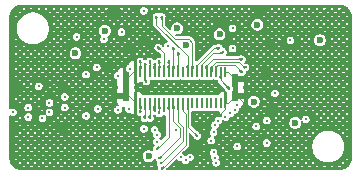
<source format=gbr>
%TF.GenerationSoftware,KiCad,Pcbnew,9.0.2*%
%TF.CreationDate,2025-06-09T13:24:08-05:00*%
%TF.ProjectId,ICEBATS384,49434542-4154-4533-9338-342e6b696361,rev?*%
%TF.SameCoordinates,Original*%
%TF.FileFunction,Copper,L4,Bot*%
%TF.FilePolarity,Positive*%
%FSLAX46Y46*%
G04 Gerber Fmt 4.6, Leading zero omitted, Abs format (unit mm)*
G04 Created by KiCad (PCBNEW 9.0.2) date 2025-06-09 13:24:08*
%MOMM*%
%LPD*%
G01*
G04 APERTURE LIST*
%TA.AperFunction,SMDPad,CuDef*%
%ADD10R,0.220000X0.900000*%
%TD*%
%TA.AperFunction,SMDPad,CuDef*%
%ADD11R,0.500000X0.850000*%
%TD*%
%TA.AperFunction,ViaPad*%
%ADD12C,0.250000*%
%TD*%
%TA.AperFunction,ViaPad*%
%ADD13C,0.600000*%
%TD*%
%TA.AperFunction,Conductor*%
%ADD14C,0.120000*%
%TD*%
G04 APERTURE END LIST*
D10*
%TO.P,J2,1,1*%
%TO.N,GND*%
X43800000Y-38685001D03*
%TO.P,J2,2,2*%
%TO.N,+3V3*%
X43400001Y-38685001D03*
%TO.P,J2,3,3*%
%TO.N,F_IO18*%
X42999999Y-38685001D03*
%TO.P,J2,4,4*%
%TO.N,F_IO19*%
X42600000Y-38685001D03*
%TO.P,J2,5,5*%
%TO.N,F_IO20*%
X42200001Y-38685001D03*
%TO.P,J2,6,6*%
%TO.N,F_IO22*%
X41799999Y-38685001D03*
%TO.P,J2,7,7*%
%TO.N,F_IO23*%
X41400000Y-38685001D03*
%TO.P,J2,8,8*%
%TO.N,F_IO26*%
X41000001Y-38685001D03*
%TO.P,J2,9,9*%
%TO.N,F_IO27*%
X40600001Y-38685001D03*
%TO.P,J2,10,10*%
%TO.N,unconnected-(J2-Pad10)*%
X40200000Y-38685001D03*
%TO.P,J2,11,11*%
%TO.N,+1V2*%
X39800000Y-38685001D03*
%TO.P,J2,12,12*%
%TO.N,W_|HOLD*%
X39400001Y-38685001D03*
%TO.P,J2,13,13*%
%TO.N,F_CDONE*%
X38999999Y-38685001D03*
%TO.P,J2,14,14*%
%TO.N,F_|CRST*%
X38600000Y-38685001D03*
%TO.P,J2,15,15*%
%TO.N,CLOCK_EN*%
X38200001Y-38685001D03*
%TO.P,J2,16,16*%
%TO.N,F_IO29*%
X37799999Y-38685001D03*
%TO.P,J2,17,17*%
%TO.N,F_IO30*%
X37400000Y-38685001D03*
%TO.P,J2,18,18*%
%TO.N,F_IO31*%
X37000001Y-38685001D03*
%TO.P,J2,19,19*%
%TO.N,F_IO32*%
X36600002Y-38685001D03*
%TO.P,J2,20,20*%
%TO.N,GND*%
X36200000Y-38685001D03*
%TO.P,J2,21,21*%
X43800000Y-41314999D03*
%TO.P,J2,22,22*%
%TO.N,unconnected-(J2-Pad22)*%
X43400001Y-41314999D03*
%TO.P,J2,23,23*%
%TO.N,unconnected-(J2-Pad23)*%
X42999999Y-41314999D03*
%TO.P,J2,24,24*%
%TO.N,unconnected-(J2-Pad24)*%
X42600000Y-41314999D03*
%TO.P,J2,25,25*%
%TO.N,unconnected-(J2-Pad25)*%
X42200001Y-41314999D03*
%TO.P,J2,26,26*%
%TO.N,unconnected-(J2-Pad26)*%
X41799999Y-41314999D03*
%TO.P,J2,27,27*%
%TO.N,unconnected-(J2-Pad27)*%
X41400000Y-41314999D03*
%TO.P,J2,28,28*%
%TO.N,unconnected-(J2-Pad28)*%
X41000001Y-41314999D03*
%TO.P,J2,29,29*%
%TO.N,F_IO15*%
X40600001Y-41314999D03*
%TO.P,J2,30,30*%
%TO.N,F_IO14*%
X40200000Y-41314999D03*
%TO.P,J2,31,31*%
%TO.N,F_IO13*%
X39800000Y-41314999D03*
%TO.P,J2,32,32*%
%TO.N,F_IO12*%
X39400001Y-41314999D03*
%TO.P,J2,33,33*%
%TO.N,F_IO8*%
X38999999Y-41314999D03*
%TO.P,J2,34,34*%
%TO.N,F_IO7*%
X38600000Y-41314999D03*
%TO.P,J2,35,35*%
%TO.N,F_IO6*%
X38200001Y-41314999D03*
%TO.P,J2,36,36*%
%TO.N,F_IO5*%
X37799999Y-41314999D03*
%TO.P,J2,37,37*%
%TO.N,F_IO2*%
X37400000Y-41314999D03*
%TO.P,J2,38,38*%
%TO.N,F_IO1*%
X37000001Y-41314999D03*
%TO.P,J2,39,39*%
%TO.N,+3V3*%
X36600002Y-41314999D03*
%TO.P,J2,40,40*%
%TO.N,GND*%
X36200000Y-41314999D03*
D11*
%TO.P,J2,P1,P1*%
X44600000Y-40740000D03*
%TO.P,J2,P2,P2*%
X35400009Y-40740000D03*
%TO.P,J2,P3,P3*%
X44600000Y-39260000D03*
%TO.P,J2,P4,P4*%
X35400009Y-39260000D03*
%TD*%
D12*
%TO.N,GND*%
X47300000Y-38700000D03*
X47600000Y-42000000D03*
X41400000Y-43500000D03*
X45600000Y-41600000D03*
X35600000Y-36600000D03*
X37000000Y-36000000D03*
%TO.N,+3V3*%
X36900000Y-43500000D03*
%TO.N,GND*%
X26000000Y-40000000D03*
X26000000Y-43500000D03*
X30000000Y-43500000D03*
X30099992Y-40000008D03*
X32500000Y-41800000D03*
%TO.N,F_IO15*%
X44800000Y-45000000D03*
X41400000Y-44100000D03*
%TO.N,F_IO27*%
X37949997Y-34000000D03*
%TO.N,F_IO26*%
X38400000Y-34000000D03*
%TO.N,F_IO23*%
X43279972Y-36679888D03*
%TO.N,F_IO22*%
X43597505Y-36998753D03*
%TO.N,F_IO20*%
X45200000Y-37600000D03*
%TO.N,F_IO19*%
X45500000Y-38300000D03*
%TO.N,F_IO18*%
X45200000Y-38700000D03*
%TO.N,GND*%
X44000000Y-37200000D03*
X41200000Y-45100000D03*
%TO.N,+3V3*%
X42600000Y-44500000D03*
%TO.N,GND*%
X47600000Y-36300000D03*
X43200000Y-34600000D03*
X46800000Y-33600000D03*
X34500000Y-33700000D03*
%TO.N,+3V3*%
X44400000Y-35000000D03*
X44400000Y-36700000D03*
X47300000Y-42800000D03*
X47300000Y-44700000D03*
X28000000Y-39900000D03*
X28300000Y-42600000D03*
X46400000Y-43300000D03*
X36900000Y-33500000D03*
%TO.N,F_IO14*%
X43018283Y-46373133D03*
%TO.N,F_IO13*%
X42909142Y-45936567D03*
%TO.N,F_IO12*%
X42800000Y-45500000D03*
%TO.N,F_IO14*%
X38418283Y-46873133D03*
%TO.N,F_IO13*%
X38309142Y-46436567D03*
%TO.N,F_IO12*%
X38200000Y-46000000D03*
%TO.N,F_IO1*%
X36949997Y-42600000D03*
%TO.N,F_IO2*%
X37400000Y-42600000D03*
%TO.N,F_IO7*%
X38603976Y-41997987D03*
%TO.N,F_IO6*%
X38202495Y-42201247D03*
%TO.N,F_IO5*%
X37800000Y-42000000D03*
%TO.N,F_IO8*%
X38000000Y-45200000D03*
%TO.N,F_IO7*%
X38000000Y-44600000D03*
%TO.N,F_IO6*%
X38001247Y-44002495D03*
%TO.N,F_IO5*%
X37800000Y-43600000D03*
X39601247Y-43597505D03*
%TO.N,F_IO6*%
X40000000Y-45900000D03*
%TO.N,F_IO7*%
X40419006Y-46139468D03*
%TO.N,F_IO8*%
X40800000Y-45900000D03*
%TO.N,GND*%
X33900000Y-38300000D03*
%TO.N,F_IO32*%
X36600000Y-37800000D03*
%TO.N,F_IO30*%
X37400000Y-37800000D03*
%TO.N,+1V2*%
X39800000Y-37100000D03*
%TO.N,F_CDONE*%
X38900000Y-36500000D03*
%TO.N,W_|HOLD*%
X39396809Y-36675000D03*
%TO.N,+3V3*%
X36600000Y-42100000D03*
%TO.N,F_|CRST*%
X33500000Y-35900000D03*
%TO.N,F_IO31*%
X37100000Y-39500000D03*
%TO.N,F_CDONE*%
X39000000Y-37800000D03*
%TO.N,Net-(Q2-D1)*%
X34700000Y-41900000D03*
X34700000Y-39000000D03*
%TO.N,Net-(Q1-D1)*%
X32000000Y-42400000D03*
X32000000Y-38900000D03*
%TO.N,F_CDONE*%
X32900000Y-38300000D03*
%TO.N,F_|CRST*%
X33000000Y-41800000D03*
%TO.N,F_IO31*%
X35600000Y-41800000D03*
%TO.N,F_IO32*%
X35700000Y-38400000D03*
%TO.N,F_|CRST*%
X31200000Y-35700000D03*
%TO.N,W_|HOLD*%
X49300000Y-36000000D03*
X48000000Y-40500000D03*
%TO.N,F_IO12*%
X43800000Y-42500000D03*
%TO.N,F_IO13*%
X44200000Y-42200000D03*
%TO.N,F_IO14*%
X44598753Y-41902495D03*
%TO.N,F_IO15*%
X44800000Y-41500000D03*
X30200000Y-40800000D03*
%TO.N,F_IO13*%
X30200000Y-41700000D03*
%TO.N,F_IO14*%
X27100000Y-42500000D03*
%TO.N,W_|HOLD*%
X27100000Y-41700000D03*
%TO.N,F_|CRST*%
X25800000Y-42100000D03*
%TO.N,F_IO12*%
X28900000Y-41300000D03*
%TO.N,+3V3*%
X28900000Y-42100000D03*
%TO.N,CLOCK_EN*%
X42800000Y-43800000D03*
%TO.N,F_|CRST*%
X35000000Y-35300000D03*
X38100000Y-36600000D03*
%TO.N,CLOCK_EN*%
X50600000Y-42700000D03*
%TO.N,F_|CRST*%
X42900000Y-43200000D03*
%TO.N,F_CDONE*%
X43200000Y-42800000D03*
%TO.N,+3V3*%
X44100000Y-40100000D03*
%TO.N,F_IO29*%
X37800002Y-38006158D03*
%TO.N,F_IO31*%
X36999998Y-38006158D03*
%TO.N,CLOCK_EN*%
X38200001Y-37800000D03*
D13*
%TO.N,+1V2*%
X40500000Y-36400000D03*
X31100000Y-37100000D03*
%TO.N,+3V3*%
X39700000Y-35000000D03*
X43300000Y-35500000D03*
X51800000Y-36000000D03*
X49700000Y-43000000D03*
X46200000Y-41200000D03*
X46500000Y-34700000D03*
X37300000Y-45815000D03*
X33600000Y-35200000D03*
%TD*%
D14*
%TO.N,F_IO15*%
X40650069Y-41365067D02*
X40600001Y-41314999D01*
X40650069Y-43350069D02*
X40650069Y-41365067D01*
X41400000Y-44100000D02*
X40650069Y-43350069D01*
%TO.N,GND*%
X42486000Y-42414000D02*
X41400000Y-43500000D01*
X43183000Y-42414000D02*
X42486000Y-42414000D01*
X43800000Y-41797000D02*
X43183000Y-42414000D01*
X43800000Y-41314999D02*
X43800000Y-41797000D01*
X44740000Y-40740000D02*
X45600000Y-41600000D01*
X44600000Y-40740000D02*
X44740000Y-40740000D01*
X44025001Y-38685001D02*
X44600000Y-39260000D01*
X43800000Y-38685001D02*
X44025001Y-38685001D01*
X44025001Y-41314999D02*
X44600000Y-40740000D01*
X43800000Y-41314999D02*
X44025001Y-41314999D01*
X35625001Y-40740000D02*
X36200000Y-41314999D01*
X35400009Y-40740000D02*
X35625001Y-40740000D01*
X35975008Y-38685001D02*
X35400009Y-39260000D01*
X36200000Y-38685001D02*
X35975008Y-38685001D01*
%TO.N,F_IO26*%
X38400000Y-34819762D02*
X38400000Y-34000000D01*
X39519238Y-35939000D02*
X38400000Y-34819762D01*
X40739000Y-35939000D02*
X39519238Y-35939000D01*
X41000001Y-36200001D02*
X40739000Y-35939000D01*
X41000001Y-38685001D02*
X41000001Y-36200001D01*
%TO.N,F_IO27*%
X37949997Y-34682301D02*
X37949997Y-34000000D01*
X40600001Y-37332305D02*
X37949997Y-34682301D01*
X40600001Y-38685001D02*
X40600001Y-37332305D01*
%TO.N,F_IO23*%
X41400000Y-38087459D02*
X41400000Y-38685001D01*
X42807571Y-36679888D02*
X41400000Y-38087459D01*
X43279972Y-36679888D02*
X42807571Y-36679888D01*
%TO.N,F_IO22*%
X41799999Y-38000001D02*
X41799999Y-38685001D01*
X42734112Y-37065888D02*
X41799999Y-38000001D01*
X43530370Y-37065888D02*
X42734112Y-37065888D01*
X43597505Y-36998753D02*
X43530370Y-37065888D01*
%TO.N,F_IO20*%
X42715002Y-37600000D02*
X42200001Y-38115001D01*
X45200000Y-37600000D02*
X42715002Y-37600000D01*
X42200001Y-38115001D02*
X42200001Y-38685001D01*
%TO.N,F_IO19*%
X42600000Y-38290460D02*
X42600000Y-38685001D01*
X43037459Y-37853001D02*
X42600000Y-38290460D01*
X44907114Y-37853001D02*
X43037459Y-37853001D01*
X45354113Y-38300000D02*
X44907114Y-37853001D01*
X45500000Y-38300000D02*
X45354113Y-38300000D01*
%TO.N,F_IO18*%
X42999999Y-38203003D02*
X42999999Y-38685001D01*
X44574001Y-38074001D02*
X43129001Y-38074001D01*
X43129001Y-38074001D02*
X42999999Y-38203003D01*
X45200000Y-38700000D02*
X44574001Y-38074001D01*
%TO.N,F_IO14*%
X40429069Y-44862347D02*
X38418283Y-46873133D01*
X40429069Y-42229069D02*
X40429069Y-44862347D01*
X40200000Y-42000000D02*
X40429069Y-42229069D01*
X40200000Y-41314999D02*
X40200000Y-42000000D01*
%TO.N,F_IO13*%
X40208069Y-44537640D02*
X38309142Y-46436567D01*
X40208069Y-43345898D02*
X40208069Y-44537640D01*
X39800000Y-42937829D02*
X40208069Y-43345898D01*
X39800000Y-41314999D02*
X39800000Y-42937829D01*
%TO.N,F_IO12*%
X39987247Y-44212753D02*
X38200000Y-46000000D01*
X39987247Y-43437618D02*
X39987247Y-44212753D01*
X39400001Y-42850372D02*
X39987247Y-43437618D01*
X39400001Y-41314999D02*
X39400001Y-42850372D01*
%TO.N,F_IO1*%
X36949997Y-42600000D02*
X37000000Y-42549997D01*
X37000000Y-42549997D02*
X37000001Y-41314999D01*
%TO.N,F_IO2*%
X37400000Y-42600000D02*
X37400000Y-41314999D01*
%TO.N,F_IO8*%
X38999999Y-44200001D02*
X38000000Y-45200000D01*
X38999999Y-41314999D02*
X38999999Y-44200001D01*
%TO.N,F_IO7*%
X38600000Y-41994011D02*
X38603976Y-41997987D01*
X38600000Y-41314999D02*
X38600000Y-41994011D01*
%TO.N,F_IO6*%
X38200001Y-42198753D02*
X38202495Y-42201247D01*
X38200001Y-41314999D02*
X38200001Y-42198753D01*
%TO.N,F_IO5*%
X37799999Y-41314999D02*
X37800000Y-42000000D01*
%TO.N,F_|CRST*%
X38600000Y-37100000D02*
X38100000Y-36600000D01*
%TO.N,F_IO31*%
X37000001Y-39400001D02*
X37100000Y-39500000D01*
X37000001Y-38685001D02*
X37000001Y-39400001D01*
%TO.N,CLOCK_EN*%
X38200001Y-37800000D02*
X38200001Y-38685001D01*
%TO.N,F_CDONE*%
X38999999Y-37800001D02*
X39000000Y-37800000D01*
X38999999Y-38685001D02*
X38999999Y-37800001D01*
%TO.N,+3V3*%
X43400001Y-39400001D02*
X44100000Y-40100000D01*
X43400001Y-38685001D02*
X43400001Y-39400001D01*
%TO.N,F_IO29*%
X37799999Y-38006161D02*
X37800002Y-38006158D01*
X37799999Y-38685001D02*
X37799999Y-38006161D01*
%TO.N,F_IO31*%
X37000001Y-38006161D02*
X36999998Y-38006158D01*
X37000001Y-38685001D02*
X37000001Y-38006161D01*
%TO.N,W_|HOLD*%
X39400001Y-36678192D02*
X39396809Y-36675000D01*
X39400001Y-38685001D02*
X39400001Y-36678192D01*
%TO.N,+3V3*%
X36600002Y-42099998D02*
X36600000Y-42100000D01*
X36600002Y-41314999D02*
X36600002Y-42099998D01*
%TO.N,+1V2*%
X39800000Y-38685001D02*
X39800000Y-37100000D01*
%TO.N,F_|CRST*%
X38600000Y-38685001D02*
X38600000Y-37100000D01*
%TO.N,F_IO30*%
X37400000Y-38685001D02*
X37400000Y-37800000D01*
%TO.N,F_IO32*%
X36600002Y-38685001D02*
X36600002Y-37800002D01*
X36600002Y-37800002D02*
X36600000Y-37800000D01*
%TD*%
%TA.AperFunction,Conductor*%
%TO.N,GND*%
G36*
X53503222Y-33000782D02*
G01*
X53542266Y-33004197D01*
X53667110Y-33015120D01*
X53679803Y-33017357D01*
X53835597Y-33059102D01*
X53847717Y-33063513D01*
X53993889Y-33131675D01*
X54005050Y-33138119D01*
X54088688Y-33196683D01*
X54137162Y-33230625D01*
X54147043Y-33238916D01*
X54261083Y-33352956D01*
X54269374Y-33362837D01*
X54288007Y-33389447D01*
X54335409Y-33457145D01*
X54361877Y-33494944D01*
X54368327Y-33506115D01*
X54436486Y-33652283D01*
X54440898Y-33664404D01*
X54482640Y-33820188D01*
X54484879Y-33832891D01*
X54499218Y-33996776D01*
X54499500Y-34003226D01*
X54499500Y-45996773D01*
X54499218Y-46003223D01*
X54484879Y-46167108D01*
X54482640Y-46179811D01*
X54440898Y-46335595D01*
X54436486Y-46347716D01*
X54368327Y-46493884D01*
X54361877Y-46505055D01*
X54269374Y-46637162D01*
X54261083Y-46647043D01*
X54147043Y-46761083D01*
X54137162Y-46769374D01*
X54005055Y-46861877D01*
X53993884Y-46868327D01*
X53847716Y-46936486D01*
X53835595Y-46940898D01*
X53679811Y-46982640D01*
X53667108Y-46984879D01*
X53503223Y-46999218D01*
X53496773Y-46999500D01*
X38852423Y-46999500D01*
X38800097Y-46977826D01*
X38778423Y-46925500D01*
X38787911Y-46889249D01*
X38805170Y-46858535D01*
X38817352Y-46842464D01*
X38958316Y-46701500D01*
X39379751Y-46701500D01*
X39543273Y-46701500D01*
X39562614Y-46682159D01*
X39984050Y-46682159D01*
X40003391Y-46701500D01*
X40145474Y-46701500D01*
X40692538Y-46701500D01*
X40816066Y-46701500D01*
X40835407Y-46682159D01*
X41256843Y-46682159D01*
X41276184Y-46701500D01*
X41452462Y-46701500D01*
X41471803Y-46682159D01*
X41893239Y-46682159D01*
X41912580Y-46701500D01*
X42088858Y-46701500D01*
X42108199Y-46682159D01*
X42000719Y-46574679D01*
X41893239Y-46682159D01*
X41471803Y-46682159D01*
X41364323Y-46574679D01*
X41256843Y-46682159D01*
X40835407Y-46682159D01*
X40794236Y-46640988D01*
X40792529Y-46642299D01*
X40788593Y-46645119D01*
X40780428Y-46650574D01*
X40776319Y-46653129D01*
X40692538Y-46701500D01*
X40145474Y-46701500D01*
X40061693Y-46653129D01*
X40057584Y-46650574D01*
X40049419Y-46645119D01*
X40045483Y-46642299D01*
X40033275Y-46632933D01*
X39984050Y-46682159D01*
X39562614Y-46682159D01*
X39480853Y-46600398D01*
X39379751Y-46701500D01*
X38958316Y-46701500D01*
X39605612Y-46054204D01*
X39657937Y-46032531D01*
X39710263Y-46054205D01*
X39722022Y-46069530D01*
X39725415Y-46075406D01*
X39739535Y-46099862D01*
X39800138Y-46160465D01*
X39874362Y-46203318D01*
X39957144Y-46225499D01*
X39957145Y-46225500D01*
X40047703Y-46225500D01*
X40047703Y-46227832D01*
X40094974Y-46240497D01*
X40114014Y-46262207D01*
X40125091Y-46281393D01*
X40158541Y-46339330D01*
X40219144Y-46399933D01*
X40293368Y-46442786D01*
X40376150Y-46464967D01*
X40376151Y-46464968D01*
X40376153Y-46464968D01*
X40461861Y-46464968D01*
X40461861Y-46464967D01*
X40544644Y-46442786D01*
X40618868Y-46399933D01*
X40654840Y-46363961D01*
X41575041Y-46363961D01*
X41682521Y-46471441D01*
X41790001Y-46363961D01*
X42211437Y-46363961D01*
X42318916Y-46471440D01*
X42394783Y-46395574D01*
X42394783Y-46332347D01*
X42318917Y-46256481D01*
X42211437Y-46363961D01*
X41790001Y-46363961D01*
X41682521Y-46256481D01*
X41575041Y-46363961D01*
X40654840Y-46363961D01*
X40679471Y-46339330D01*
X40722324Y-46265106D01*
X40722324Y-46265104D01*
X40723828Y-46262500D01*
X40768761Y-46228022D01*
X40787914Y-46225500D01*
X40842855Y-46225500D01*
X40842855Y-46225499D01*
X40925638Y-46203318D01*
X40999862Y-46160465D01*
X41021923Y-46138404D01*
X41379161Y-46138404D01*
X41471803Y-46045763D01*
X41893239Y-46045763D01*
X42000719Y-46153243D01*
X42108199Y-46045763D01*
X42000719Y-45938283D01*
X41893239Y-46045763D01*
X41471803Y-46045763D01*
X41419363Y-45993323D01*
X41418889Y-45996200D01*
X41416973Y-46005834D01*
X41415872Y-46010553D01*
X41388637Y-46112194D01*
X41387232Y-46116826D01*
X41384076Y-46126124D01*
X41382371Y-46130656D01*
X41379161Y-46138404D01*
X41021923Y-46138404D01*
X41060465Y-46099862D01*
X41103318Y-46025638D01*
X41125499Y-45942855D01*
X41125500Y-45942855D01*
X41125500Y-45857145D01*
X41125499Y-45857144D01*
X41113307Y-45811644D01*
X41103318Y-45774362D01*
X41076300Y-45727565D01*
X41575041Y-45727565D01*
X41682521Y-45835045D01*
X41790001Y-45727565D01*
X41790000Y-45727564D01*
X42211436Y-45727564D01*
X42219821Y-45735949D01*
X42217629Y-45730656D01*
X42215924Y-45726124D01*
X42215152Y-45723849D01*
X42211436Y-45727564D01*
X41790000Y-45727564D01*
X41682521Y-45620085D01*
X41575041Y-45727565D01*
X41076300Y-45727565D01*
X41060465Y-45700138D01*
X40999862Y-45639535D01*
X40925638Y-45596682D01*
X40925635Y-45596681D01*
X40925633Y-45596680D01*
X40842855Y-45574500D01*
X40842853Y-45574500D01*
X40757147Y-45574500D01*
X40757145Y-45574500D01*
X40674366Y-45596680D01*
X40674360Y-45596683D01*
X40600137Y-45639535D01*
X40539535Y-45700137D01*
X40495177Y-45776968D01*
X40450243Y-45811447D01*
X40431091Y-45813968D01*
X40371303Y-45813968D01*
X40371303Y-45811644D01*
X40324001Y-45798947D01*
X40304991Y-45777260D01*
X40297787Y-45764782D01*
X40260465Y-45700138D01*
X40199862Y-45639535D01*
X40199861Y-45639534D01*
X40169532Y-45622024D01*
X40135053Y-45577091D01*
X40142445Y-45520939D01*
X40154201Y-45505616D01*
X40250451Y-45409366D01*
X41893238Y-45409366D01*
X42000719Y-45516847D01*
X42060421Y-45457144D01*
X42474500Y-45457144D01*
X42474500Y-45542855D01*
X42496680Y-45625633D01*
X42496681Y-45625635D01*
X42496682Y-45625638D01*
X42517112Y-45661024D01*
X42539535Y-45699862D01*
X42585076Y-45745403D01*
X42606750Y-45797729D01*
X42604229Y-45816881D01*
X42583642Y-45893714D01*
X42583642Y-45979422D01*
X42605822Y-46062200D01*
X42605823Y-46062202D01*
X42605824Y-46062205D01*
X42627565Y-46099861D01*
X42648677Y-46136429D01*
X42694217Y-46181969D01*
X42715891Y-46234295D01*
X42713370Y-46253447D01*
X42692783Y-46330280D01*
X42692783Y-46415988D01*
X42714963Y-46498766D01*
X42714964Y-46498768D01*
X42714965Y-46498771D01*
X42757818Y-46572995D01*
X42818421Y-46633598D01*
X42892645Y-46676451D01*
X42975427Y-46698632D01*
X42975428Y-46698633D01*
X42975430Y-46698633D01*
X43061138Y-46698633D01*
X43061138Y-46698632D01*
X43122618Y-46682159D01*
X43802427Y-46682159D01*
X43821768Y-46701500D01*
X43998046Y-46701500D01*
X44017387Y-46682159D01*
X44438823Y-46682159D01*
X44458164Y-46701500D01*
X44634442Y-46701500D01*
X44653783Y-46682159D01*
X45075219Y-46682159D01*
X45094560Y-46701500D01*
X45270838Y-46701500D01*
X45290179Y-46682159D01*
X45711615Y-46682159D01*
X45730956Y-46701500D01*
X45907234Y-46701500D01*
X45926575Y-46682159D01*
X46348011Y-46682159D01*
X46367352Y-46701500D01*
X46543630Y-46701500D01*
X46562971Y-46682159D01*
X46984407Y-46682159D01*
X47003748Y-46701500D01*
X47180027Y-46701500D01*
X47199368Y-46682159D01*
X47620804Y-46682159D01*
X47640145Y-46701500D01*
X47816423Y-46701500D01*
X47835764Y-46682159D01*
X48257200Y-46682159D01*
X48276541Y-46701500D01*
X48452819Y-46701500D01*
X48472160Y-46682159D01*
X48893596Y-46682159D01*
X48912937Y-46701500D01*
X49089215Y-46701500D01*
X49108556Y-46682159D01*
X49529992Y-46682159D01*
X49549333Y-46701500D01*
X49725611Y-46701500D01*
X49744952Y-46682159D01*
X50166388Y-46682159D01*
X50185729Y-46701500D01*
X50362007Y-46701500D01*
X50381348Y-46682159D01*
X50802784Y-46682159D01*
X50822125Y-46701500D01*
X50998403Y-46701500D01*
X51017744Y-46682159D01*
X51439180Y-46682159D01*
X51458521Y-46701500D01*
X51634799Y-46701500D01*
X51654140Y-46682159D01*
X51654139Y-46682158D01*
X52075575Y-46682158D01*
X52094917Y-46701500D01*
X52271195Y-46701500D01*
X52290536Y-46682159D01*
X52290535Y-46682158D01*
X52711971Y-46682158D01*
X52731313Y-46701500D01*
X52907591Y-46701500D01*
X52926932Y-46682159D01*
X53348369Y-46682159D01*
X53367710Y-46701500D01*
X53486997Y-46701500D01*
X53549452Y-46696034D01*
X53563328Y-46682158D01*
X53455849Y-46574679D01*
X53348369Y-46682159D01*
X52926932Y-46682159D01*
X52857240Y-46612467D01*
X52767440Y-46626689D01*
X52711971Y-46682158D01*
X52290535Y-46682158D01*
X52235538Y-46627161D01*
X52144924Y-46612810D01*
X52075575Y-46682158D01*
X51654139Y-46682158D01*
X51546660Y-46574679D01*
X51439180Y-46682159D01*
X51017744Y-46682159D01*
X50910264Y-46574679D01*
X50802784Y-46682159D01*
X50381348Y-46682159D01*
X50273868Y-46574679D01*
X50166388Y-46682159D01*
X49744952Y-46682159D01*
X49637472Y-46574679D01*
X49529992Y-46682159D01*
X49108556Y-46682159D01*
X49001076Y-46574679D01*
X48893596Y-46682159D01*
X48472160Y-46682159D01*
X48364680Y-46574679D01*
X48257200Y-46682159D01*
X47835764Y-46682159D01*
X47728284Y-46574679D01*
X47620804Y-46682159D01*
X47199368Y-46682159D01*
X47091887Y-46574678D01*
X46984407Y-46682159D01*
X46562971Y-46682159D01*
X46455491Y-46574679D01*
X46348011Y-46682159D01*
X45926575Y-46682159D01*
X45819095Y-46574679D01*
X45711615Y-46682159D01*
X45290179Y-46682159D01*
X45182699Y-46574679D01*
X45075219Y-46682159D01*
X44653783Y-46682159D01*
X44546303Y-46574679D01*
X44438823Y-46682159D01*
X44017387Y-46682159D01*
X43909907Y-46574679D01*
X43802427Y-46682159D01*
X43122618Y-46682159D01*
X43143921Y-46676451D01*
X43218145Y-46633598D01*
X43278748Y-46572995D01*
X43321601Y-46498771D01*
X43343782Y-46415988D01*
X43343783Y-46415988D01*
X43343783Y-46330278D01*
X43343782Y-46330277D01*
X43340290Y-46317246D01*
X43337207Y-46305740D01*
X43640968Y-46305740D01*
X43640983Y-46305884D01*
X43641625Y-46315682D01*
X43641783Y-46320520D01*
X43641783Y-46421367D01*
X43699189Y-46363961D01*
X44120625Y-46363961D01*
X44228105Y-46471441D01*
X44335585Y-46363961D01*
X44757021Y-46363961D01*
X44864501Y-46471441D01*
X44971981Y-46363961D01*
X45393417Y-46363961D01*
X45500897Y-46471441D01*
X45608377Y-46363961D01*
X46029813Y-46363961D01*
X46137293Y-46471441D01*
X46244773Y-46363961D01*
X46666209Y-46363961D01*
X46773689Y-46471441D01*
X46881169Y-46363961D01*
X47302606Y-46363961D01*
X47410086Y-46471441D01*
X47517566Y-46363961D01*
X47939002Y-46363961D01*
X48046482Y-46471441D01*
X48153962Y-46363961D01*
X48575398Y-46363961D01*
X48682878Y-46471441D01*
X48790358Y-46363961D01*
X49211794Y-46363961D01*
X49319274Y-46471441D01*
X49426754Y-46363961D01*
X49848190Y-46363961D01*
X49955670Y-46471441D01*
X50063150Y-46363961D01*
X50484586Y-46363961D01*
X50592066Y-46471441D01*
X50699546Y-46363961D01*
X51120982Y-46363961D01*
X51228462Y-46471441D01*
X51335942Y-46363961D01*
X53666567Y-46363961D01*
X53774047Y-46471441D01*
X53881527Y-46363961D01*
X53774047Y-46256481D01*
X53666567Y-46363961D01*
X51335942Y-46363961D01*
X51228462Y-46256481D01*
X51120982Y-46363961D01*
X50699546Y-46363961D01*
X50592066Y-46256481D01*
X50484586Y-46363961D01*
X50063150Y-46363961D01*
X49955670Y-46256481D01*
X49848190Y-46363961D01*
X49426754Y-46363961D01*
X49319274Y-46256481D01*
X49211794Y-46363961D01*
X48790358Y-46363961D01*
X48682878Y-46256481D01*
X48575398Y-46363961D01*
X48153962Y-46363961D01*
X48046482Y-46256481D01*
X47939002Y-46363961D01*
X47517566Y-46363961D01*
X47410086Y-46256481D01*
X47302606Y-46363961D01*
X46881169Y-46363961D01*
X46773689Y-46256481D01*
X46666209Y-46363961D01*
X46244773Y-46363961D01*
X46137293Y-46256481D01*
X46029813Y-46363961D01*
X45608377Y-46363961D01*
X45500897Y-46256481D01*
X45393417Y-46363961D01*
X44971981Y-46363961D01*
X44864501Y-46256481D01*
X44757021Y-46363961D01*
X44335585Y-46363961D01*
X44228105Y-46256481D01*
X44120625Y-46363961D01*
X43699189Y-46363961D01*
X43640968Y-46305740D01*
X43337207Y-46305740D01*
X43321601Y-46247495D01*
X43278748Y-46173271D01*
X43278747Y-46173270D01*
X43278746Y-46173268D01*
X43233208Y-46127731D01*
X43211533Y-46075406D01*
X43214055Y-46056252D01*
X43216865Y-46045763D01*
X43802427Y-46045763D01*
X43909907Y-46153243D01*
X44017387Y-46045763D01*
X44438823Y-46045763D01*
X44546303Y-46153243D01*
X44653783Y-46045763D01*
X45075219Y-46045763D01*
X45182699Y-46153243D01*
X45290179Y-46045763D01*
X45711615Y-46045763D01*
X45819095Y-46153243D01*
X45926575Y-46045763D01*
X46348011Y-46045763D01*
X46455491Y-46153243D01*
X46562971Y-46045763D01*
X46984407Y-46045763D01*
X47091887Y-46153243D01*
X47199368Y-46045763D01*
X47620804Y-46045763D01*
X47728284Y-46153243D01*
X47835764Y-46045763D01*
X48257200Y-46045763D01*
X48364680Y-46153243D01*
X48472160Y-46045763D01*
X48893596Y-46045763D01*
X49001076Y-46153243D01*
X49108556Y-46045763D01*
X49529992Y-46045763D01*
X49637472Y-46153243D01*
X49744952Y-46045763D01*
X50166388Y-46045763D01*
X50273868Y-46153243D01*
X50381348Y-46045763D01*
X50802784Y-46045763D01*
X50910264Y-46153243D01*
X51017744Y-46045763D01*
X50910264Y-45938283D01*
X50802784Y-46045763D01*
X50381348Y-46045763D01*
X50273868Y-45938283D01*
X50166388Y-46045763D01*
X49744952Y-46045763D01*
X49637472Y-45938283D01*
X49529992Y-46045763D01*
X49108556Y-46045763D01*
X49001076Y-45938283D01*
X48893596Y-46045763D01*
X48472160Y-46045763D01*
X48364680Y-45938283D01*
X48257200Y-46045763D01*
X47835764Y-46045763D01*
X47728284Y-45938283D01*
X47620804Y-46045763D01*
X47199368Y-46045763D01*
X47091887Y-45938282D01*
X46984407Y-46045763D01*
X46562971Y-46045763D01*
X46455491Y-45938283D01*
X46348011Y-46045763D01*
X45926575Y-46045763D01*
X45819095Y-45938283D01*
X45711615Y-46045763D01*
X45290179Y-46045763D01*
X45182699Y-45938283D01*
X45075219Y-46045763D01*
X44653783Y-46045763D01*
X44546303Y-45938283D01*
X44438823Y-46045763D01*
X44017387Y-46045763D01*
X43909907Y-45938283D01*
X43802427Y-46045763D01*
X43216865Y-46045763D01*
X43234641Y-45979422D01*
X43234642Y-45979422D01*
X43234642Y-45893712D01*
X43234641Y-45893711D01*
X43230911Y-45879792D01*
X43212460Y-45810929D01*
X43169607Y-45736705D01*
X43149416Y-45716514D01*
X43495278Y-45716514D01*
X43496374Y-45719741D01*
X43497780Y-45724373D01*
X43503908Y-45747244D01*
X43591709Y-45835045D01*
X43699189Y-45727565D01*
X44120625Y-45727565D01*
X44228105Y-45835045D01*
X44335585Y-45727565D01*
X44757021Y-45727565D01*
X44864501Y-45835045D01*
X44971981Y-45727565D01*
X45393417Y-45727565D01*
X45500897Y-45835045D01*
X45608377Y-45727565D01*
X46029813Y-45727565D01*
X46137293Y-45835045D01*
X46244773Y-45727565D01*
X46666209Y-45727565D01*
X46773689Y-45835045D01*
X46881169Y-45727565D01*
X47302606Y-45727565D01*
X47410086Y-45835045D01*
X47517566Y-45727565D01*
X47939002Y-45727565D01*
X48046482Y-45835045D01*
X48153962Y-45727565D01*
X48575398Y-45727565D01*
X48682878Y-45835045D01*
X48790358Y-45727565D01*
X49211794Y-45727565D01*
X49319274Y-45835045D01*
X49426754Y-45727565D01*
X49848190Y-45727565D01*
X49955670Y-45835045D01*
X50063150Y-45727565D01*
X50484586Y-45727565D01*
X50592066Y-45835045D01*
X50699546Y-45727565D01*
X50592066Y-45620085D01*
X50484586Y-45727565D01*
X50063150Y-45727565D01*
X49955670Y-45620085D01*
X49848190Y-45727565D01*
X49426754Y-45727565D01*
X49319274Y-45620085D01*
X49211794Y-45727565D01*
X48790358Y-45727565D01*
X48682878Y-45620085D01*
X48575398Y-45727565D01*
X48153962Y-45727565D01*
X48046482Y-45620085D01*
X47939002Y-45727565D01*
X47517566Y-45727565D01*
X47410086Y-45620085D01*
X47302606Y-45727565D01*
X46881169Y-45727565D01*
X46773689Y-45620085D01*
X46666209Y-45727565D01*
X46244773Y-45727565D01*
X46137293Y-45620085D01*
X46029813Y-45727565D01*
X45608377Y-45727565D01*
X45500897Y-45620085D01*
X45393417Y-45727565D01*
X44971981Y-45727565D01*
X44867124Y-45622708D01*
X44861509Y-45623076D01*
X44757021Y-45727565D01*
X44335585Y-45727565D01*
X44228105Y-45620085D01*
X44120625Y-45727565D01*
X43699189Y-45727565D01*
X43591708Y-45620084D01*
X43495278Y-45716514D01*
X43149416Y-45716514D01*
X43124065Y-45691163D01*
X43102391Y-45638837D01*
X43104913Y-45619684D01*
X43125499Y-45542855D01*
X43125500Y-45542855D01*
X43125500Y-45457145D01*
X43125499Y-45457144D01*
X43112697Y-45409366D01*
X43802426Y-45409366D01*
X43909907Y-45516847D01*
X43921903Y-45504851D01*
X45170703Y-45504851D01*
X45182699Y-45516847D01*
X45290179Y-45409367D01*
X45290178Y-45409366D01*
X45711614Y-45409366D01*
X45819095Y-45516847D01*
X45926575Y-45409366D01*
X46348010Y-45409366D01*
X46455491Y-45516847D01*
X46562971Y-45409366D01*
X46984406Y-45409366D01*
X47091887Y-45516847D01*
X47199368Y-45409366D01*
X47620803Y-45409366D01*
X47728284Y-45516847D01*
X47835764Y-45409366D01*
X48257199Y-45409366D01*
X48364680Y-45516847D01*
X48472160Y-45409366D01*
X48893595Y-45409366D01*
X49001076Y-45516847D01*
X49108556Y-45409366D01*
X49529991Y-45409366D01*
X49637472Y-45516847D01*
X49744952Y-45409366D01*
X50166387Y-45409366D01*
X50273868Y-45516847D01*
X50381348Y-45409366D01*
X50802783Y-45409366D01*
X50910263Y-45516846D01*
X50928630Y-45498479D01*
X50897530Y-45402761D01*
X50896688Y-45399986D01*
X50895087Y-45394311D01*
X50894350Y-45391489D01*
X50891618Y-45380106D01*
X50890996Y-45377269D01*
X50889848Y-45371496D01*
X50889338Y-45368639D01*
X50883072Y-45329078D01*
X50802783Y-45409366D01*
X50381348Y-45409366D01*
X50273868Y-45301886D01*
X50166387Y-45409366D01*
X49744952Y-45409366D01*
X49637472Y-45301886D01*
X49529991Y-45409366D01*
X49108556Y-45409366D01*
X49001076Y-45301886D01*
X48893595Y-45409366D01*
X48472160Y-45409366D01*
X48364680Y-45301886D01*
X48257199Y-45409366D01*
X47835764Y-45409366D01*
X47728284Y-45301886D01*
X47620803Y-45409366D01*
X47199368Y-45409366D01*
X47091887Y-45301885D01*
X46984406Y-45409366D01*
X46562971Y-45409366D01*
X46455491Y-45301886D01*
X46348010Y-45409366D01*
X45926575Y-45409366D01*
X45819095Y-45301886D01*
X45711614Y-45409366D01*
X45290178Y-45409366D01*
X45281182Y-45400370D01*
X45278086Y-45403677D01*
X45203677Y-45478086D01*
X45200145Y-45481394D01*
X45192760Y-45487871D01*
X45189011Y-45490948D01*
X45173523Y-45502831D01*
X45170703Y-45504851D01*
X43921903Y-45504851D01*
X44017387Y-45409366D01*
X43909907Y-45301886D01*
X43802426Y-45409366D01*
X43112697Y-45409366D01*
X43103319Y-45374366D01*
X43103318Y-45374362D01*
X43060465Y-45300138D01*
X42999862Y-45239535D01*
X42925638Y-45196682D01*
X42925635Y-45196681D01*
X42925633Y-45196680D01*
X42842855Y-45174500D01*
X42842853Y-45174500D01*
X42757147Y-45174500D01*
X42757145Y-45174500D01*
X42674366Y-45196680D01*
X42674360Y-45196683D01*
X42600137Y-45239535D01*
X42539535Y-45300137D01*
X42496683Y-45374360D01*
X42496680Y-45374366D01*
X42474500Y-45457144D01*
X42060421Y-45457144D01*
X42108199Y-45409366D01*
X42000719Y-45301886D01*
X41893238Y-45409366D01*
X40250451Y-45409366D01*
X40637607Y-45022212D01*
X41643995Y-45022212D01*
X41646478Y-45031476D01*
X41649000Y-45050630D01*
X41649000Y-45149370D01*
X41647166Y-45163293D01*
X41682521Y-45198648D01*
X41790001Y-45091168D01*
X41790000Y-45091167D01*
X42211436Y-45091167D01*
X42277779Y-45157511D01*
X42286339Y-45142687D01*
X42288894Y-45138578D01*
X42294349Y-45130413D01*
X42297169Y-45126477D01*
X42309052Y-45110989D01*
X42312129Y-45107240D01*
X42318606Y-45099855D01*
X42321914Y-45096323D01*
X42327069Y-45091168D01*
X43484228Y-45091168D01*
X43591709Y-45198648D01*
X43699189Y-45091168D01*
X44120624Y-45091168D01*
X44200276Y-45170820D01*
X44184128Y-45110553D01*
X44183027Y-45105834D01*
X44181111Y-45096200D01*
X44180323Y-45091424D01*
X44177775Y-45072069D01*
X44177300Y-45067249D01*
X44176658Y-45057451D01*
X44176500Y-45052613D01*
X44176500Y-45035293D01*
X44120624Y-45091168D01*
X43699189Y-45091168D01*
X43591709Y-44983688D01*
X43484228Y-45091168D01*
X42327069Y-45091168D01*
X42345850Y-45072386D01*
X42338088Y-45068558D01*
X42333817Y-45066275D01*
X42272012Y-45030591D01*
X42211436Y-45091167D01*
X41790000Y-45091167D01*
X41682520Y-44983687D01*
X41643995Y-45022212D01*
X40637607Y-45022212D01*
X40649911Y-45009908D01*
X40671766Y-44957144D01*
X44474500Y-44957144D01*
X44474500Y-45042855D01*
X44496680Y-45125633D01*
X44496681Y-45125635D01*
X44496682Y-45125638D01*
X44539535Y-45199862D01*
X44600138Y-45260465D01*
X44674362Y-45303318D01*
X44757144Y-45325499D01*
X44757145Y-45325500D01*
X44757147Y-45325500D01*
X44842855Y-45325500D01*
X44842855Y-45325499D01*
X44925638Y-45303318D01*
X44999862Y-45260465D01*
X45060465Y-45199862D01*
X45103318Y-45125638D01*
X45106711Y-45112974D01*
X45415223Y-45112974D01*
X45500897Y-45198648D01*
X45608377Y-45091168D01*
X46029812Y-45091168D01*
X46137293Y-45198648D01*
X46244773Y-45091168D01*
X46666208Y-45091168D01*
X46773688Y-45198648D01*
X46845286Y-45127049D01*
X46821914Y-45103677D01*
X46818606Y-45100145D01*
X46812129Y-45092760D01*
X46810822Y-45091168D01*
X47939001Y-45091168D01*
X48046482Y-45198648D01*
X48153962Y-45091168D01*
X48575397Y-45091168D01*
X48682878Y-45198648D01*
X48790358Y-45091168D01*
X49211793Y-45091168D01*
X49319274Y-45198648D01*
X49426754Y-45091168D01*
X49848189Y-45091168D01*
X49955670Y-45198648D01*
X50063150Y-45091168D01*
X50484585Y-45091168D01*
X50592066Y-45198648D01*
X50699546Y-45091168D01*
X50592066Y-44983688D01*
X50484585Y-45091168D01*
X50063150Y-45091168D01*
X49955670Y-44983688D01*
X49848189Y-45091168D01*
X49426754Y-45091168D01*
X49319274Y-44983688D01*
X49211793Y-45091168D01*
X48790358Y-45091168D01*
X48682878Y-44983688D01*
X48575397Y-45091168D01*
X48153962Y-45091168D01*
X48046482Y-44983688D01*
X47939001Y-45091168D01*
X46810822Y-45091168D01*
X46809052Y-45089011D01*
X46797169Y-45073523D01*
X46794349Y-45069587D01*
X46788894Y-45061422D01*
X46786339Y-45057313D01*
X46754760Y-45002616D01*
X46666208Y-45091168D01*
X46244773Y-45091168D01*
X46137293Y-44983688D01*
X46029812Y-45091168D01*
X45608377Y-45091168D01*
X45500897Y-44983688D01*
X45423076Y-45061508D01*
X45422700Y-45067249D01*
X45422225Y-45072069D01*
X45419677Y-45091424D01*
X45418889Y-45096200D01*
X45416973Y-45105834D01*
X45415872Y-45110553D01*
X45415223Y-45112974D01*
X45106711Y-45112974D01*
X45125499Y-45042855D01*
X45125500Y-45042855D01*
X45125500Y-44957145D01*
X45125499Y-44957144D01*
X45114161Y-44914831D01*
X45103318Y-44874362D01*
X45060465Y-44800138D01*
X45033297Y-44772970D01*
X45711615Y-44772970D01*
X45819095Y-44880450D01*
X45926575Y-44772970D01*
X46348011Y-44772970D01*
X46455491Y-44880450D01*
X46562971Y-44772970D01*
X46455491Y-44665490D01*
X46348011Y-44772970D01*
X45926575Y-44772970D01*
X45819095Y-44665490D01*
X45711615Y-44772970D01*
X45033297Y-44772970D01*
X44999862Y-44739535D01*
X44925638Y-44696682D01*
X44925635Y-44696681D01*
X44925633Y-44696680D01*
X44842855Y-44674500D01*
X44842853Y-44674500D01*
X44757147Y-44674500D01*
X44757145Y-44674500D01*
X44674366Y-44696680D01*
X44674360Y-44696683D01*
X44600137Y-44739535D01*
X44539535Y-44800137D01*
X44496683Y-44874360D01*
X44496680Y-44874366D01*
X44474500Y-44957144D01*
X40671766Y-44957144D01*
X40689569Y-44914164D01*
X40689569Y-44810530D01*
X40689569Y-44772970D01*
X41893239Y-44772970D01*
X42000718Y-44880449D01*
X42063468Y-44817699D01*
X42033725Y-44766183D01*
X42031442Y-44761912D01*
X42027098Y-44753103D01*
X42025099Y-44748691D01*
X42017629Y-44730656D01*
X42015924Y-44726124D01*
X42012768Y-44716826D01*
X42011363Y-44712194D01*
X41999243Y-44666965D01*
X41893239Y-44772970D01*
X40689569Y-44772970D01*
X40689569Y-43936623D01*
X40711243Y-43884297D01*
X40763569Y-43862623D01*
X40815895Y-43884297D01*
X41000923Y-44069325D01*
X41013108Y-44085398D01*
X41106629Y-44251817D01*
X41110780Y-44259203D01*
X41114427Y-44265435D01*
X41114840Y-44266113D01*
X41122017Y-44273656D01*
X41132494Y-44287667D01*
X41135102Y-44292184D01*
X41139535Y-44299862D01*
X41200138Y-44360465D01*
X41274362Y-44403318D01*
X41357144Y-44425499D01*
X41357145Y-44425500D01*
X41357147Y-44425500D01*
X41442855Y-44425500D01*
X41442855Y-44425499D01*
X41525638Y-44403318D01*
X41599862Y-44360465D01*
X41660465Y-44299862D01*
X41697557Y-44235616D01*
X42009156Y-44235616D01*
X42064828Y-44179943D01*
X42086340Y-44142686D01*
X42088894Y-44138578D01*
X42094349Y-44130413D01*
X42097169Y-44126477D01*
X42097574Y-44125949D01*
X42023500Y-44051875D01*
X42023500Y-44152613D01*
X42023342Y-44157451D01*
X42022700Y-44167249D01*
X42022225Y-44172069D01*
X42019677Y-44191424D01*
X42018889Y-44196200D01*
X42016973Y-44205834D01*
X42015872Y-44210554D01*
X42009156Y-44235616D01*
X41697557Y-44235616D01*
X41703318Y-44225638D01*
X41725499Y-44142855D01*
X41725500Y-44142855D01*
X41725500Y-44057145D01*
X41725499Y-44057144D01*
X41723768Y-44050685D01*
X41703318Y-43974362D01*
X41660465Y-43900138D01*
X41599862Y-43839535D01*
X41584029Y-43830394D01*
X41572891Y-43822509D01*
X41559190Y-43810773D01*
X41385399Y-43713108D01*
X41369326Y-43700923D01*
X41168581Y-43500178D01*
X41893239Y-43500178D01*
X42000719Y-43607658D01*
X42108199Y-43500178D01*
X42000719Y-43392698D01*
X41893239Y-43500178D01*
X41168581Y-43500178D01*
X40932243Y-43263840D01*
X40910569Y-43211514D01*
X40910569Y-43118974D01*
X41638045Y-43118974D01*
X41667255Y-43135839D01*
X41682581Y-43147599D01*
X41752401Y-43217419D01*
X41753338Y-43218641D01*
X41789999Y-43181980D01*
X42211437Y-43181980D01*
X42276500Y-43247043D01*
X42276500Y-43147387D01*
X42276658Y-43142549D01*
X42277300Y-43132751D01*
X42277775Y-43127931D01*
X42279638Y-43113778D01*
X42211437Y-43181980D01*
X41789999Y-43181980D01*
X41790000Y-43181979D01*
X41682520Y-43074499D01*
X41638045Y-43118974D01*
X40910569Y-43118974D01*
X40910569Y-42863782D01*
X41256843Y-42863782D01*
X41364323Y-42971262D01*
X41471803Y-42863782D01*
X41893239Y-42863782D01*
X42000719Y-42971262D01*
X42108199Y-42863782D01*
X42000719Y-42756302D01*
X41893239Y-42863782D01*
X41471803Y-42863782D01*
X41364323Y-42756302D01*
X41256843Y-42863782D01*
X40910569Y-42863782D01*
X40910569Y-42545584D01*
X41575041Y-42545584D01*
X41682521Y-42653064D01*
X41790001Y-42545584D01*
X42211437Y-42545584D01*
X42318917Y-42653064D01*
X42426397Y-42545584D01*
X42318917Y-42438104D01*
X42211437Y-42545584D01*
X41790001Y-42545584D01*
X41682521Y-42438104D01*
X41575041Y-42545584D01*
X40910569Y-42545584D01*
X40910569Y-42263499D01*
X41292956Y-42263499D01*
X41364323Y-42334866D01*
X41435690Y-42263499D01*
X41929352Y-42263499D01*
X42000719Y-42334866D01*
X42072086Y-42263499D01*
X42565748Y-42263499D01*
X42637115Y-42334866D01*
X42708482Y-42263499D01*
X42565748Y-42263499D01*
X42072086Y-42263499D01*
X42062934Y-42263499D01*
X42059298Y-42263410D01*
X42051939Y-42263048D01*
X42048319Y-42262780D01*
X42033754Y-42261345D01*
X42030154Y-42260901D01*
X42022872Y-42259821D01*
X42019291Y-42259200D01*
X42000000Y-42255362D01*
X41980709Y-42259200D01*
X41977128Y-42259821D01*
X41969846Y-42260901D01*
X41966246Y-42261345D01*
X41951681Y-42262780D01*
X41948061Y-42263048D01*
X41940702Y-42263410D01*
X41937066Y-42263499D01*
X41929352Y-42263499D01*
X41435690Y-42263499D01*
X41292956Y-42263499D01*
X40910569Y-42263499D01*
X40910569Y-42039499D01*
X40932243Y-41987173D01*
X40984569Y-41965499D01*
X41129747Y-41965499D01*
X41129749Y-41965499D01*
X41185568Y-41954396D01*
X41214433Y-41954396D01*
X41270252Y-41965499D01*
X41270254Y-41965499D01*
X41529746Y-41965499D01*
X41529748Y-41965499D01*
X41585567Y-41954396D01*
X41614432Y-41954396D01*
X41670251Y-41965499D01*
X41670253Y-41965499D01*
X41929745Y-41965499D01*
X41929747Y-41965499D01*
X41985566Y-41954396D01*
X42014434Y-41954396D01*
X42070253Y-41965499D01*
X42070255Y-41965499D01*
X42329747Y-41965499D01*
X42329749Y-41965499D01*
X42385568Y-41954396D01*
X42414433Y-41954396D01*
X42470252Y-41965499D01*
X42470254Y-41965499D01*
X42729746Y-41965499D01*
X42729748Y-41965499D01*
X42785567Y-41954396D01*
X42814432Y-41954396D01*
X42870251Y-41965499D01*
X42870253Y-41965499D01*
X43129745Y-41965499D01*
X43129747Y-41965499D01*
X43162368Y-41959010D01*
X43217916Y-41970059D01*
X43243713Y-42002658D01*
X43244109Y-42002442D01*
X43245371Y-42004753D01*
X43246136Y-42005720D01*
X43246645Y-42007086D01*
X43332811Y-42122187D01*
X43447911Y-42208352D01*
X43447912Y-42208353D01*
X43484936Y-42222162D01*
X43526389Y-42260755D01*
X43528410Y-42317356D01*
X43523163Y-42328495D01*
X43496682Y-42374362D01*
X43496682Y-42374363D01*
X43496680Y-42374366D01*
X43474500Y-42457144D01*
X43473867Y-42461954D01*
X43471521Y-42461645D01*
X43452826Y-42506781D01*
X43400500Y-42528455D01*
X43363501Y-42518542D01*
X43360832Y-42517001D01*
X43325638Y-42496682D01*
X43325634Y-42496681D01*
X43325633Y-42496680D01*
X43242855Y-42474500D01*
X43242853Y-42474500D01*
X43157147Y-42474500D01*
X43157145Y-42474500D01*
X43074366Y-42496680D01*
X43074360Y-42496683D01*
X43000137Y-42539535D01*
X42939535Y-42600137D01*
X42896683Y-42674360D01*
X42896680Y-42674366D01*
X42874500Y-42757144D01*
X42874500Y-42813068D01*
X42852826Y-42865394D01*
X42819653Y-42884546D01*
X42774366Y-42896680D01*
X42774360Y-42896683D01*
X42700137Y-42939535D01*
X42639535Y-43000137D01*
X42596683Y-43074360D01*
X42596680Y-43074366D01*
X42574500Y-43157144D01*
X42574500Y-43242855D01*
X42596680Y-43325633D01*
X42596681Y-43325635D01*
X42596682Y-43325638D01*
X42624813Y-43374362D01*
X42639535Y-43399862D01*
X42645471Y-43405798D01*
X42667145Y-43458124D01*
X42645471Y-43510450D01*
X42630146Y-43522209D01*
X42600138Y-43539534D01*
X42539535Y-43600137D01*
X42496683Y-43674360D01*
X42496680Y-43674366D01*
X42474500Y-43757144D01*
X42474500Y-43842855D01*
X42496680Y-43925633D01*
X42496681Y-43925635D01*
X42496682Y-43925638D01*
X42524813Y-43974362D01*
X42539535Y-43999862D01*
X42590358Y-44050685D01*
X42612032Y-44103011D01*
X42590358Y-44155337D01*
X42557185Y-44174489D01*
X42474366Y-44196680D01*
X42474360Y-44196683D01*
X42400137Y-44239535D01*
X42339535Y-44300137D01*
X42296683Y-44374360D01*
X42296680Y-44374366D01*
X42274500Y-44457144D01*
X42274500Y-44542855D01*
X42296680Y-44625633D01*
X42296681Y-44625635D01*
X42296682Y-44625638D01*
X42339535Y-44699862D01*
X42400138Y-44760465D01*
X42474362Y-44803318D01*
X42557144Y-44825499D01*
X42557145Y-44825500D01*
X42557147Y-44825500D01*
X42642855Y-44825500D01*
X42642855Y-44825499D01*
X42725638Y-44803318D01*
X42778204Y-44772969D01*
X43166030Y-44772969D01*
X43273511Y-44880450D01*
X43380991Y-44772970D01*
X43802427Y-44772970D01*
X43909907Y-44880450D01*
X44017387Y-44772970D01*
X43909907Y-44665490D01*
X43802427Y-44772970D01*
X43380991Y-44772970D01*
X43273510Y-44665489D01*
X43166030Y-44772969D01*
X42778204Y-44772969D01*
X42799862Y-44760465D01*
X42860465Y-44699862D01*
X42885128Y-44657144D01*
X46974500Y-44657144D01*
X46974500Y-44742855D01*
X46996680Y-44825633D01*
X46996681Y-44825635D01*
X46996682Y-44825638D01*
X47039535Y-44899862D01*
X47100138Y-44960465D01*
X47174362Y-45003318D01*
X47257144Y-45025499D01*
X47257145Y-45025500D01*
X47257147Y-45025500D01*
X47342855Y-45025500D01*
X47342855Y-45025499D01*
X47425638Y-45003318D01*
X47499862Y-44960465D01*
X47560465Y-44899862D01*
X47564016Y-44893711D01*
X51149500Y-44893711D01*
X51149500Y-45106288D01*
X51182753Y-45316240D01*
X51182756Y-45316253D01*
X51248440Y-45518406D01*
X51344948Y-45707816D01*
X51400252Y-45783935D01*
X51469896Y-45879792D01*
X51620208Y-46030104D01*
X51713095Y-46097590D01*
X51792183Y-46155051D01*
X51874576Y-46197032D01*
X51981588Y-46251557D01*
X51981590Y-46251557D01*
X51981593Y-46251559D01*
X52183746Y-46317243D01*
X52183752Y-46317244D01*
X52183757Y-46317246D01*
X52266050Y-46330280D01*
X52393711Y-46350500D01*
X52393713Y-46350500D01*
X52606289Y-46350500D01*
X52700393Y-46335595D01*
X52816243Y-46317246D01*
X52816250Y-46317243D01*
X52816253Y-46317243D01*
X53018406Y-46251559D01*
X53018406Y-46251558D01*
X53018412Y-46251557D01*
X53207816Y-46155051D01*
X53358239Y-46045763D01*
X53984765Y-46045763D01*
X54092244Y-46153242D01*
X54196034Y-46049452D01*
X54196628Y-46042666D01*
X54092245Y-45938283D01*
X53984765Y-46045763D01*
X53358239Y-46045763D01*
X53379792Y-46030104D01*
X53530104Y-45879792D01*
X53655051Y-45707816D01*
X53751557Y-45518412D01*
X53758649Y-45496586D01*
X54071984Y-45496586D01*
X54092245Y-45516847D01*
X54199725Y-45409366D01*
X54117270Y-45326911D01*
X54110662Y-45368639D01*
X54110152Y-45371496D01*
X54109004Y-45377269D01*
X54108382Y-45380106D01*
X54105650Y-45391489D01*
X54104913Y-45394311D01*
X54103312Y-45399986D01*
X54102470Y-45402761D01*
X54071984Y-45496586D01*
X53758649Y-45496586D01*
X53786988Y-45409367D01*
X53817243Y-45316253D01*
X53817243Y-45316250D01*
X53817246Y-45316243D01*
X53850500Y-45106287D01*
X53850500Y-44893713D01*
X53848399Y-44880450D01*
X53828229Y-44753103D01*
X53818836Y-44693795D01*
X54120550Y-44693795D01*
X54142201Y-44830493D01*
X54199725Y-44772970D01*
X54120550Y-44693795D01*
X53818836Y-44693795D01*
X53817246Y-44683757D01*
X53817244Y-44683752D01*
X53817243Y-44683746D01*
X53751559Y-44481593D01*
X53751557Y-44481590D01*
X53751557Y-44481588D01*
X53700630Y-44381637D01*
X53655051Y-44292183D01*
X53588181Y-44200145D01*
X53541994Y-44136574D01*
X53984765Y-44136574D01*
X54092245Y-44244054D01*
X54199725Y-44136574D01*
X54092245Y-44029094D01*
X53984765Y-44136574D01*
X53541994Y-44136574D01*
X53530104Y-44120208D01*
X53379792Y-43969896D01*
X53283778Y-43900138D01*
X53207816Y-43844948D01*
X53155665Y-43818376D01*
X53666567Y-43818376D01*
X53774047Y-43925856D01*
X53881527Y-43818376D01*
X53774047Y-43710896D01*
X53666567Y-43818376D01*
X53155665Y-43818376D01*
X53018406Y-43748440D01*
X52816253Y-43682756D01*
X52816240Y-43682753D01*
X52606289Y-43649500D01*
X52606287Y-43649500D01*
X52393713Y-43649500D01*
X52393711Y-43649500D01*
X52183759Y-43682753D01*
X52183746Y-43682756D01*
X51981593Y-43748440D01*
X51792183Y-43844948D01*
X51620212Y-43969893D01*
X51620208Y-43969896D01*
X51469896Y-44120208D01*
X51469893Y-44120211D01*
X51469893Y-44120212D01*
X51344948Y-44292183D01*
X51248440Y-44481593D01*
X51182756Y-44683746D01*
X51182753Y-44683759D01*
X51149500Y-44893711D01*
X47564016Y-44893711D01*
X47603318Y-44825638D01*
X47617430Y-44772970D01*
X48257200Y-44772970D01*
X48364680Y-44880450D01*
X48472160Y-44772970D01*
X48893596Y-44772970D01*
X49001076Y-44880450D01*
X49108556Y-44772970D01*
X49529992Y-44772970D01*
X49637472Y-44880450D01*
X49744952Y-44772970D01*
X50166388Y-44772970D01*
X50273868Y-44880450D01*
X50381348Y-44772970D01*
X50802784Y-44772970D01*
X50858141Y-44828327D01*
X50878977Y-44696776D01*
X50802784Y-44772970D01*
X50381348Y-44772970D01*
X50273868Y-44665490D01*
X50166388Y-44772970D01*
X49744952Y-44772970D01*
X49637472Y-44665490D01*
X49529992Y-44772970D01*
X49108556Y-44772970D01*
X49001076Y-44665490D01*
X48893596Y-44772970D01*
X48472160Y-44772970D01*
X48364680Y-44665490D01*
X48257200Y-44772970D01*
X47617430Y-44772970D01*
X47625499Y-44742855D01*
X47625500Y-44742855D01*
X47625500Y-44657145D01*
X47625499Y-44657144D01*
X47621670Y-44642855D01*
X47603318Y-44574362D01*
X47560465Y-44500138D01*
X47515099Y-44454772D01*
X47939002Y-44454772D01*
X48046482Y-44562252D01*
X48153962Y-44454772D01*
X48575398Y-44454772D01*
X48682878Y-44562252D01*
X48790358Y-44454772D01*
X49211794Y-44454772D01*
X49319274Y-44562252D01*
X49426754Y-44454772D01*
X49848190Y-44454772D01*
X49955670Y-44562252D01*
X50063150Y-44454772D01*
X50484586Y-44454772D01*
X50592066Y-44562252D01*
X50699546Y-44454772D01*
X50592066Y-44347292D01*
X50484586Y-44454772D01*
X50063150Y-44454772D01*
X49955670Y-44347292D01*
X49848190Y-44454772D01*
X49426754Y-44454772D01*
X49319274Y-44347292D01*
X49211794Y-44454772D01*
X48790358Y-44454772D01*
X48682878Y-44347292D01*
X48575398Y-44454772D01*
X48153962Y-44454772D01*
X48046482Y-44347292D01*
X47939002Y-44454772D01*
X47515099Y-44454772D01*
X47499862Y-44439535D01*
X47425638Y-44396682D01*
X47425635Y-44396681D01*
X47425633Y-44396680D01*
X47342855Y-44374500D01*
X47342853Y-44374500D01*
X47257147Y-44374500D01*
X47257145Y-44374500D01*
X47174366Y-44396680D01*
X47174360Y-44396683D01*
X47100137Y-44439535D01*
X47039535Y-44500137D01*
X46996683Y-44574360D01*
X46996680Y-44574366D01*
X46974500Y-44657144D01*
X42885128Y-44657144D01*
X42903318Y-44625638D01*
X42925499Y-44542855D01*
X42925500Y-44542855D01*
X42925500Y-44457145D01*
X42925499Y-44457144D01*
X42924863Y-44454772D01*
X43484229Y-44454772D01*
X43591709Y-44562252D01*
X43699189Y-44454772D01*
X44120625Y-44454772D01*
X44228105Y-44562252D01*
X44335585Y-44454772D01*
X45393417Y-44454772D01*
X45500897Y-44562252D01*
X45608377Y-44454772D01*
X46029813Y-44454772D01*
X46137293Y-44562252D01*
X46244773Y-44454772D01*
X46666209Y-44454772D01*
X46708801Y-44497364D01*
X46711363Y-44487806D01*
X46712768Y-44483174D01*
X46715924Y-44473876D01*
X46717629Y-44469344D01*
X46725099Y-44451309D01*
X46727098Y-44446897D01*
X46731442Y-44438088D01*
X46733725Y-44433817D01*
X46780023Y-44353626D01*
X46773689Y-44347292D01*
X46666209Y-44454772D01*
X46244773Y-44454772D01*
X46137293Y-44347292D01*
X46029813Y-44454772D01*
X45608377Y-44454772D01*
X45500897Y-44347292D01*
X45393417Y-44454772D01*
X44335585Y-44454772D01*
X44257313Y-44376500D01*
X44835293Y-44376500D01*
X44852613Y-44376500D01*
X44857451Y-44376658D01*
X44867249Y-44377300D01*
X44872069Y-44377775D01*
X44891424Y-44380323D01*
X44896200Y-44381111D01*
X44898846Y-44381637D01*
X44864501Y-44347292D01*
X44835293Y-44376500D01*
X44257313Y-44376500D01*
X44228105Y-44347292D01*
X44120625Y-44454772D01*
X43699189Y-44454772D01*
X43591709Y-44347292D01*
X43484229Y-44454772D01*
X42924863Y-44454772D01*
X42903318Y-44374362D01*
X42860465Y-44300138D01*
X42809641Y-44249314D01*
X42800047Y-44226153D01*
X43255610Y-44226153D01*
X43273511Y-44244054D01*
X43380991Y-44136574D01*
X43802427Y-44136574D01*
X43909907Y-44244054D01*
X44017387Y-44136574D01*
X44438823Y-44136574D01*
X44546303Y-44244054D01*
X44653783Y-44136574D01*
X45075219Y-44136574D01*
X45182699Y-44244054D01*
X45290179Y-44136574D01*
X45711615Y-44136574D01*
X45819095Y-44244054D01*
X45926575Y-44136574D01*
X46348011Y-44136574D01*
X46455491Y-44244054D01*
X46562971Y-44136574D01*
X46984407Y-44136574D01*
X47000686Y-44152853D01*
X47028882Y-44136574D01*
X47620804Y-44136574D01*
X47728284Y-44244054D01*
X47835764Y-44136574D01*
X48257200Y-44136574D01*
X48364680Y-44244054D01*
X48472160Y-44136574D01*
X48893596Y-44136574D01*
X49001076Y-44244054D01*
X49108556Y-44136574D01*
X49529992Y-44136574D01*
X49637472Y-44244054D01*
X49744952Y-44136574D01*
X50166388Y-44136574D01*
X50273868Y-44244054D01*
X50381348Y-44136574D01*
X50802784Y-44136574D01*
X50910264Y-44244054D01*
X51017744Y-44136574D01*
X50910264Y-44029094D01*
X50802784Y-44136574D01*
X50381348Y-44136574D01*
X50273868Y-44029094D01*
X50166388Y-44136574D01*
X49744952Y-44136574D01*
X49637472Y-44029094D01*
X49529992Y-44136574D01*
X49108556Y-44136574D01*
X49001076Y-44029094D01*
X48893596Y-44136574D01*
X48472160Y-44136574D01*
X48364680Y-44029094D01*
X48257200Y-44136574D01*
X47835764Y-44136574D01*
X47728284Y-44029094D01*
X47620804Y-44136574D01*
X47028882Y-44136574D01*
X47033817Y-44133725D01*
X47038088Y-44131442D01*
X47046897Y-44127098D01*
X47051309Y-44125099D01*
X47069344Y-44117629D01*
X47073876Y-44115924D01*
X47083174Y-44112768D01*
X47087806Y-44111363D01*
X47155908Y-44093114D01*
X47091887Y-44029093D01*
X46984407Y-44136574D01*
X46562971Y-44136574D01*
X46455491Y-44029094D01*
X46348011Y-44136574D01*
X45926575Y-44136574D01*
X45819095Y-44029094D01*
X45711615Y-44136574D01*
X45290179Y-44136574D01*
X45182699Y-44029094D01*
X45075219Y-44136574D01*
X44653783Y-44136574D01*
X44546303Y-44029094D01*
X44438823Y-44136574D01*
X44017387Y-44136574D01*
X43909907Y-44029094D01*
X43802427Y-44136574D01*
X43380991Y-44136574D01*
X43345896Y-44101479D01*
X43313661Y-44157313D01*
X43311106Y-44161422D01*
X43305651Y-44169587D01*
X43302831Y-44173523D01*
X43290948Y-44189011D01*
X43287871Y-44192760D01*
X43281394Y-44200145D01*
X43278086Y-44203677D01*
X43255610Y-44226153D01*
X42800047Y-44226153D01*
X42787967Y-44196988D01*
X42809641Y-44144662D01*
X42842815Y-44125509D01*
X42842849Y-44125500D01*
X42842853Y-44125500D01*
X42925638Y-44103318D01*
X42999862Y-44060465D01*
X43060465Y-43999862D01*
X43103318Y-43925638D01*
X43125499Y-43842855D01*
X43125500Y-43842855D01*
X43125500Y-43818376D01*
X43484229Y-43818376D01*
X43591709Y-43925856D01*
X43699189Y-43818376D01*
X44120625Y-43818376D01*
X44228105Y-43925856D01*
X44335585Y-43818376D01*
X44757021Y-43818376D01*
X44864501Y-43925856D01*
X44971981Y-43818376D01*
X45393417Y-43818376D01*
X45500897Y-43925856D01*
X45608377Y-43818376D01*
X46029813Y-43818376D01*
X46137292Y-43925855D01*
X46177755Y-43885392D01*
X46173876Y-43884076D01*
X46169344Y-43882371D01*
X46151309Y-43874901D01*
X46146897Y-43872902D01*
X46138088Y-43868558D01*
X46133817Y-43866275D01*
X46103433Y-43848733D01*
X46696566Y-43848733D01*
X46773689Y-43925856D01*
X46881169Y-43818376D01*
X47302606Y-43818376D01*
X47410086Y-43925856D01*
X47517566Y-43818376D01*
X47939002Y-43818376D01*
X48046482Y-43925856D01*
X48153962Y-43818376D01*
X48575398Y-43818376D01*
X48682878Y-43925856D01*
X48790358Y-43818376D01*
X48790357Y-43818375D01*
X49211793Y-43818375D01*
X49319274Y-43925856D01*
X49426754Y-43818376D01*
X49426753Y-43818375D01*
X49848189Y-43818375D01*
X49955670Y-43925856D01*
X50063150Y-43818376D01*
X50484586Y-43818376D01*
X50592066Y-43925856D01*
X50699546Y-43818376D01*
X51120982Y-43818376D01*
X51228462Y-43925856D01*
X51335942Y-43818376D01*
X51228462Y-43710896D01*
X51120982Y-43818376D01*
X50699546Y-43818376D01*
X50592066Y-43710896D01*
X50484586Y-43818376D01*
X50063150Y-43818376D01*
X49992366Y-43747592D01*
X49984370Y-43750307D01*
X49979740Y-43751712D01*
X49891102Y-43775462D01*
X49848189Y-43818375D01*
X49426753Y-43818375D01*
X49319273Y-43710895D01*
X49211793Y-43818375D01*
X48790357Y-43818375D01*
X48682878Y-43710896D01*
X48575398Y-43818376D01*
X48153962Y-43818376D01*
X48046482Y-43710896D01*
X47939002Y-43818376D01*
X47517566Y-43818376D01*
X47410086Y-43710896D01*
X47302606Y-43818376D01*
X46881169Y-43818376D01*
X46822278Y-43759485D01*
X46803677Y-43778086D01*
X46800145Y-43781394D01*
X46792760Y-43787871D01*
X46789011Y-43790948D01*
X46773523Y-43802831D01*
X46769587Y-43805651D01*
X46761422Y-43811106D01*
X46757313Y-43813661D01*
X46696566Y-43848733D01*
X46103433Y-43848733D01*
X46042687Y-43813661D01*
X46038578Y-43811106D01*
X46037681Y-43810507D01*
X46029813Y-43818376D01*
X45608377Y-43818376D01*
X45500897Y-43710896D01*
X45393417Y-43818376D01*
X44971981Y-43818376D01*
X44864501Y-43710896D01*
X44757021Y-43818376D01*
X44335585Y-43818376D01*
X44228105Y-43710896D01*
X44120625Y-43818376D01*
X43699189Y-43818376D01*
X43591709Y-43710896D01*
X43484229Y-43818376D01*
X43125500Y-43818376D01*
X43125500Y-43757145D01*
X43125499Y-43757144D01*
X43117057Y-43725639D01*
X43103318Y-43674362D01*
X43060465Y-43600138D01*
X43054528Y-43594201D01*
X43032854Y-43541875D01*
X43050125Y-43500178D01*
X43802427Y-43500178D01*
X43909907Y-43607658D01*
X44017387Y-43500178D01*
X44438823Y-43500178D01*
X44546303Y-43607658D01*
X44653783Y-43500178D01*
X45075219Y-43500178D01*
X45182699Y-43607658D01*
X45290179Y-43500178D01*
X45711615Y-43500178D01*
X45819094Y-43607657D01*
X45843550Y-43583201D01*
X45833725Y-43566183D01*
X45831442Y-43561912D01*
X45827098Y-43553103D01*
X45825099Y-43548691D01*
X45817629Y-43530656D01*
X45815924Y-43526124D01*
X45812768Y-43516826D01*
X45811363Y-43512194D01*
X45787744Y-43424048D01*
X45711615Y-43500178D01*
X45290179Y-43500178D01*
X45182699Y-43392698D01*
X45075219Y-43500178D01*
X44653783Y-43500178D01*
X44546303Y-43392698D01*
X44438823Y-43500178D01*
X44017387Y-43500178D01*
X43909907Y-43392698D01*
X43802427Y-43500178D01*
X43050125Y-43500178D01*
X43054528Y-43489549D01*
X43069847Y-43477793D01*
X43099862Y-43460465D01*
X43160465Y-43399862D01*
X43203318Y-43325638D01*
X43213118Y-43289061D01*
X43591310Y-43289061D01*
X43591709Y-43289460D01*
X43597135Y-43284033D01*
X43592760Y-43287871D01*
X43591310Y-43289061D01*
X43213118Y-43289061D01*
X43225499Y-43242855D01*
X43225500Y-43242855D01*
X43225500Y-43197135D01*
X43684033Y-43197135D01*
X43699189Y-43181980D01*
X44120625Y-43181980D01*
X44228105Y-43289460D01*
X44335585Y-43181980D01*
X44757021Y-43181980D01*
X44864501Y-43289460D01*
X44971981Y-43181980D01*
X45393417Y-43181980D01*
X45500897Y-43289460D01*
X45533213Y-43257144D01*
X46074500Y-43257144D01*
X46074500Y-43342855D01*
X46096680Y-43425633D01*
X46096681Y-43425635D01*
X46096682Y-43425638D01*
X46139535Y-43499862D01*
X46200138Y-43560465D01*
X46274362Y-43603318D01*
X46357144Y-43625499D01*
X46357145Y-43625500D01*
X46357147Y-43625500D01*
X46442855Y-43625500D01*
X46442855Y-43625499D01*
X46525638Y-43603318D01*
X46599862Y-43560465D01*
X46654274Y-43506053D01*
X46990282Y-43506053D01*
X47091887Y-43607658D01*
X47199368Y-43500178D01*
X47620804Y-43500178D01*
X47728284Y-43607658D01*
X47835764Y-43500178D01*
X48257200Y-43500178D01*
X48364680Y-43607658D01*
X48472160Y-43500178D01*
X48893596Y-43500178D01*
X49001076Y-43607658D01*
X49027214Y-43581520D01*
X50247730Y-43581520D01*
X50273868Y-43607658D01*
X50381348Y-43500178D01*
X50802784Y-43500178D01*
X50910264Y-43607658D01*
X51017744Y-43500178D01*
X51439180Y-43500178D01*
X51546660Y-43607658D01*
X51654140Y-43500178D01*
X53348369Y-43500178D01*
X53455849Y-43607658D01*
X53563329Y-43500178D01*
X53984765Y-43500178D01*
X54092245Y-43607658D01*
X54199725Y-43500178D01*
X54092245Y-43392698D01*
X53984765Y-43500178D01*
X53563329Y-43500178D01*
X53455849Y-43392698D01*
X53348369Y-43500178D01*
X51654140Y-43500178D01*
X51546660Y-43392698D01*
X51439180Y-43500178D01*
X51017744Y-43500178D01*
X50910264Y-43392698D01*
X50802784Y-43500178D01*
X50381348Y-43500178D01*
X50350702Y-43469532D01*
X50345684Y-43477042D01*
X50342866Y-43480975D01*
X50330983Y-43496463D01*
X50327906Y-43500212D01*
X50321429Y-43507597D01*
X50318121Y-43511129D01*
X50247730Y-43581520D01*
X49027214Y-43581520D01*
X49089742Y-43518992D01*
X49081879Y-43511129D01*
X49078571Y-43507597D01*
X49072094Y-43500212D01*
X49069017Y-43496463D01*
X49057134Y-43480975D01*
X49054316Y-43477042D01*
X49048861Y-43468878D01*
X49046304Y-43464766D01*
X49009639Y-43401261D01*
X49001076Y-43392698D01*
X48893596Y-43500178D01*
X48472160Y-43500178D01*
X48364680Y-43392698D01*
X48257200Y-43500178D01*
X47835764Y-43500178D01*
X47728284Y-43392698D01*
X47620804Y-43500178D01*
X47199368Y-43500178D01*
X47091887Y-43392697D01*
X46994584Y-43489999D01*
X46990282Y-43506053D01*
X46654274Y-43506053D01*
X46660465Y-43499862D01*
X46703318Y-43425638D01*
X46725499Y-43342855D01*
X46725500Y-43342855D01*
X46725500Y-43257145D01*
X46725499Y-43257144D01*
X46722792Y-43247043D01*
X46705359Y-43181980D01*
X47939002Y-43181980D01*
X48046482Y-43289460D01*
X48153962Y-43181980D01*
X48575398Y-43181980D01*
X48682878Y-43289460D01*
X48790358Y-43181980D01*
X48682878Y-43074500D01*
X48575398Y-43181980D01*
X48153962Y-43181980D01*
X48046482Y-43074500D01*
X47939002Y-43181980D01*
X46705359Y-43181980D01*
X46703318Y-43174362D01*
X46660465Y-43100138D01*
X46599862Y-43039535D01*
X46525638Y-42996682D01*
X46525635Y-42996681D01*
X46525633Y-42996680D01*
X46442855Y-42974500D01*
X46442853Y-42974500D01*
X46357147Y-42974500D01*
X46357145Y-42974500D01*
X46274366Y-42996680D01*
X46274360Y-42996683D01*
X46200137Y-43039535D01*
X46139535Y-43100137D01*
X46096683Y-43174360D01*
X46096680Y-43174366D01*
X46074500Y-43257144D01*
X45533213Y-43257144D01*
X45608377Y-43181980D01*
X45500897Y-43074500D01*
X45393417Y-43181980D01*
X44971981Y-43181980D01*
X44864501Y-43074500D01*
X44757021Y-43181980D01*
X44335585Y-43181980D01*
X44228105Y-43074500D01*
X44120625Y-43181980D01*
X43699189Y-43181980D01*
X43697578Y-43180369D01*
X43690948Y-43189011D01*
X43687871Y-43192760D01*
X43684033Y-43197135D01*
X43225500Y-43197135D01*
X43225500Y-43186931D01*
X43247174Y-43134605D01*
X43280343Y-43115454D01*
X43325638Y-43103318D01*
X43399862Y-43060465D01*
X43460465Y-42999862D01*
X43503318Y-42925638D01*
X43519892Y-42863782D01*
X44438823Y-42863782D01*
X44546303Y-42971262D01*
X44653783Y-42863782D01*
X45075219Y-42863782D01*
X45182699Y-42971262D01*
X45290179Y-42863782D01*
X45711615Y-42863782D01*
X45819095Y-42971262D01*
X45926575Y-42863782D01*
X45819937Y-42757144D01*
X46974500Y-42757144D01*
X46974500Y-42842855D01*
X46996680Y-42925633D01*
X46996681Y-42925635D01*
X46996682Y-42925638D01*
X47039535Y-42999862D01*
X47100138Y-43060465D01*
X47174362Y-43103318D01*
X47257144Y-43125499D01*
X47257145Y-43125500D01*
X47257147Y-43125500D01*
X47342855Y-43125500D01*
X47342855Y-43125499D01*
X47425638Y-43103318D01*
X47499862Y-43060465D01*
X47560465Y-42999862D01*
X47603318Y-42925638D01*
X47619892Y-42863782D01*
X48257200Y-42863782D01*
X48364680Y-42971262D01*
X48401837Y-42934105D01*
X49199500Y-42934105D01*
X49199500Y-43065894D01*
X49233606Y-43193181D01*
X49233610Y-43193190D01*
X49288962Y-43289061D01*
X49299500Y-43307314D01*
X49392686Y-43400500D01*
X49506814Y-43466392D01*
X49634105Y-43500499D01*
X49634106Y-43500500D01*
X49634108Y-43500500D01*
X49765894Y-43500500D01*
X49765894Y-43500499D01*
X49893186Y-43466392D01*
X50007314Y-43400500D01*
X50100500Y-43307314D01*
X50166392Y-43193186D01*
X50169395Y-43181980D01*
X51120982Y-43181980D01*
X51228462Y-43289460D01*
X51335942Y-43181980D01*
X51757378Y-43181980D01*
X51864858Y-43289460D01*
X51972338Y-43181980D01*
X52393774Y-43181980D01*
X52501254Y-43289460D01*
X52608734Y-43181980D01*
X53030170Y-43181980D01*
X53137650Y-43289460D01*
X53245130Y-43181980D01*
X53666567Y-43181980D01*
X53774047Y-43289460D01*
X53881527Y-43181980D01*
X53774047Y-43074500D01*
X53666567Y-43181980D01*
X53245130Y-43181980D01*
X53137650Y-43074499D01*
X53030170Y-43181980D01*
X52608734Y-43181980D01*
X52501254Y-43074500D01*
X52393774Y-43181980D01*
X51972338Y-43181980D01*
X51864858Y-43074500D01*
X51757378Y-43181980D01*
X51335942Y-43181980D01*
X51228462Y-43074500D01*
X51120982Y-43181980D01*
X50169395Y-43181980D01*
X50200499Y-43065894D01*
X50200500Y-43065894D01*
X50200500Y-42935217D01*
X50222174Y-42882891D01*
X50274500Y-42861217D01*
X50326826Y-42882891D01*
X50338585Y-42898217D01*
X50339535Y-42899862D01*
X50400138Y-42960465D01*
X50474362Y-43003318D01*
X50557144Y-43025499D01*
X50557145Y-43025500D01*
X50557147Y-43025500D01*
X50642855Y-43025500D01*
X50642855Y-43025499D01*
X50725638Y-43003318D01*
X50799862Y-42960465D01*
X50860465Y-42899862D01*
X50881296Y-42863782D01*
X51439180Y-42863782D01*
X51546660Y-42971262D01*
X51654140Y-42863782D01*
X52075576Y-42863782D01*
X52183056Y-42971262D01*
X52290536Y-42863782D01*
X52711972Y-42863782D01*
X52819452Y-42971262D01*
X52926932Y-42863782D01*
X53348369Y-42863782D01*
X53455849Y-42971262D01*
X53563329Y-42863782D01*
X53984765Y-42863782D01*
X54092245Y-42971262D01*
X54199725Y-42863782D01*
X54092245Y-42756302D01*
X53984765Y-42863782D01*
X53563329Y-42863782D01*
X53455849Y-42756302D01*
X53348369Y-42863782D01*
X52926932Y-42863782D01*
X52819452Y-42756302D01*
X52711972Y-42863782D01*
X52290536Y-42863782D01*
X52183056Y-42756302D01*
X52075576Y-42863782D01*
X51654140Y-42863782D01*
X51546660Y-42756302D01*
X51439180Y-42863782D01*
X50881296Y-42863782D01*
X50903318Y-42825638D01*
X50925499Y-42742855D01*
X50925500Y-42742855D01*
X50925500Y-42657145D01*
X50925499Y-42657144D01*
X50921670Y-42642855D01*
X50903318Y-42574362D01*
X50860465Y-42500138D01*
X50840633Y-42480306D01*
X51186258Y-42480306D01*
X51187232Y-42483174D01*
X51188637Y-42487806D01*
X51215872Y-42589447D01*
X51216973Y-42594166D01*
X51218889Y-42603800D01*
X51219677Y-42608576D01*
X51222225Y-42627931D01*
X51222700Y-42632751D01*
X51223342Y-42642549D01*
X51223500Y-42647387D01*
X51223500Y-42648102D01*
X51228462Y-42653064D01*
X51335942Y-42545584D01*
X51757378Y-42545584D01*
X51864858Y-42653064D01*
X51972338Y-42545584D01*
X52393774Y-42545584D01*
X52501254Y-42653064D01*
X52608734Y-42545584D01*
X53030170Y-42545584D01*
X53137650Y-42653064D01*
X53245130Y-42545584D01*
X53666567Y-42545584D01*
X53774047Y-42653064D01*
X53881527Y-42545584D01*
X53774047Y-42438104D01*
X53666567Y-42545584D01*
X53245130Y-42545584D01*
X53137650Y-42438103D01*
X53030170Y-42545584D01*
X52608734Y-42545584D01*
X52501254Y-42438104D01*
X52393774Y-42545584D01*
X51972338Y-42545584D01*
X51864858Y-42438104D01*
X51757378Y-42545584D01*
X51335942Y-42545584D01*
X51228461Y-42438103D01*
X51186258Y-42480306D01*
X50840633Y-42480306D01*
X50799862Y-42439535D01*
X50725638Y-42396682D01*
X50725635Y-42396681D01*
X50725633Y-42396680D01*
X50642855Y-42374500D01*
X50642853Y-42374500D01*
X50557147Y-42374500D01*
X50557145Y-42374500D01*
X50474366Y-42396680D01*
X50474360Y-42396683D01*
X50400137Y-42439535D01*
X50339535Y-42500137D01*
X50296683Y-42574360D01*
X50296680Y-42574366D01*
X50274500Y-42657144D01*
X50274500Y-42717890D01*
X50252826Y-42770216D01*
X50200500Y-42791890D01*
X50148174Y-42770216D01*
X50136414Y-42754890D01*
X50118684Y-42724183D01*
X50100500Y-42692686D01*
X50007314Y-42599500D01*
X49989902Y-42589447D01*
X49893190Y-42533610D01*
X49893181Y-42533606D01*
X49765894Y-42499500D01*
X49765892Y-42499500D01*
X49634108Y-42499500D01*
X49634106Y-42499500D01*
X49506818Y-42533606D01*
X49506809Y-42533610D01*
X49392685Y-42599500D01*
X49299500Y-42692685D01*
X49233610Y-42806809D01*
X49233606Y-42806818D01*
X49199500Y-42934105D01*
X48401837Y-42934105D01*
X48472160Y-42863782D01*
X48893596Y-42863782D01*
X48906851Y-42877037D01*
X48908027Y-42871127D01*
X48909128Y-42866408D01*
X48915774Y-42841603D01*
X48893596Y-42863782D01*
X48472160Y-42863782D01*
X48364680Y-42756302D01*
X48257200Y-42863782D01*
X47619892Y-42863782D01*
X47625499Y-42842855D01*
X47625500Y-42842855D01*
X47625500Y-42757145D01*
X47625499Y-42757144D01*
X47625273Y-42756302D01*
X47603318Y-42674362D01*
X47560465Y-42600138D01*
X47505911Y-42545584D01*
X47939002Y-42545584D01*
X48046482Y-42653064D01*
X48153962Y-42545584D01*
X48575398Y-42545584D01*
X48682878Y-42653064D01*
X48790358Y-42545584D01*
X48682878Y-42438104D01*
X48575398Y-42545584D01*
X48153962Y-42545584D01*
X48046482Y-42438104D01*
X47939002Y-42545584D01*
X47505911Y-42545584D01*
X47499862Y-42539535D01*
X47425638Y-42496682D01*
X47425635Y-42496681D01*
X47425633Y-42496680D01*
X47342855Y-42474500D01*
X47342853Y-42474500D01*
X47257147Y-42474500D01*
X47257145Y-42474500D01*
X47174366Y-42496680D01*
X47174360Y-42496683D01*
X47100137Y-42539535D01*
X47039535Y-42600137D01*
X46996683Y-42674360D01*
X46996680Y-42674366D01*
X46974500Y-42757144D01*
X45819937Y-42757144D01*
X45819095Y-42756302D01*
X45711615Y-42863782D01*
X45290179Y-42863782D01*
X45182699Y-42756302D01*
X45075219Y-42863782D01*
X44653783Y-42863782D01*
X44546303Y-42756302D01*
X44438823Y-42863782D01*
X43519892Y-42863782D01*
X43525500Y-42842853D01*
X43525500Y-42842847D01*
X43526133Y-42838046D01*
X43528477Y-42838354D01*
X43547174Y-42793218D01*
X43599500Y-42771544D01*
X43636498Y-42781457D01*
X43674362Y-42803318D01*
X43757144Y-42825499D01*
X43757145Y-42825500D01*
X43757147Y-42825500D01*
X43842855Y-42825500D01*
X43842855Y-42825499D01*
X43925638Y-42803318D01*
X43999862Y-42760465D01*
X44060465Y-42699862D01*
X44103318Y-42625638D01*
X44111751Y-42594166D01*
X44115454Y-42580347D01*
X44142129Y-42545583D01*
X44757020Y-42545583D01*
X44864501Y-42653064D01*
X44971981Y-42545584D01*
X45393417Y-42545584D01*
X45500897Y-42653064D01*
X45608377Y-42545584D01*
X46029813Y-42545584D01*
X46137293Y-42653064D01*
X46244773Y-42545584D01*
X46666209Y-42545584D01*
X46710743Y-42590118D01*
X46711363Y-42587806D01*
X46712768Y-42583174D01*
X46715924Y-42573876D01*
X46717629Y-42569344D01*
X46725099Y-42551309D01*
X46727098Y-42546897D01*
X46731442Y-42538088D01*
X46733725Y-42533817D01*
X46783386Y-42447801D01*
X46773689Y-42438104D01*
X46666209Y-42545584D01*
X46244773Y-42545584D01*
X46137293Y-42438104D01*
X46029813Y-42545584D01*
X45608377Y-42545584D01*
X45500897Y-42438104D01*
X45393417Y-42545584D01*
X44971981Y-42545584D01*
X44884101Y-42457704D01*
X44864937Y-42468770D01*
X44860665Y-42471053D01*
X44851856Y-42475397D01*
X44847444Y-42477396D01*
X44829409Y-42484866D01*
X44824877Y-42486571D01*
X44815579Y-42489727D01*
X44811700Y-42490903D01*
X44757020Y-42545583D01*
X44142129Y-42545583D01*
X44149932Y-42535414D01*
X44186932Y-42525500D01*
X44242855Y-42525500D01*
X44242855Y-42525499D01*
X44325638Y-42503318D01*
X44399862Y-42460465D01*
X44460465Y-42399862D01*
X44503318Y-42325638D01*
X44514785Y-42282841D01*
X44530201Y-42262751D01*
X45110584Y-42262751D01*
X45182699Y-42334866D01*
X45290179Y-42227386D01*
X45711615Y-42227386D01*
X45819095Y-42334866D01*
X45926575Y-42227386D01*
X46348011Y-42227386D01*
X46455491Y-42334866D01*
X46562971Y-42227386D01*
X46984407Y-42227386D01*
X47006511Y-42249490D01*
X47033817Y-42233725D01*
X47038088Y-42231442D01*
X47046313Y-42227386D01*
X48257200Y-42227386D01*
X48364680Y-42334866D01*
X48472160Y-42227386D01*
X48893596Y-42227386D01*
X49001076Y-42334866D01*
X49108556Y-42227386D01*
X50166388Y-42227386D01*
X50178619Y-42239617D01*
X50196323Y-42221914D01*
X50199855Y-42218606D01*
X50207240Y-42212129D01*
X50210989Y-42209052D01*
X50226477Y-42197169D01*
X50230413Y-42194349D01*
X50238578Y-42188894D01*
X50242687Y-42186339D01*
X50304571Y-42150609D01*
X50298763Y-42144801D01*
X50885368Y-42144801D01*
X50957313Y-42186339D01*
X50961422Y-42188894D01*
X50969587Y-42194349D01*
X50973523Y-42197169D01*
X50989011Y-42209052D01*
X50992760Y-42212129D01*
X51000145Y-42218606D01*
X51003677Y-42221914D01*
X51013446Y-42231683D01*
X51017742Y-42227386D01*
X51439180Y-42227386D01*
X51546660Y-42334866D01*
X51654140Y-42227386D01*
X52075576Y-42227386D01*
X52183056Y-42334866D01*
X52290536Y-42227386D01*
X52711972Y-42227386D01*
X52819452Y-42334866D01*
X52926932Y-42227386D01*
X53348369Y-42227386D01*
X53455849Y-42334866D01*
X53563329Y-42227386D01*
X53984765Y-42227386D01*
X54092245Y-42334866D01*
X54199725Y-42227386D01*
X54092245Y-42119906D01*
X53984765Y-42227386D01*
X53563329Y-42227386D01*
X53455849Y-42119906D01*
X53348369Y-42227386D01*
X52926932Y-42227386D01*
X52819452Y-42119906D01*
X52711972Y-42227386D01*
X52290536Y-42227386D01*
X52183056Y-42119906D01*
X52075576Y-42227386D01*
X51654140Y-42227386D01*
X51546660Y-42119906D01*
X51439180Y-42227386D01*
X51017742Y-42227386D01*
X51017743Y-42227385D01*
X50910263Y-42119905D01*
X50885368Y-42144801D01*
X50298763Y-42144801D01*
X50273868Y-42119906D01*
X50166388Y-42227386D01*
X49108556Y-42227386D01*
X49096942Y-42215772D01*
X49541605Y-42215772D01*
X49566408Y-42209127D01*
X49571127Y-42208027D01*
X49580761Y-42206111D01*
X49585537Y-42205323D01*
X49604892Y-42202775D01*
X49609712Y-42202300D01*
X49619510Y-42201658D01*
X49624348Y-42201500D01*
X49719066Y-42201500D01*
X49637472Y-42119906D01*
X49541605Y-42215772D01*
X49096942Y-42215772D01*
X49001076Y-42119906D01*
X48893596Y-42227386D01*
X48472160Y-42227386D01*
X48364680Y-42119906D01*
X48257200Y-42227386D01*
X47046313Y-42227386D01*
X47046897Y-42227098D01*
X47051309Y-42225099D01*
X47069344Y-42217629D01*
X47073876Y-42215924D01*
X47083174Y-42212768D01*
X47087806Y-42211363D01*
X47163155Y-42191173D01*
X47091887Y-42119905D01*
X46984407Y-42227386D01*
X46562971Y-42227386D01*
X46455491Y-42119906D01*
X46348011Y-42227386D01*
X45926575Y-42227386D01*
X45819095Y-42119906D01*
X45711615Y-42227386D01*
X45290179Y-42227386D01*
X45185004Y-42122211D01*
X45182829Y-42128619D01*
X45181124Y-42133151D01*
X45173654Y-42151186D01*
X45171655Y-42155598D01*
X45167311Y-42164407D01*
X45165028Y-42168678D01*
X45112414Y-42259808D01*
X45110584Y-42262751D01*
X44530201Y-42262751D01*
X44549263Y-42237909D01*
X44586263Y-42227995D01*
X44641608Y-42227995D01*
X44641608Y-42227994D01*
X44724391Y-42205813D01*
X44798615Y-42162960D01*
X44859218Y-42102357D01*
X44902071Y-42028133D01*
X44910064Y-41998303D01*
X46118928Y-41998303D01*
X46137292Y-42016667D01*
X46155461Y-41998500D01*
X46124348Y-41998500D01*
X46119510Y-41998342D01*
X46118928Y-41998303D01*
X44910064Y-41998303D01*
X44924252Y-41945350D01*
X44924253Y-41945350D01*
X44924253Y-41909188D01*
X46666209Y-41909188D01*
X46773689Y-42016668D01*
X46881169Y-41909188D01*
X46801835Y-41829854D01*
X48018334Y-41829854D01*
X48020922Y-41836102D01*
X48046478Y-41931477D01*
X48049000Y-41950630D01*
X48049000Y-42014150D01*
X48153962Y-41909188D01*
X48575398Y-41909188D01*
X48682878Y-42016668D01*
X48790358Y-41909188D01*
X49211794Y-41909188D01*
X49319274Y-42016668D01*
X49426754Y-41909188D01*
X49848190Y-41909188D01*
X49955670Y-42016668D01*
X50063150Y-41909188D01*
X50484586Y-41909188D01*
X50592066Y-42016668D01*
X50699546Y-41909188D01*
X51120982Y-41909188D01*
X51228462Y-42016668D01*
X51335942Y-41909188D01*
X51757378Y-41909188D01*
X51864858Y-42016668D01*
X51972338Y-41909188D01*
X52393774Y-41909188D01*
X52501254Y-42016668D01*
X52608734Y-41909188D01*
X53030170Y-41909188D01*
X53137650Y-42016668D01*
X53245130Y-41909188D01*
X53666567Y-41909188D01*
X53774047Y-42016668D01*
X53881527Y-41909188D01*
X53774047Y-41801708D01*
X53666567Y-41909188D01*
X53245130Y-41909188D01*
X53137650Y-41801707D01*
X53030170Y-41909188D01*
X52608734Y-41909188D01*
X52501254Y-41801708D01*
X52393774Y-41909188D01*
X51972338Y-41909188D01*
X51864858Y-41801708D01*
X51757378Y-41909188D01*
X51335942Y-41909188D01*
X51228462Y-41801708D01*
X51120982Y-41909188D01*
X50699546Y-41909188D01*
X50592066Y-41801708D01*
X50484586Y-41909188D01*
X50063150Y-41909188D01*
X49955670Y-41801708D01*
X49848190Y-41909188D01*
X49426754Y-41909188D01*
X49319274Y-41801708D01*
X49211794Y-41909188D01*
X48790358Y-41909188D01*
X48682878Y-41801708D01*
X48575398Y-41909188D01*
X48153962Y-41909188D01*
X48046481Y-41801707D01*
X48018334Y-41829854D01*
X46801835Y-41829854D01*
X46773689Y-41801708D01*
X46666209Y-41909188D01*
X44924253Y-41909188D01*
X44924253Y-41859645D01*
X44923913Y-41857064D01*
X44924253Y-41855795D01*
X44924253Y-41854792D01*
X44924522Y-41854792D01*
X44938571Y-41802356D01*
X44960281Y-41783317D01*
X44971470Y-41776857D01*
X44999862Y-41760465D01*
X45060465Y-41699862D01*
X45103318Y-41625638D01*
X45105300Y-41618239D01*
X45132432Y-41578151D01*
X45207189Y-41522188D01*
X45293353Y-41407088D01*
X45293354Y-41407087D01*
X45343596Y-41272380D01*
X45343597Y-41272375D01*
X45350000Y-41212828D01*
X45350000Y-41134105D01*
X45699500Y-41134105D01*
X45699500Y-41265894D01*
X45733606Y-41393181D01*
X45733610Y-41393190D01*
X45769962Y-41456153D01*
X45799500Y-41507314D01*
X45892686Y-41600500D01*
X46006814Y-41666392D01*
X46134105Y-41700499D01*
X46134106Y-41700500D01*
X46134108Y-41700500D01*
X46265894Y-41700500D01*
X46265894Y-41700499D01*
X46393186Y-41666392D01*
X46507314Y-41600500D01*
X46516824Y-41590990D01*
X46984407Y-41590990D01*
X47091887Y-41698470D01*
X47199368Y-41590990D01*
X47160707Y-41552329D01*
X47659464Y-41552329D01*
X47668523Y-41553522D01*
X47763898Y-41579078D01*
X47781745Y-41586470D01*
X47818857Y-41607896D01*
X47835764Y-41590990D01*
X48257200Y-41590990D01*
X48364680Y-41698470D01*
X48472160Y-41590990D01*
X48893596Y-41590990D01*
X49001076Y-41698470D01*
X49108556Y-41590990D01*
X49529992Y-41590990D01*
X49637472Y-41698470D01*
X49744952Y-41590990D01*
X50166388Y-41590990D01*
X50273868Y-41698470D01*
X50381348Y-41590990D01*
X50802784Y-41590990D01*
X50910264Y-41698470D01*
X51017744Y-41590990D01*
X51439180Y-41590990D01*
X51546660Y-41698470D01*
X51654140Y-41590990D01*
X52075576Y-41590990D01*
X52183056Y-41698470D01*
X52290536Y-41590990D01*
X52711972Y-41590990D01*
X52819452Y-41698470D01*
X52926932Y-41590990D01*
X53348369Y-41590990D01*
X53455849Y-41698470D01*
X53563329Y-41590990D01*
X53984765Y-41590990D01*
X54092245Y-41698470D01*
X54199725Y-41590990D01*
X54092245Y-41483510D01*
X53984765Y-41590990D01*
X53563329Y-41590990D01*
X53455849Y-41483510D01*
X53348369Y-41590990D01*
X52926932Y-41590990D01*
X52819452Y-41483510D01*
X52711972Y-41590990D01*
X52290536Y-41590990D01*
X52183056Y-41483510D01*
X52075576Y-41590990D01*
X51654140Y-41590990D01*
X51546660Y-41483510D01*
X51439180Y-41590990D01*
X51017744Y-41590990D01*
X50910264Y-41483510D01*
X50802784Y-41590990D01*
X50381348Y-41590990D01*
X50273868Y-41483510D01*
X50166388Y-41590990D01*
X49744952Y-41590990D01*
X49637472Y-41483510D01*
X49529992Y-41590990D01*
X49108556Y-41590990D01*
X49001076Y-41483510D01*
X48893596Y-41590990D01*
X48472160Y-41590990D01*
X48364680Y-41483510D01*
X48257200Y-41590990D01*
X47835764Y-41590990D01*
X47728284Y-41483510D01*
X47659464Y-41552329D01*
X47160707Y-41552329D01*
X47091887Y-41483509D01*
X46984407Y-41590990D01*
X46516824Y-41590990D01*
X46600500Y-41507314D01*
X46666392Y-41393186D01*
X46698651Y-41272792D01*
X47302606Y-41272792D01*
X47410086Y-41380272D01*
X47517566Y-41272792D01*
X47939002Y-41272792D01*
X48046482Y-41380272D01*
X48153962Y-41272792D01*
X48575398Y-41272792D01*
X48682878Y-41380272D01*
X48790358Y-41272792D01*
X49211794Y-41272792D01*
X49319274Y-41380272D01*
X49426754Y-41272792D01*
X49848190Y-41272792D01*
X49955670Y-41380272D01*
X50063150Y-41272792D01*
X50484586Y-41272792D01*
X50592066Y-41380272D01*
X50699546Y-41272792D01*
X51120982Y-41272792D01*
X51228462Y-41380272D01*
X51335942Y-41272792D01*
X51757378Y-41272792D01*
X51864858Y-41380272D01*
X51972338Y-41272792D01*
X52393774Y-41272792D01*
X52501254Y-41380272D01*
X52608734Y-41272792D01*
X53030170Y-41272792D01*
X53137650Y-41380272D01*
X53245130Y-41272792D01*
X53666567Y-41272792D01*
X53774047Y-41380272D01*
X53881527Y-41272792D01*
X53774047Y-41165312D01*
X53666567Y-41272792D01*
X53245130Y-41272792D01*
X53137650Y-41165311D01*
X53030170Y-41272792D01*
X52608734Y-41272792D01*
X52501254Y-41165312D01*
X52393774Y-41272792D01*
X51972338Y-41272792D01*
X51864858Y-41165312D01*
X51757378Y-41272792D01*
X51335942Y-41272792D01*
X51228462Y-41165312D01*
X51120982Y-41272792D01*
X50699546Y-41272792D01*
X50592066Y-41165312D01*
X50484586Y-41272792D01*
X50063150Y-41272792D01*
X49955670Y-41165312D01*
X49848190Y-41272792D01*
X49426754Y-41272792D01*
X49319274Y-41165312D01*
X49211794Y-41272792D01*
X48790358Y-41272792D01*
X48682878Y-41165312D01*
X48575398Y-41272792D01*
X48153962Y-41272792D01*
X48046482Y-41165312D01*
X47939002Y-41272792D01*
X47517566Y-41272792D01*
X47410086Y-41165312D01*
X47302606Y-41272792D01*
X46698651Y-41272792D01*
X46700499Y-41265894D01*
X46700500Y-41265894D01*
X46700500Y-41134106D01*
X46700499Y-41134105D01*
X46698193Y-41125500D01*
X46666392Y-41006814D01*
X46636242Y-40954593D01*
X46984406Y-40954593D01*
X47091887Y-41062074D01*
X47125277Y-41028684D01*
X48331290Y-41028684D01*
X48364680Y-41062074D01*
X48472160Y-40954594D01*
X48893596Y-40954594D01*
X49001076Y-41062074D01*
X49108556Y-40954594D01*
X49529992Y-40954594D01*
X49637472Y-41062074D01*
X49744952Y-40954594D01*
X50166388Y-40954594D01*
X50273868Y-41062074D01*
X50381348Y-40954594D01*
X50802784Y-40954594D01*
X50910264Y-41062074D01*
X51017744Y-40954594D01*
X51439180Y-40954594D01*
X51546660Y-41062074D01*
X51654140Y-40954594D01*
X52075576Y-40954594D01*
X52183056Y-41062074D01*
X52290536Y-40954594D01*
X52711972Y-40954594D01*
X52819452Y-41062074D01*
X52926932Y-40954594D01*
X53348369Y-40954594D01*
X53455849Y-41062074D01*
X53563329Y-40954594D01*
X53984765Y-40954594D01*
X54092245Y-41062074D01*
X54199725Y-40954594D01*
X54092245Y-40847114D01*
X53984765Y-40954594D01*
X53563329Y-40954594D01*
X53455849Y-40847114D01*
X53348369Y-40954594D01*
X52926932Y-40954594D01*
X52819452Y-40847114D01*
X52711972Y-40954594D01*
X52290536Y-40954594D01*
X52183056Y-40847114D01*
X52075576Y-40954594D01*
X51654140Y-40954594D01*
X51546660Y-40847114D01*
X51439180Y-40954594D01*
X51017744Y-40954594D01*
X50910264Y-40847114D01*
X50802784Y-40954594D01*
X50381348Y-40954594D01*
X50273868Y-40847114D01*
X50166388Y-40954594D01*
X49744952Y-40954594D01*
X49637472Y-40847114D01*
X49529992Y-40954594D01*
X49108556Y-40954594D01*
X49001076Y-40847114D01*
X48893596Y-40954594D01*
X48472160Y-40954594D01*
X48449664Y-40932098D01*
X48403677Y-40978086D01*
X48400145Y-40981394D01*
X48392760Y-40987871D01*
X48389011Y-40990948D01*
X48373523Y-41002831D01*
X48369587Y-41005651D01*
X48361422Y-41011106D01*
X48357313Y-41013661D01*
X48331290Y-41028684D01*
X47125277Y-41028684D01*
X47199368Y-40954594D01*
X47091887Y-40847113D01*
X46984406Y-40954593D01*
X46636242Y-40954593D01*
X46600500Y-40892686D01*
X46507314Y-40799500D01*
X46485258Y-40786766D01*
X46393190Y-40733610D01*
X46393181Y-40733606D01*
X46265894Y-40699500D01*
X46265892Y-40699500D01*
X46134108Y-40699500D01*
X46134106Y-40699500D01*
X46006818Y-40733606D01*
X46006809Y-40733610D01*
X45892685Y-40799500D01*
X45799500Y-40892685D01*
X45733610Y-41006809D01*
X45733606Y-41006818D01*
X45699500Y-41134105D01*
X45350000Y-41134105D01*
X45350000Y-40990000D01*
X44674000Y-40990000D01*
X44621674Y-40968326D01*
X44600000Y-40916000D01*
X44600000Y-40740000D01*
X44424000Y-40740000D01*
X44371674Y-40718326D01*
X44350000Y-40666000D01*
X44350000Y-40586677D01*
X46715927Y-40586677D01*
X46818121Y-40688871D01*
X46821429Y-40692403D01*
X46823172Y-40694391D01*
X46881167Y-40636396D01*
X47302606Y-40636396D01*
X47410085Y-40743875D01*
X47419291Y-40734669D01*
X47417629Y-40730656D01*
X47415924Y-40726124D01*
X47412768Y-40716826D01*
X47411363Y-40712194D01*
X47384128Y-40610553D01*
X47383027Y-40605834D01*
X47381111Y-40596200D01*
X47380323Y-40591424D01*
X47377775Y-40572069D01*
X47377300Y-40567249D01*
X47376958Y-40562043D01*
X47302606Y-40636396D01*
X46881167Y-40636396D01*
X46881168Y-40636395D01*
X46773688Y-40528915D01*
X46715927Y-40586677D01*
X44350000Y-40586677D01*
X44350000Y-40490000D01*
X44850000Y-40490000D01*
X45350000Y-40490000D01*
X45350000Y-40457144D01*
X47674500Y-40457144D01*
X47674500Y-40542855D01*
X47696680Y-40625633D01*
X47696681Y-40625635D01*
X47696682Y-40625638D01*
X47739535Y-40699862D01*
X47800138Y-40760465D01*
X47874362Y-40803318D01*
X47957144Y-40825499D01*
X47957145Y-40825500D01*
X47957147Y-40825500D01*
X48042855Y-40825500D01*
X48042855Y-40825499D01*
X48125638Y-40803318D01*
X48199862Y-40760465D01*
X48260465Y-40699862D01*
X48281831Y-40662855D01*
X48601857Y-40662855D01*
X48682878Y-40743876D01*
X48790358Y-40636396D01*
X49211794Y-40636396D01*
X49319274Y-40743876D01*
X49426754Y-40636396D01*
X49848190Y-40636396D01*
X49955670Y-40743876D01*
X50063150Y-40636396D01*
X50484586Y-40636396D01*
X50592066Y-40743876D01*
X50699546Y-40636396D01*
X51120982Y-40636396D01*
X51228462Y-40743876D01*
X51335942Y-40636396D01*
X51757378Y-40636396D01*
X51864858Y-40743876D01*
X51972338Y-40636396D01*
X52393774Y-40636396D01*
X52501254Y-40743876D01*
X52608734Y-40636396D01*
X53030170Y-40636396D01*
X53137650Y-40743876D01*
X53245130Y-40636396D01*
X53666567Y-40636396D01*
X53774047Y-40743876D01*
X53881527Y-40636396D01*
X53774047Y-40528916D01*
X53666567Y-40636396D01*
X53245130Y-40636396D01*
X53137650Y-40528915D01*
X53030170Y-40636396D01*
X52608734Y-40636396D01*
X52501254Y-40528916D01*
X52393774Y-40636396D01*
X51972338Y-40636396D01*
X51864858Y-40528916D01*
X51757378Y-40636396D01*
X51335942Y-40636396D01*
X51228462Y-40528916D01*
X51120982Y-40636396D01*
X50699546Y-40636396D01*
X50592066Y-40528916D01*
X50484586Y-40636396D01*
X50063150Y-40636396D01*
X49955670Y-40528916D01*
X49848190Y-40636396D01*
X49426754Y-40636396D01*
X49319274Y-40528916D01*
X49211794Y-40636396D01*
X48790358Y-40636396D01*
X48682877Y-40528915D01*
X48619540Y-40592252D01*
X48618889Y-40596200D01*
X48616973Y-40605834D01*
X48615872Y-40610553D01*
X48601857Y-40662855D01*
X48281831Y-40662855D01*
X48303318Y-40625638D01*
X48325499Y-40542855D01*
X48325500Y-40542855D01*
X48325500Y-40457145D01*
X48325499Y-40457144D01*
X48303319Y-40374366D01*
X48303318Y-40374362D01*
X48270892Y-40318198D01*
X48893596Y-40318198D01*
X49001076Y-40425678D01*
X49108556Y-40318198D01*
X49529992Y-40318198D01*
X49637472Y-40425678D01*
X49744952Y-40318198D01*
X50166388Y-40318198D01*
X50273868Y-40425678D01*
X50381348Y-40318198D01*
X50802784Y-40318198D01*
X50910264Y-40425678D01*
X51017744Y-40318198D01*
X51439180Y-40318198D01*
X51546660Y-40425678D01*
X51654140Y-40318198D01*
X52075576Y-40318198D01*
X52183056Y-40425678D01*
X52290536Y-40318198D01*
X52711972Y-40318198D01*
X52819452Y-40425678D01*
X52926932Y-40318198D01*
X53348369Y-40318198D01*
X53455849Y-40425678D01*
X53563329Y-40318198D01*
X53984765Y-40318198D01*
X54092245Y-40425678D01*
X54199725Y-40318198D01*
X54092245Y-40210718D01*
X53984765Y-40318198D01*
X53563329Y-40318198D01*
X53455849Y-40210718D01*
X53348369Y-40318198D01*
X52926932Y-40318198D01*
X52819452Y-40210718D01*
X52711972Y-40318198D01*
X52290536Y-40318198D01*
X52183056Y-40210718D01*
X52075576Y-40318198D01*
X51654140Y-40318198D01*
X51546660Y-40210718D01*
X51439180Y-40318198D01*
X51017744Y-40318198D01*
X50910264Y-40210718D01*
X50802784Y-40318198D01*
X50381348Y-40318198D01*
X50273868Y-40210718D01*
X50166388Y-40318198D01*
X49744952Y-40318198D01*
X49637472Y-40210718D01*
X49529992Y-40318198D01*
X49108556Y-40318198D01*
X49001076Y-40210718D01*
X48893596Y-40318198D01*
X48270892Y-40318198D01*
X48260465Y-40300138D01*
X48199862Y-40239535D01*
X48125638Y-40196682D01*
X48125635Y-40196681D01*
X48125633Y-40196680D01*
X48042855Y-40174500D01*
X48042853Y-40174500D01*
X47957147Y-40174500D01*
X47957145Y-40174500D01*
X47874366Y-40196680D01*
X47874360Y-40196683D01*
X47800137Y-40239535D01*
X47739535Y-40300137D01*
X47696683Y-40374360D01*
X47696680Y-40374366D01*
X47674500Y-40457144D01*
X45350000Y-40457144D01*
X45350000Y-40318198D01*
X45711615Y-40318198D01*
X45819095Y-40425678D01*
X45926575Y-40318198D01*
X46348011Y-40318198D01*
X46455490Y-40425677D01*
X46562969Y-40318198D01*
X46984407Y-40318198D01*
X47091887Y-40425678D01*
X47199368Y-40318198D01*
X47091887Y-40210717D01*
X46984407Y-40318198D01*
X46562969Y-40318198D01*
X46562970Y-40318197D01*
X46455491Y-40210718D01*
X46348011Y-40318198D01*
X45926575Y-40318198D01*
X45819095Y-40210718D01*
X45711615Y-40318198D01*
X45350000Y-40318198D01*
X45350000Y-40267171D01*
X45343597Y-40207624D01*
X45343596Y-40207619D01*
X45293354Y-40072914D01*
X45271969Y-40044348D01*
X45260649Y-40000000D01*
X45584211Y-40000000D01*
X45590775Y-40017600D01*
X45608375Y-40000000D01*
X46029813Y-40000000D01*
X46137293Y-40107480D01*
X46244773Y-40000000D01*
X46666209Y-40000000D01*
X46773689Y-40107480D01*
X46881169Y-40000000D01*
X47302606Y-40000000D01*
X47410086Y-40107480D01*
X47517566Y-40000000D01*
X48575398Y-40000000D01*
X48682878Y-40107480D01*
X48790358Y-40000000D01*
X49211794Y-40000000D01*
X49319274Y-40107480D01*
X49426754Y-40000000D01*
X49848190Y-40000000D01*
X49955670Y-40107480D01*
X50063150Y-40000000D01*
X50484586Y-40000000D01*
X50592066Y-40107480D01*
X50699546Y-40000000D01*
X51120982Y-40000000D01*
X51228462Y-40107480D01*
X51335942Y-40000000D01*
X51757378Y-40000000D01*
X51864858Y-40107480D01*
X51972338Y-40000000D01*
X52393774Y-40000000D01*
X52501254Y-40107480D01*
X52608734Y-40000000D01*
X53030170Y-40000000D01*
X53137650Y-40107480D01*
X53245130Y-40000000D01*
X53666567Y-40000000D01*
X53774047Y-40107480D01*
X53881527Y-40000000D01*
X53774047Y-39892520D01*
X53666567Y-40000000D01*
X53245130Y-40000000D01*
X53137650Y-39892519D01*
X53030170Y-40000000D01*
X52608734Y-40000000D01*
X52501254Y-39892520D01*
X52393774Y-40000000D01*
X51972338Y-40000000D01*
X51864858Y-39892520D01*
X51757378Y-40000000D01*
X51335942Y-40000000D01*
X51228462Y-39892520D01*
X51120982Y-40000000D01*
X50699546Y-40000000D01*
X50592066Y-39892520D01*
X50484586Y-40000000D01*
X50063150Y-40000000D01*
X49955670Y-39892520D01*
X49848190Y-40000000D01*
X49426754Y-40000000D01*
X49319274Y-39892520D01*
X49211794Y-40000000D01*
X48790358Y-40000000D01*
X48682878Y-39892520D01*
X48575398Y-40000000D01*
X47517566Y-40000000D01*
X47410086Y-39892520D01*
X47302606Y-40000000D01*
X46881169Y-40000000D01*
X46773689Y-39892520D01*
X46666209Y-40000000D01*
X46244773Y-40000000D01*
X46137293Y-39892520D01*
X46029813Y-40000000D01*
X45608375Y-40000000D01*
X45608376Y-39999999D01*
X45590776Y-39982399D01*
X45584211Y-40000000D01*
X45260649Y-40000000D01*
X45257961Y-39989471D01*
X45271969Y-39955652D01*
X45293354Y-39927085D01*
X45343596Y-39792380D01*
X45343597Y-39792375D01*
X45350000Y-39732828D01*
X45350000Y-39681802D01*
X45711615Y-39681802D01*
X45819095Y-39789282D01*
X45926575Y-39681802D01*
X46348011Y-39681802D01*
X46455491Y-39789282D01*
X46562971Y-39681802D01*
X46984407Y-39681802D01*
X47091887Y-39789282D01*
X47199368Y-39681802D01*
X47620804Y-39681802D01*
X47728284Y-39789282D01*
X47835764Y-39681802D01*
X48257200Y-39681802D01*
X48364680Y-39789282D01*
X48472160Y-39681802D01*
X48893596Y-39681802D01*
X49001076Y-39789282D01*
X49108556Y-39681802D01*
X49529992Y-39681802D01*
X49637472Y-39789282D01*
X49744952Y-39681802D01*
X50166388Y-39681802D01*
X50273868Y-39789282D01*
X50381348Y-39681802D01*
X50802784Y-39681802D01*
X50910264Y-39789282D01*
X51017744Y-39681802D01*
X51439180Y-39681802D01*
X51546660Y-39789282D01*
X51654140Y-39681802D01*
X52075576Y-39681802D01*
X52183056Y-39789282D01*
X52290536Y-39681802D01*
X52711972Y-39681802D01*
X52819452Y-39789282D01*
X52926932Y-39681802D01*
X53348369Y-39681802D01*
X53455849Y-39789282D01*
X53563329Y-39681802D01*
X53984765Y-39681802D01*
X54092245Y-39789282D01*
X54199725Y-39681802D01*
X54092245Y-39574322D01*
X53984765Y-39681802D01*
X53563329Y-39681802D01*
X53455849Y-39574322D01*
X53348369Y-39681802D01*
X52926932Y-39681802D01*
X52819452Y-39574322D01*
X52711972Y-39681802D01*
X52290536Y-39681802D01*
X52183056Y-39574322D01*
X52075576Y-39681802D01*
X51654140Y-39681802D01*
X51546660Y-39574322D01*
X51439180Y-39681802D01*
X51017744Y-39681802D01*
X50910264Y-39574322D01*
X50802784Y-39681802D01*
X50381348Y-39681802D01*
X50273868Y-39574322D01*
X50166388Y-39681802D01*
X49744952Y-39681802D01*
X49637472Y-39574322D01*
X49529992Y-39681802D01*
X49108556Y-39681802D01*
X49001076Y-39574322D01*
X48893596Y-39681802D01*
X48472160Y-39681802D01*
X48364680Y-39574322D01*
X48257200Y-39681802D01*
X47835764Y-39681802D01*
X47728284Y-39574322D01*
X47620804Y-39681802D01*
X47199368Y-39681802D01*
X47091887Y-39574321D01*
X46984407Y-39681802D01*
X46562971Y-39681802D01*
X46455491Y-39574322D01*
X46348011Y-39681802D01*
X45926575Y-39681802D01*
X45819095Y-39574322D01*
X45711615Y-39681802D01*
X45350000Y-39681802D01*
X45350000Y-39510000D01*
X44850000Y-39510000D01*
X44850000Y-40490000D01*
X44350000Y-40490000D01*
X44350000Y-40337816D01*
X44359914Y-40300816D01*
X44360465Y-40299862D01*
X44403318Y-40225638D01*
X44425499Y-40142855D01*
X44425500Y-40142855D01*
X44425500Y-40057145D01*
X44425499Y-40057144D01*
X44422070Y-40044348D01*
X44403318Y-39974362D01*
X44390706Y-39952517D01*
X44359914Y-39899182D01*
X44350000Y-39862183D01*
X44350000Y-39363604D01*
X46029813Y-39363604D01*
X46137293Y-39471084D01*
X46244773Y-39363604D01*
X46666209Y-39363604D01*
X46773689Y-39471084D01*
X46881169Y-39363604D01*
X47302606Y-39363604D01*
X47410086Y-39471084D01*
X47517566Y-39363604D01*
X47939002Y-39363604D01*
X48046482Y-39471084D01*
X48153962Y-39363604D01*
X48575398Y-39363604D01*
X48682878Y-39471084D01*
X48790358Y-39363604D01*
X49211794Y-39363604D01*
X49319274Y-39471084D01*
X49426754Y-39363604D01*
X49848190Y-39363604D01*
X49955670Y-39471084D01*
X50063150Y-39363604D01*
X50484586Y-39363604D01*
X50592066Y-39471084D01*
X50699546Y-39363604D01*
X51120982Y-39363604D01*
X51228462Y-39471084D01*
X51335942Y-39363604D01*
X51757378Y-39363604D01*
X51864858Y-39471084D01*
X51972338Y-39363604D01*
X52393774Y-39363604D01*
X52501254Y-39471084D01*
X52608734Y-39363604D01*
X53030170Y-39363604D01*
X53137650Y-39471084D01*
X53245130Y-39363604D01*
X53666567Y-39363604D01*
X53774047Y-39471084D01*
X53881527Y-39363604D01*
X53774047Y-39256124D01*
X53666567Y-39363604D01*
X53245130Y-39363604D01*
X53137650Y-39256123D01*
X53030170Y-39363604D01*
X52608734Y-39363604D01*
X52501254Y-39256124D01*
X52393774Y-39363604D01*
X51972338Y-39363604D01*
X51864858Y-39256124D01*
X51757378Y-39363604D01*
X51335942Y-39363604D01*
X51228462Y-39256124D01*
X51120982Y-39363604D01*
X50699546Y-39363604D01*
X50592066Y-39256124D01*
X50484586Y-39363604D01*
X50063150Y-39363604D01*
X49955670Y-39256124D01*
X49848190Y-39363604D01*
X49426754Y-39363604D01*
X49319274Y-39256124D01*
X49211794Y-39363604D01*
X48790358Y-39363604D01*
X48682878Y-39256124D01*
X48575398Y-39363604D01*
X48153962Y-39363604D01*
X48046482Y-39256124D01*
X47939002Y-39363604D01*
X47517566Y-39363604D01*
X47410086Y-39256124D01*
X47302606Y-39363604D01*
X46881169Y-39363604D01*
X46773689Y-39256124D01*
X46666209Y-39363604D01*
X46244773Y-39363604D01*
X46137293Y-39256124D01*
X46029813Y-39363604D01*
X44350000Y-39363604D01*
X44350000Y-39334000D01*
X44371674Y-39281674D01*
X44424000Y-39260000D01*
X44600000Y-39260000D01*
X44600000Y-39084000D01*
X44613644Y-39051060D01*
X45717270Y-39051060D01*
X45819095Y-39152885D01*
X45926575Y-39045405D01*
X46348010Y-39045405D01*
X46455491Y-39152885D01*
X46562971Y-39045405D01*
X46562970Y-39045404D01*
X46984406Y-39045404D01*
X47091887Y-39152885D01*
X47127439Y-39117334D01*
X47118255Y-39113530D01*
X47032745Y-39064161D01*
X47017419Y-39052401D01*
X47010423Y-39045405D01*
X47620803Y-39045405D01*
X47728284Y-39152885D01*
X47835764Y-39045405D01*
X48257199Y-39045405D01*
X48364680Y-39152885D01*
X48472160Y-39045405D01*
X48893595Y-39045405D01*
X49001076Y-39152885D01*
X49108556Y-39045405D01*
X49529991Y-39045405D01*
X49637472Y-39152885D01*
X49744952Y-39045405D01*
X50166387Y-39045405D01*
X50273868Y-39152885D01*
X50381348Y-39045405D01*
X50802783Y-39045405D01*
X50910264Y-39152885D01*
X51017744Y-39045405D01*
X51439179Y-39045405D01*
X51546660Y-39152885D01*
X51654140Y-39045405D01*
X52075575Y-39045405D01*
X52183056Y-39152885D01*
X52290536Y-39045405D01*
X52711971Y-39045405D01*
X52819452Y-39152885D01*
X52926932Y-39045405D01*
X53348368Y-39045405D01*
X53455849Y-39152885D01*
X53563329Y-39045405D01*
X53984764Y-39045405D01*
X54092244Y-39152885D01*
X54199725Y-39045405D01*
X54092245Y-38937925D01*
X53984764Y-39045405D01*
X53563329Y-39045405D01*
X53455849Y-38937925D01*
X53348368Y-39045405D01*
X52926932Y-39045405D01*
X52819452Y-38937925D01*
X52711971Y-39045405D01*
X52290536Y-39045405D01*
X52183056Y-38937925D01*
X52075575Y-39045405D01*
X51654140Y-39045405D01*
X51546660Y-38937925D01*
X51439179Y-39045405D01*
X51017744Y-39045405D01*
X50910264Y-38937925D01*
X50802783Y-39045405D01*
X50381348Y-39045405D01*
X50273868Y-38937925D01*
X50166387Y-39045405D01*
X49744952Y-39045405D01*
X49637472Y-38937925D01*
X49529991Y-39045405D01*
X49108556Y-39045405D01*
X49001076Y-38937925D01*
X48893595Y-39045405D01*
X48472160Y-39045405D01*
X48364680Y-38937925D01*
X48257199Y-39045405D01*
X47835764Y-39045405D01*
X47728284Y-38937925D01*
X47620803Y-39045405D01*
X47010423Y-39045405D01*
X46997414Y-39032396D01*
X46984406Y-39045404D01*
X46562970Y-39045404D01*
X46455491Y-38937925D01*
X46348010Y-39045405D01*
X45926575Y-39045405D01*
X45819094Y-38937924D01*
X45732720Y-39024298D01*
X45717270Y-39051060D01*
X44613644Y-39051060D01*
X44621674Y-39031674D01*
X44674000Y-39010000D01*
X45089556Y-39010000D01*
X45108708Y-39012521D01*
X45157147Y-39025500D01*
X45242853Y-39025500D01*
X45291292Y-39012521D01*
X45310444Y-39010000D01*
X45350000Y-39010000D01*
X45365539Y-38994460D01*
X45371674Y-38979650D01*
X45386998Y-38967891D01*
X45399862Y-38960465D01*
X45460465Y-38899862D01*
X45503318Y-38825638D01*
X45525499Y-38742855D01*
X45525500Y-38742855D01*
X45525500Y-38727207D01*
X46029813Y-38727207D01*
X46137293Y-38834687D01*
X46244773Y-38727207D01*
X46666209Y-38727207D01*
X46773688Y-38834686D01*
X46851931Y-38756444D01*
X46851000Y-38749370D01*
X46851000Y-38727207D01*
X47939002Y-38727207D01*
X48046482Y-38834687D01*
X48153962Y-38727207D01*
X48575398Y-38727207D01*
X48682878Y-38834687D01*
X48790358Y-38727207D01*
X49211794Y-38727207D01*
X49319274Y-38834687D01*
X49426754Y-38727207D01*
X49848190Y-38727207D01*
X49955670Y-38834687D01*
X50063150Y-38727207D01*
X50484586Y-38727207D01*
X50592066Y-38834687D01*
X50699546Y-38727207D01*
X51120982Y-38727207D01*
X51228462Y-38834687D01*
X51335942Y-38727207D01*
X51757378Y-38727207D01*
X51864858Y-38834687D01*
X51972338Y-38727207D01*
X52393774Y-38727207D01*
X52501254Y-38834687D01*
X52608734Y-38727207D01*
X53030170Y-38727207D01*
X53137650Y-38834687D01*
X53245130Y-38727207D01*
X53666567Y-38727207D01*
X53774047Y-38834687D01*
X53881527Y-38727207D01*
X53774047Y-38619727D01*
X53666567Y-38727207D01*
X53245130Y-38727207D01*
X53137650Y-38619726D01*
X53030170Y-38727207D01*
X52608734Y-38727207D01*
X52501254Y-38619727D01*
X52393774Y-38727207D01*
X51972338Y-38727207D01*
X51864858Y-38619727D01*
X51757378Y-38727207D01*
X51335942Y-38727207D01*
X51228462Y-38619727D01*
X51120982Y-38727207D01*
X50699546Y-38727207D01*
X50592066Y-38619727D01*
X50484586Y-38727207D01*
X50063150Y-38727207D01*
X49955670Y-38619727D01*
X49848190Y-38727207D01*
X49426754Y-38727207D01*
X49319274Y-38619727D01*
X49211794Y-38727207D01*
X48790358Y-38727207D01*
X48682878Y-38619727D01*
X48575398Y-38727207D01*
X48153962Y-38727207D01*
X48046482Y-38619727D01*
X47939002Y-38727207D01*
X46851000Y-38727207D01*
X46851000Y-38697038D01*
X46773689Y-38619727D01*
X46666209Y-38727207D01*
X46244773Y-38727207D01*
X46137293Y-38619727D01*
X46029813Y-38727207D01*
X45525500Y-38727207D01*
X45525500Y-38686931D01*
X45547174Y-38634605D01*
X45580343Y-38615454D01*
X45625638Y-38603318D01*
X45699862Y-38560465D01*
X45760465Y-38499862D01*
X45803318Y-38425638D01*
X45807774Y-38409009D01*
X46348011Y-38409009D01*
X46455491Y-38516489D01*
X46562971Y-38409009D01*
X46551377Y-38397415D01*
X47632397Y-38397415D01*
X47652401Y-38417419D01*
X47664161Y-38432745D01*
X47690962Y-38479167D01*
X47728284Y-38516489D01*
X47835764Y-38409009D01*
X48257200Y-38409009D01*
X48364680Y-38516489D01*
X48472160Y-38409009D01*
X48893596Y-38409009D01*
X49001076Y-38516489D01*
X49108556Y-38409009D01*
X49529992Y-38409009D01*
X49637472Y-38516489D01*
X49744952Y-38409009D01*
X50166388Y-38409009D01*
X50273868Y-38516489D01*
X50381348Y-38409009D01*
X50802784Y-38409009D01*
X50910264Y-38516489D01*
X51017744Y-38409009D01*
X51439180Y-38409009D01*
X51546660Y-38516489D01*
X51654140Y-38409009D01*
X52075576Y-38409009D01*
X52183056Y-38516489D01*
X52290536Y-38409009D01*
X52711972Y-38409009D01*
X52819452Y-38516489D01*
X52926932Y-38409009D01*
X53348369Y-38409009D01*
X53455849Y-38516489D01*
X53563329Y-38409009D01*
X53984765Y-38409009D01*
X54092245Y-38516489D01*
X54199725Y-38409009D01*
X54092245Y-38301529D01*
X53984765Y-38409009D01*
X53563329Y-38409009D01*
X53455849Y-38301529D01*
X53348369Y-38409009D01*
X52926932Y-38409009D01*
X52819452Y-38301529D01*
X52711972Y-38409009D01*
X52290536Y-38409009D01*
X52183056Y-38301529D01*
X52075576Y-38409009D01*
X51654140Y-38409009D01*
X51546660Y-38301529D01*
X51439180Y-38409009D01*
X51017744Y-38409009D01*
X50910264Y-38301529D01*
X50802784Y-38409009D01*
X50381348Y-38409009D01*
X50273868Y-38301529D01*
X50166388Y-38409009D01*
X49744952Y-38409009D01*
X49637472Y-38301529D01*
X49529992Y-38409009D01*
X49108556Y-38409009D01*
X49001076Y-38301529D01*
X48893596Y-38409009D01*
X48472160Y-38409009D01*
X48364680Y-38301529D01*
X48257200Y-38409009D01*
X47835764Y-38409009D01*
X47728283Y-38301528D01*
X47632397Y-38397415D01*
X46551377Y-38397415D01*
X46455879Y-38301917D01*
X47091499Y-38301917D01*
X47091991Y-38301632D01*
X47091887Y-38301528D01*
X47091499Y-38301917D01*
X46455879Y-38301917D01*
X46455491Y-38301529D01*
X46348011Y-38409009D01*
X45807774Y-38409009D01*
X45825499Y-38342855D01*
X45825500Y-38342855D01*
X45825500Y-38257145D01*
X45825499Y-38257144D01*
X45810224Y-38200138D01*
X45803318Y-38174362D01*
X45760465Y-38100138D01*
X45707791Y-38047464D01*
X46073159Y-38047464D01*
X46074901Y-38051309D01*
X46082371Y-38069344D01*
X46084076Y-38073876D01*
X46087232Y-38083174D01*
X46088637Y-38087806D01*
X46111268Y-38172266D01*
X46137293Y-38198291D01*
X46244773Y-38090811D01*
X46666209Y-38090811D01*
X46773689Y-38198291D01*
X46881169Y-38090811D01*
X47302606Y-38090811D01*
X47410086Y-38198291D01*
X47517566Y-38090811D01*
X47939002Y-38090811D01*
X48046482Y-38198291D01*
X48153962Y-38090811D01*
X48575398Y-38090811D01*
X48682878Y-38198291D01*
X48790358Y-38090811D01*
X49211794Y-38090811D01*
X49319274Y-38198291D01*
X49426754Y-38090811D01*
X49848190Y-38090811D01*
X49955670Y-38198291D01*
X50063150Y-38090811D01*
X50484586Y-38090811D01*
X50592066Y-38198291D01*
X50699546Y-38090811D01*
X51120982Y-38090811D01*
X51228462Y-38198291D01*
X51335942Y-38090811D01*
X51757378Y-38090811D01*
X51864858Y-38198291D01*
X51972338Y-38090811D01*
X52393774Y-38090811D01*
X52501254Y-38198291D01*
X52608734Y-38090811D01*
X53030170Y-38090811D01*
X53137650Y-38198291D01*
X53245130Y-38090811D01*
X53666567Y-38090811D01*
X53774047Y-38198291D01*
X53881527Y-38090811D01*
X53774047Y-37983331D01*
X53666567Y-38090811D01*
X53245130Y-38090811D01*
X53137650Y-37983330D01*
X53030170Y-38090811D01*
X52608734Y-38090811D01*
X52501254Y-37983331D01*
X52393774Y-38090811D01*
X51972338Y-38090811D01*
X51864858Y-37983331D01*
X51757378Y-38090811D01*
X51335942Y-38090811D01*
X51228462Y-37983331D01*
X51120982Y-38090811D01*
X50699546Y-38090811D01*
X50592066Y-37983331D01*
X50484586Y-38090811D01*
X50063150Y-38090811D01*
X49955670Y-37983331D01*
X49848190Y-38090811D01*
X49426754Y-38090811D01*
X49319274Y-37983331D01*
X49211794Y-38090811D01*
X48790358Y-38090811D01*
X48682878Y-37983331D01*
X48575398Y-38090811D01*
X48153962Y-38090811D01*
X48046482Y-37983331D01*
X47939002Y-38090811D01*
X47517566Y-38090811D01*
X47410086Y-37983331D01*
X47302606Y-38090811D01*
X46881169Y-38090811D01*
X46773689Y-37983331D01*
X46666209Y-38090811D01*
X46244773Y-38090811D01*
X46137292Y-37983330D01*
X46073159Y-38047464D01*
X45707791Y-38047464D01*
X45699862Y-38039535D01*
X45625638Y-37996682D01*
X45625635Y-37996681D01*
X45625633Y-37996680D01*
X45542855Y-37974500D01*
X45542853Y-37974500D01*
X45471761Y-37974500D01*
X45461304Y-37973757D01*
X45454927Y-37972846D01*
X45406191Y-37943994D01*
X45392131Y-37889130D01*
X45413063Y-37847264D01*
X45460463Y-37799864D01*
X45460465Y-37799862D01*
X45486098Y-37755464D01*
X45803837Y-37755464D01*
X45857313Y-37786339D01*
X45861422Y-37788894D01*
X45869587Y-37794349D01*
X45873523Y-37797169D01*
X45889011Y-37809052D01*
X45889628Y-37809558D01*
X45926573Y-37772613D01*
X46348011Y-37772613D01*
X46455491Y-37880093D01*
X46562971Y-37772613D01*
X46984407Y-37772613D01*
X47091887Y-37880093D01*
X47199368Y-37772613D01*
X47620804Y-37772613D01*
X47728284Y-37880093D01*
X47835764Y-37772613D01*
X48257200Y-37772613D01*
X48364680Y-37880093D01*
X48472160Y-37772613D01*
X48893596Y-37772613D01*
X49001076Y-37880093D01*
X49108556Y-37772613D01*
X49529992Y-37772613D01*
X49637472Y-37880093D01*
X49744952Y-37772613D01*
X50166388Y-37772613D01*
X50273868Y-37880093D01*
X50381348Y-37772613D01*
X50802784Y-37772613D01*
X50910264Y-37880093D01*
X51017744Y-37772613D01*
X51439180Y-37772613D01*
X51546660Y-37880093D01*
X51654140Y-37772613D01*
X52075576Y-37772613D01*
X52183056Y-37880093D01*
X52290536Y-37772613D01*
X52711972Y-37772613D01*
X52819452Y-37880093D01*
X52926932Y-37772613D01*
X53348369Y-37772613D01*
X53455849Y-37880093D01*
X53563329Y-37772613D01*
X53984765Y-37772613D01*
X54092245Y-37880093D01*
X54199725Y-37772613D01*
X54092245Y-37665133D01*
X53984765Y-37772613D01*
X53563329Y-37772613D01*
X53455849Y-37665133D01*
X53348369Y-37772613D01*
X52926932Y-37772613D01*
X52819452Y-37665133D01*
X52711972Y-37772613D01*
X52290536Y-37772613D01*
X52183056Y-37665133D01*
X52075576Y-37772613D01*
X51654140Y-37772613D01*
X51546660Y-37665133D01*
X51439180Y-37772613D01*
X51017744Y-37772613D01*
X50910264Y-37665133D01*
X50802784Y-37772613D01*
X50381348Y-37772613D01*
X50273868Y-37665133D01*
X50166388Y-37772613D01*
X49744952Y-37772613D01*
X49637472Y-37665133D01*
X49529992Y-37772613D01*
X49108556Y-37772613D01*
X49001076Y-37665133D01*
X48893596Y-37772613D01*
X48472160Y-37772613D01*
X48364680Y-37665133D01*
X48257200Y-37772613D01*
X47835764Y-37772613D01*
X47728284Y-37665133D01*
X47620804Y-37772613D01*
X47199368Y-37772613D01*
X47091887Y-37665132D01*
X46984407Y-37772613D01*
X46562971Y-37772613D01*
X46455491Y-37665133D01*
X46348011Y-37772613D01*
X45926573Y-37772613D01*
X45926574Y-37772612D01*
X45822566Y-37668604D01*
X45822225Y-37672069D01*
X45819677Y-37691424D01*
X45818889Y-37696200D01*
X45816973Y-37705834D01*
X45815872Y-37710553D01*
X45803837Y-37755464D01*
X45486098Y-37755464D01*
X45503318Y-37725638D01*
X45525499Y-37642855D01*
X45525500Y-37642855D01*
X45525500Y-37557145D01*
X45525499Y-37557144D01*
X45510321Y-37500500D01*
X45503318Y-37474362D01*
X45491802Y-37454415D01*
X46029813Y-37454415D01*
X46137293Y-37561895D01*
X46244773Y-37454415D01*
X46666209Y-37454415D01*
X46773689Y-37561895D01*
X46881169Y-37454415D01*
X47302606Y-37454415D01*
X47410086Y-37561895D01*
X47517566Y-37454415D01*
X47939002Y-37454415D01*
X48046482Y-37561895D01*
X48153962Y-37454415D01*
X48575398Y-37454415D01*
X48682878Y-37561895D01*
X48790358Y-37454415D01*
X49211794Y-37454415D01*
X49319274Y-37561895D01*
X49426754Y-37454415D01*
X49848190Y-37454415D01*
X49955670Y-37561895D01*
X50063150Y-37454415D01*
X50484586Y-37454415D01*
X50592066Y-37561895D01*
X50699546Y-37454415D01*
X51120982Y-37454415D01*
X51228462Y-37561895D01*
X51335942Y-37454415D01*
X51757378Y-37454415D01*
X51864858Y-37561895D01*
X51972338Y-37454415D01*
X52393774Y-37454415D01*
X52501254Y-37561895D01*
X52608734Y-37454415D01*
X53030170Y-37454415D01*
X53137650Y-37561895D01*
X53245130Y-37454415D01*
X53666567Y-37454415D01*
X53774047Y-37561895D01*
X53881527Y-37454415D01*
X53774047Y-37346935D01*
X53666567Y-37454415D01*
X53245130Y-37454415D01*
X53137650Y-37346934D01*
X53030170Y-37454415D01*
X52608734Y-37454415D01*
X52501254Y-37346935D01*
X52393774Y-37454415D01*
X51972338Y-37454415D01*
X51864858Y-37346935D01*
X51757378Y-37454415D01*
X51335942Y-37454415D01*
X51228462Y-37346935D01*
X51120982Y-37454415D01*
X50699546Y-37454415D01*
X50592066Y-37346935D01*
X50484586Y-37454415D01*
X50063150Y-37454415D01*
X49955670Y-37346935D01*
X49848190Y-37454415D01*
X49426754Y-37454415D01*
X49319274Y-37346935D01*
X49211794Y-37454415D01*
X48790358Y-37454415D01*
X48682878Y-37346935D01*
X48575398Y-37454415D01*
X48153962Y-37454415D01*
X48046482Y-37346935D01*
X47939002Y-37454415D01*
X47517566Y-37454415D01*
X47410086Y-37346935D01*
X47302606Y-37454415D01*
X46881169Y-37454415D01*
X46773689Y-37346935D01*
X46666209Y-37454415D01*
X46244773Y-37454415D01*
X46137293Y-37346935D01*
X46029813Y-37454415D01*
X45491802Y-37454415D01*
X45460465Y-37400138D01*
X45399862Y-37339535D01*
X45325638Y-37296682D01*
X45325635Y-37296681D01*
X45325633Y-37296680D01*
X45242855Y-37274500D01*
X45242853Y-37274500D01*
X45157147Y-37274500D01*
X45157145Y-37274500D01*
X45139489Y-37279230D01*
X45126046Y-37281530D01*
X45108050Y-37282921D01*
X45108048Y-37282921D01*
X44916104Y-37336751D01*
X44896122Y-37339500D01*
X43895737Y-37339500D01*
X43843411Y-37317826D01*
X43821737Y-37265500D01*
X43843411Y-37213174D01*
X43848683Y-37207902D01*
X43857970Y-37198615D01*
X43893995Y-37136217D01*
X45711615Y-37136217D01*
X45819095Y-37243697D01*
X45926575Y-37136217D01*
X46348011Y-37136217D01*
X46455491Y-37243697D01*
X46562971Y-37136217D01*
X46984407Y-37136217D01*
X47091887Y-37243697D01*
X47199368Y-37136217D01*
X47620804Y-37136217D01*
X47728284Y-37243697D01*
X47835764Y-37136217D01*
X48257200Y-37136217D01*
X48364680Y-37243697D01*
X48472160Y-37136217D01*
X48893596Y-37136217D01*
X49001076Y-37243697D01*
X49108556Y-37136217D01*
X49529992Y-37136217D01*
X49637472Y-37243697D01*
X49744952Y-37136217D01*
X50166388Y-37136217D01*
X50273868Y-37243697D01*
X50381348Y-37136217D01*
X50802784Y-37136217D01*
X50910264Y-37243697D01*
X51017744Y-37136217D01*
X51439180Y-37136217D01*
X51546660Y-37243697D01*
X51654140Y-37136217D01*
X52075576Y-37136217D01*
X52183056Y-37243697D01*
X52290536Y-37136217D01*
X52711972Y-37136217D01*
X52819452Y-37243697D01*
X52926932Y-37136217D01*
X53348369Y-37136217D01*
X53455849Y-37243697D01*
X53563329Y-37136217D01*
X53984765Y-37136217D01*
X54092245Y-37243697D01*
X54199725Y-37136217D01*
X54092245Y-37028737D01*
X53984765Y-37136217D01*
X53563329Y-37136217D01*
X53455849Y-37028737D01*
X53348369Y-37136217D01*
X52926932Y-37136217D01*
X52819452Y-37028737D01*
X52711972Y-37136217D01*
X52290536Y-37136217D01*
X52183056Y-37028737D01*
X52075576Y-37136217D01*
X51654140Y-37136217D01*
X51546660Y-37028737D01*
X51439180Y-37136217D01*
X51017744Y-37136217D01*
X50910264Y-37028737D01*
X50802784Y-37136217D01*
X50381348Y-37136217D01*
X50273868Y-37028737D01*
X50166388Y-37136217D01*
X49744952Y-37136217D01*
X49637472Y-37028737D01*
X49529992Y-37136217D01*
X49108556Y-37136217D01*
X49001076Y-37028737D01*
X48893596Y-37136217D01*
X48472160Y-37136217D01*
X48364680Y-37028737D01*
X48257200Y-37136217D01*
X47835764Y-37136217D01*
X47728284Y-37028737D01*
X47620804Y-37136217D01*
X47199368Y-37136217D01*
X47091887Y-37028736D01*
X46984407Y-37136217D01*
X46562971Y-37136217D01*
X46455491Y-37028737D01*
X46348011Y-37136217D01*
X45926575Y-37136217D01*
X45819095Y-37028737D01*
X45711615Y-37136217D01*
X43893995Y-37136217D01*
X43900823Y-37124391D01*
X43923004Y-37041608D01*
X43923005Y-37041608D01*
X43923005Y-36955898D01*
X43923004Y-36955897D01*
X43922077Y-36952439D01*
X43900823Y-36873115D01*
X43857970Y-36798891D01*
X43797367Y-36738288D01*
X43723143Y-36695435D01*
X43718399Y-36694164D01*
X43654495Y-36677040D01*
X43628567Y-36657144D01*
X44074500Y-36657144D01*
X44074500Y-36742855D01*
X44096680Y-36825633D01*
X44096681Y-36825635D01*
X44096682Y-36825638D01*
X44139535Y-36899862D01*
X44200138Y-36960465D01*
X44274362Y-37003318D01*
X44357144Y-37025499D01*
X44357145Y-37025500D01*
X44357147Y-37025500D01*
X44442855Y-37025500D01*
X44442855Y-37025499D01*
X44525638Y-37003318D01*
X44599862Y-36960465D01*
X44660465Y-36899862D01*
X44703318Y-36825638D01*
X44705359Y-36818019D01*
X45393417Y-36818019D01*
X45500897Y-36925499D01*
X45608377Y-36818019D01*
X46029813Y-36818019D01*
X46137293Y-36925499D01*
X46244773Y-36818019D01*
X46666209Y-36818019D01*
X46773689Y-36925499D01*
X46881169Y-36818019D01*
X46881168Y-36818018D01*
X47302605Y-36818018D01*
X47410086Y-36925499D01*
X47517566Y-36818019D01*
X47939002Y-36818019D01*
X48046482Y-36925499D01*
X48153962Y-36818019D01*
X48575398Y-36818019D01*
X48682878Y-36925499D01*
X48790358Y-36818019D01*
X49211794Y-36818019D01*
X49319274Y-36925499D01*
X49426754Y-36818019D01*
X49848190Y-36818019D01*
X49955670Y-36925499D01*
X50063150Y-36818019D01*
X50484586Y-36818019D01*
X50592066Y-36925499D01*
X50699546Y-36818019D01*
X51120982Y-36818019D01*
X51228462Y-36925499D01*
X51335942Y-36818019D01*
X51757378Y-36818019D01*
X51864858Y-36925499D01*
X51972338Y-36818019D01*
X52393774Y-36818019D01*
X52501254Y-36925499D01*
X52608734Y-36818019D01*
X53030170Y-36818019D01*
X53137650Y-36925499D01*
X53245130Y-36818019D01*
X53666567Y-36818019D01*
X53774047Y-36925499D01*
X53881527Y-36818019D01*
X53774047Y-36710539D01*
X53666567Y-36818019D01*
X53245130Y-36818019D01*
X53137650Y-36710538D01*
X53030170Y-36818019D01*
X52608734Y-36818019D01*
X52501254Y-36710539D01*
X52393774Y-36818019D01*
X51972338Y-36818019D01*
X51942739Y-36788420D01*
X51933593Y-36790872D01*
X51928873Y-36791973D01*
X51919239Y-36793889D01*
X51914463Y-36794677D01*
X51895108Y-36797225D01*
X51890288Y-36797700D01*
X51880490Y-36798342D01*
X51875652Y-36798500D01*
X51776897Y-36798500D01*
X51757378Y-36818019D01*
X51335942Y-36818019D01*
X51228462Y-36710539D01*
X51120982Y-36818019D01*
X50699546Y-36818019D01*
X50592066Y-36710539D01*
X50484586Y-36818019D01*
X50063150Y-36818019D01*
X49955670Y-36710539D01*
X49848190Y-36818019D01*
X49426754Y-36818019D01*
X49319274Y-36710539D01*
X49211794Y-36818019D01*
X48790358Y-36818019D01*
X48682878Y-36710539D01*
X48575398Y-36818019D01*
X48153962Y-36818019D01*
X48046482Y-36710539D01*
X47939002Y-36818019D01*
X47517566Y-36818019D01*
X47410085Y-36710538D01*
X47302605Y-36818018D01*
X46881168Y-36818018D01*
X46773689Y-36710539D01*
X46666209Y-36818019D01*
X46244773Y-36818019D01*
X46137293Y-36710539D01*
X46029813Y-36818019D01*
X45608377Y-36818019D01*
X45500897Y-36710539D01*
X45393417Y-36818019D01*
X44705359Y-36818019D01*
X44725499Y-36742855D01*
X44725500Y-36742855D01*
X44725500Y-36657145D01*
X44725499Y-36657144D01*
X44721670Y-36642855D01*
X44703318Y-36574362D01*
X44660465Y-36500138D01*
X44660148Y-36499821D01*
X45075219Y-36499821D01*
X45182699Y-36607301D01*
X45290179Y-36499821D01*
X45711615Y-36499821D01*
X45819095Y-36607301D01*
X45926575Y-36499821D01*
X46348011Y-36499821D01*
X46455491Y-36607301D01*
X46562971Y-36499821D01*
X46984407Y-36499821D01*
X47091887Y-36607300D01*
X47197806Y-36501381D01*
X47196905Y-36499821D01*
X48257200Y-36499821D01*
X48364680Y-36607301D01*
X48472160Y-36499821D01*
X48893596Y-36499821D01*
X49001075Y-36607300D01*
X49039246Y-36569129D01*
X49038088Y-36568558D01*
X49033817Y-36566275D01*
X49014629Y-36555197D01*
X49585368Y-36555197D01*
X49637472Y-36607301D01*
X49744952Y-36499821D01*
X50166388Y-36499821D01*
X50273868Y-36607301D01*
X50381348Y-36499821D01*
X50802784Y-36499821D01*
X50910264Y-36607301D01*
X51017744Y-36499821D01*
X50910264Y-36392341D01*
X50802784Y-36499821D01*
X50381348Y-36499821D01*
X50273868Y-36392341D01*
X50166388Y-36499821D01*
X49744952Y-36499821D01*
X49713447Y-36468316D01*
X49703677Y-36478086D01*
X49700145Y-36481394D01*
X49692760Y-36487871D01*
X49689011Y-36490948D01*
X49673523Y-36502831D01*
X49669587Y-36505651D01*
X49661422Y-36511106D01*
X49657313Y-36513661D01*
X49585368Y-36555197D01*
X49014629Y-36555197D01*
X48942687Y-36513661D01*
X48938578Y-36511106D01*
X48930413Y-36505651D01*
X48926477Y-36502831D01*
X48910989Y-36490948D01*
X48907240Y-36487871D01*
X48906337Y-36487079D01*
X48893596Y-36499821D01*
X48472160Y-36499821D01*
X48364680Y-36392341D01*
X48257200Y-36499821D01*
X47196905Y-36499821D01*
X47193543Y-36493996D01*
X47091887Y-36392340D01*
X46984407Y-36499821D01*
X46562971Y-36499821D01*
X46455491Y-36392341D01*
X46348011Y-36499821D01*
X45926575Y-36499821D01*
X45819095Y-36392341D01*
X45711615Y-36499821D01*
X45290179Y-36499821D01*
X45182699Y-36392341D01*
X45075219Y-36499821D01*
X44660148Y-36499821D01*
X44599862Y-36439535D01*
X44525638Y-36396682D01*
X44525635Y-36396681D01*
X44525633Y-36396680D01*
X44442855Y-36374500D01*
X44442853Y-36374500D01*
X44357147Y-36374500D01*
X44357145Y-36374500D01*
X44274366Y-36396680D01*
X44274360Y-36396683D01*
X44200137Y-36439535D01*
X44139535Y-36500137D01*
X44096683Y-36574360D01*
X44096680Y-36574366D01*
X44074500Y-36657144D01*
X43628567Y-36657144D01*
X43609563Y-36642561D01*
X43602172Y-36624721D01*
X43583290Y-36554250D01*
X43540437Y-36480026D01*
X43479834Y-36419423D01*
X43405610Y-36376570D01*
X43405607Y-36376569D01*
X43405605Y-36376568D01*
X43322827Y-36354388D01*
X43322825Y-36354388D01*
X43237119Y-36354388D01*
X43237117Y-36354388D01*
X43219461Y-36359118D01*
X43206018Y-36361418D01*
X43188022Y-36362809D01*
X43188020Y-36362809D01*
X42996076Y-36416639D01*
X42976094Y-36419388D01*
X42859388Y-36419388D01*
X42755754Y-36419388D01*
X42729162Y-36430403D01*
X42660011Y-36459046D01*
X41386827Y-37732230D01*
X41334501Y-37753904D01*
X41282175Y-37732230D01*
X41260501Y-37679904D01*
X41260501Y-36818019D01*
X41575041Y-36818019D01*
X41682521Y-36925499D01*
X41790001Y-36818019D01*
X41682521Y-36710539D01*
X41575041Y-36818019D01*
X41260501Y-36818019D01*
X41260501Y-36499821D01*
X41893239Y-36499821D01*
X42000719Y-36607301D01*
X42108199Y-36499821D01*
X42000719Y-36392341D01*
X41893239Y-36499821D01*
X41260501Y-36499821D01*
X41260501Y-36181623D01*
X41575041Y-36181623D01*
X41682521Y-36289103D01*
X41790001Y-36181623D01*
X42211437Y-36181623D01*
X42318917Y-36289103D01*
X42426397Y-36181623D01*
X44757021Y-36181623D01*
X44770151Y-36194753D01*
X44773523Y-36197169D01*
X44789011Y-36209052D01*
X44792760Y-36212129D01*
X44800145Y-36218606D01*
X44803677Y-36221914D01*
X44867683Y-36285920D01*
X44971981Y-36181623D01*
X45393417Y-36181623D01*
X45500897Y-36289103D01*
X45608377Y-36181623D01*
X46029813Y-36181623D01*
X46137293Y-36289103D01*
X46244773Y-36181623D01*
X46666209Y-36181623D01*
X46773689Y-36289103D01*
X46881169Y-36181623D01*
X46810725Y-36111179D01*
X48009444Y-36111179D01*
X48013530Y-36118255D01*
X48020922Y-36136102D01*
X48046478Y-36231477D01*
X48049000Y-36250630D01*
X48049000Y-36286585D01*
X48153962Y-36181623D01*
X48575398Y-36181623D01*
X48682877Y-36289102D01*
X48724568Y-36247411D01*
X48717629Y-36230656D01*
X48715924Y-36226124D01*
X48712768Y-36216826D01*
X48711363Y-36212194D01*
X48684128Y-36110553D01*
X48683027Y-36105834D01*
X48681111Y-36096200D01*
X48680323Y-36091424D01*
X48678609Y-36078411D01*
X48575398Y-36181623D01*
X48153962Y-36181623D01*
X48046481Y-36074142D01*
X48009444Y-36111179D01*
X46810725Y-36111179D01*
X46773689Y-36074143D01*
X46666209Y-36181623D01*
X46244773Y-36181623D01*
X46137293Y-36074143D01*
X46029813Y-36181623D01*
X45608377Y-36181623D01*
X45500897Y-36074143D01*
X45393417Y-36181623D01*
X44971981Y-36181623D01*
X44864501Y-36074143D01*
X44757021Y-36181623D01*
X42426397Y-36181623D01*
X42355009Y-36110235D01*
X44192012Y-36110235D01*
X44248943Y-36094981D01*
X44228105Y-36074143D01*
X44192012Y-36110235D01*
X42355009Y-36110235D01*
X42318917Y-36074143D01*
X42211437Y-36181623D01*
X41790001Y-36181623D01*
X41682521Y-36074143D01*
X41575041Y-36181623D01*
X41260501Y-36181623D01*
X41260501Y-36148184D01*
X41255496Y-36136102D01*
X41220842Y-36052440D01*
X41147562Y-35979160D01*
X40933617Y-35765215D01*
X41355052Y-35765215D01*
X41358279Y-35768442D01*
X41358280Y-35768442D01*
X41441923Y-35852086D01*
X41446799Y-35857465D01*
X41456147Y-35868855D01*
X41460473Y-35874688D01*
X41460499Y-35874727D01*
X41471801Y-35863425D01*
X41893239Y-35863425D01*
X42000719Y-35970905D01*
X42108199Y-35863425D01*
X42108198Y-35863424D01*
X42529634Y-35863424D01*
X42637115Y-35970905D01*
X42645187Y-35962832D01*
X42570651Y-35833732D01*
X42568367Y-35829458D01*
X42566793Y-35826266D01*
X42529634Y-35863424D01*
X42108198Y-35863424D01*
X42000719Y-35755945D01*
X41893239Y-35863425D01*
X41471801Y-35863425D01*
X41471802Y-35863424D01*
X41364322Y-35755944D01*
X41355052Y-35765215D01*
X40933617Y-35765215D01*
X40886561Y-35718159D01*
X40790817Y-35678500D01*
X40790816Y-35678500D01*
X39657793Y-35678500D01*
X39605467Y-35656826D01*
X39575244Y-35626603D01*
X39553570Y-35574277D01*
X39575244Y-35521951D01*
X39627570Y-35500277D01*
X39630963Y-35500500D01*
X39634108Y-35500500D01*
X39765894Y-35500500D01*
X39765894Y-35500499D01*
X39893186Y-35466392D01*
X39911878Y-35455600D01*
X41028270Y-35455600D01*
X41033710Y-35458508D01*
X41039939Y-35462241D01*
X41064313Y-35478528D01*
X41070146Y-35482854D01*
X41081536Y-35492202D01*
X41086915Y-35497078D01*
X41144334Y-35554497D01*
X41153603Y-35545227D01*
X41575041Y-35545227D01*
X41682521Y-35652707D01*
X41790001Y-35545227D01*
X42211437Y-35545227D01*
X42318917Y-35652707D01*
X42426397Y-35545227D01*
X42318917Y-35437747D01*
X42211437Y-35545227D01*
X41790001Y-35545227D01*
X41682521Y-35437747D01*
X41575041Y-35545227D01*
X41153603Y-35545227D01*
X41153604Y-35545226D01*
X41046124Y-35437746D01*
X41028270Y-35455600D01*
X39911878Y-35455600D01*
X39949108Y-35434105D01*
X42799500Y-35434105D01*
X42799500Y-35565894D01*
X42833606Y-35693181D01*
X42833610Y-35693190D01*
X42890326Y-35791424D01*
X42899500Y-35807314D01*
X42992686Y-35900500D01*
X43106814Y-35966392D01*
X43234105Y-36000499D01*
X43234106Y-36000500D01*
X43234108Y-36000500D01*
X43365894Y-36000500D01*
X43365894Y-36000499D01*
X43493186Y-35966392D01*
X43607314Y-35900500D01*
X43632130Y-35875684D01*
X44005127Y-35875684D01*
X44017387Y-35863425D01*
X44438823Y-35863425D01*
X44546303Y-35970905D01*
X44653783Y-35863425D01*
X45075219Y-35863425D01*
X45182699Y-35970905D01*
X45290179Y-35863425D01*
X45711615Y-35863425D01*
X45819095Y-35970905D01*
X45926575Y-35863425D01*
X46348011Y-35863425D01*
X46455491Y-35970905D01*
X46562971Y-35863425D01*
X46984407Y-35863425D01*
X47091887Y-35970905D01*
X47199368Y-35863425D01*
X47186943Y-35851000D01*
X47633229Y-35851000D01*
X47649370Y-35851000D01*
X47668523Y-35853522D01*
X47763898Y-35879078D01*
X47781745Y-35886470D01*
X47801381Y-35897807D01*
X47835762Y-35863425D01*
X48257200Y-35863425D01*
X48364680Y-35970905D01*
X48378441Y-35957144D01*
X48974500Y-35957144D01*
X48974500Y-36042855D01*
X48996680Y-36125633D01*
X48996681Y-36125635D01*
X48996682Y-36125638D01*
X49039535Y-36199862D01*
X49100138Y-36260465D01*
X49174362Y-36303318D01*
X49257144Y-36325499D01*
X49257145Y-36325500D01*
X49257147Y-36325500D01*
X49342855Y-36325500D01*
X49342855Y-36325499D01*
X49425638Y-36303318D01*
X49499862Y-36260465D01*
X49540635Y-36219692D01*
X49886259Y-36219692D01*
X49955670Y-36289103D01*
X50063150Y-36181623D01*
X50484586Y-36181623D01*
X50592066Y-36289103D01*
X50699546Y-36181623D01*
X50592066Y-36074143D01*
X50484586Y-36181623D01*
X50063150Y-36181623D01*
X49955669Y-36074142D01*
X49914632Y-36115179D01*
X49888637Y-36212194D01*
X49887232Y-36216826D01*
X49886259Y-36219692D01*
X49540635Y-36219692D01*
X49560465Y-36199862D01*
X49603318Y-36125638D01*
X49625499Y-36042855D01*
X49625500Y-36042855D01*
X49625500Y-35957145D01*
X49625499Y-35957144D01*
X49621670Y-35942855D01*
X49603318Y-35874362D01*
X49597004Y-35863425D01*
X50166388Y-35863425D01*
X50273868Y-35970905D01*
X50381348Y-35863425D01*
X50802784Y-35863425D01*
X50910263Y-35970904D01*
X50947062Y-35934105D01*
X51299500Y-35934105D01*
X51299500Y-36065894D01*
X51333606Y-36193181D01*
X51333610Y-36193190D01*
X51367310Y-36251559D01*
X51399500Y-36307314D01*
X51492686Y-36400500D01*
X51606814Y-36466392D01*
X51734105Y-36500499D01*
X51734106Y-36500500D01*
X51734108Y-36500500D01*
X51865894Y-36500500D01*
X51865894Y-36500499D01*
X51868424Y-36499821D01*
X52711972Y-36499821D01*
X52819452Y-36607301D01*
X52926932Y-36499821D01*
X53348369Y-36499821D01*
X53455849Y-36607301D01*
X53563329Y-36499821D01*
X53984765Y-36499821D01*
X54092245Y-36607301D01*
X54199725Y-36499821D01*
X54092245Y-36392341D01*
X53984765Y-36499821D01*
X53563329Y-36499821D01*
X53455849Y-36392341D01*
X53348369Y-36499821D01*
X52926932Y-36499821D01*
X52819452Y-36392341D01*
X52711972Y-36499821D01*
X51868424Y-36499821D01*
X51993186Y-36466392D01*
X52107314Y-36400500D01*
X52200500Y-36307314D01*
X52248830Y-36223604D01*
X52566752Y-36223604D01*
X52608734Y-36181623D01*
X53030170Y-36181623D01*
X53137650Y-36289103D01*
X53245130Y-36181623D01*
X53666567Y-36181623D01*
X53774047Y-36289103D01*
X53881527Y-36181623D01*
X53774047Y-36074143D01*
X53666567Y-36181623D01*
X53245130Y-36181623D01*
X53137650Y-36074142D01*
X53030170Y-36181623D01*
X52608734Y-36181623D01*
X52584496Y-36157385D01*
X52566752Y-36223604D01*
X52248830Y-36223604D01*
X52266392Y-36193186D01*
X52300499Y-36065894D01*
X52300500Y-36065894D01*
X52300500Y-35934106D01*
X52300499Y-35934105D01*
X52297657Y-35923500D01*
X52281560Y-35863425D01*
X52711972Y-35863425D01*
X52819452Y-35970905D01*
X52926932Y-35863425D01*
X53348369Y-35863425D01*
X53455849Y-35970905D01*
X53563329Y-35863425D01*
X53984765Y-35863425D01*
X54092245Y-35970905D01*
X54199725Y-35863425D01*
X54092245Y-35755945D01*
X53984765Y-35863425D01*
X53563329Y-35863425D01*
X53455849Y-35755945D01*
X53348369Y-35863425D01*
X52926932Y-35863425D01*
X52819452Y-35755945D01*
X52711972Y-35863425D01*
X52281560Y-35863425D01*
X52266392Y-35806814D01*
X52200500Y-35692686D01*
X52107314Y-35599500D01*
X52086065Y-35587232D01*
X51993190Y-35533610D01*
X51993181Y-35533606D01*
X51890421Y-35506072D01*
X52432928Y-35506072D01*
X52442866Y-35519025D01*
X52445684Y-35522958D01*
X52451139Y-35531122D01*
X52453696Y-35535234D01*
X52514101Y-35639859D01*
X52608734Y-35545227D01*
X53030170Y-35545227D01*
X53137650Y-35652707D01*
X53245130Y-35545227D01*
X53666567Y-35545227D01*
X53774047Y-35652707D01*
X53881527Y-35545227D01*
X53774047Y-35437747D01*
X53666567Y-35545227D01*
X53245130Y-35545227D01*
X53137650Y-35437746D01*
X53030170Y-35545227D01*
X52608734Y-35545227D01*
X52501253Y-35437746D01*
X52432928Y-35506072D01*
X51890421Y-35506072D01*
X51865894Y-35499500D01*
X51865892Y-35499500D01*
X51734108Y-35499500D01*
X51734106Y-35499500D01*
X51606818Y-35533606D01*
X51606809Y-35533610D01*
X51492685Y-35599500D01*
X51399500Y-35692685D01*
X51333610Y-35806809D01*
X51333606Y-35806818D01*
X51299500Y-35934105D01*
X50947062Y-35934105D01*
X51007526Y-35873641D01*
X51008027Y-35871127D01*
X51009127Y-35866409D01*
X51011578Y-35857259D01*
X50910264Y-35755945D01*
X50802784Y-35863425D01*
X50381348Y-35863425D01*
X50273868Y-35755945D01*
X50166388Y-35863425D01*
X49597004Y-35863425D01*
X49560465Y-35800138D01*
X49499862Y-35739535D01*
X49425638Y-35696682D01*
X49425635Y-35696681D01*
X49425633Y-35696680D01*
X49342855Y-35674500D01*
X49342853Y-35674500D01*
X49257147Y-35674500D01*
X49257145Y-35674500D01*
X49174366Y-35696680D01*
X49174360Y-35696683D01*
X49100137Y-35739535D01*
X49039535Y-35800137D01*
X48996683Y-35874360D01*
X48996680Y-35874366D01*
X48974500Y-35957144D01*
X48378441Y-35957144D01*
X48472160Y-35863425D01*
X48364680Y-35755945D01*
X48257200Y-35863425D01*
X47835762Y-35863425D01*
X47835763Y-35863424D01*
X47728284Y-35755945D01*
X47633229Y-35851000D01*
X47186943Y-35851000D01*
X47091887Y-35755944D01*
X46984407Y-35863425D01*
X46562971Y-35863425D01*
X46455491Y-35755945D01*
X46348011Y-35863425D01*
X45926575Y-35863425D01*
X45819095Y-35755945D01*
X45711615Y-35863425D01*
X45290179Y-35863425D01*
X45182699Y-35755945D01*
X45075219Y-35863425D01*
X44653783Y-35863425D01*
X44546303Y-35755945D01*
X44438823Y-35863425D01*
X44017387Y-35863425D01*
X44014102Y-35860140D01*
X44005127Y-35875684D01*
X43632130Y-35875684D01*
X43700500Y-35807314D01*
X43766392Y-35693186D01*
X43798310Y-35574064D01*
X44149462Y-35574064D01*
X44228105Y-35652707D01*
X44270118Y-35610693D01*
X44187806Y-35588637D01*
X44183174Y-35587232D01*
X44173876Y-35584076D01*
X44169344Y-35582371D01*
X44151309Y-35574901D01*
X44149462Y-35574064D01*
X43798310Y-35574064D01*
X43800499Y-35565894D01*
X43800500Y-35565894D01*
X43800500Y-35545227D01*
X44757021Y-35545227D01*
X44864501Y-35652707D01*
X44971981Y-35545227D01*
X45393417Y-35545227D01*
X45500897Y-35652707D01*
X45608377Y-35545227D01*
X46029813Y-35545227D01*
X46137293Y-35652707D01*
X46244773Y-35545227D01*
X46244772Y-35545226D01*
X46666208Y-35545226D01*
X46773689Y-35652707D01*
X46881169Y-35545227D01*
X47302606Y-35545227D01*
X47410086Y-35652707D01*
X47517566Y-35545227D01*
X47939002Y-35545227D01*
X48046482Y-35652707D01*
X48153962Y-35545227D01*
X48575398Y-35545227D01*
X48682878Y-35652707D01*
X48790358Y-35545227D01*
X49848190Y-35545227D01*
X49955670Y-35652707D01*
X50063150Y-35545227D01*
X50484586Y-35545227D01*
X50592066Y-35652707D01*
X50699546Y-35545227D01*
X51120982Y-35545227D01*
X51133377Y-35557622D01*
X51146304Y-35535234D01*
X51148861Y-35531122D01*
X51154316Y-35522958D01*
X51157134Y-35519025D01*
X51169017Y-35503537D01*
X51172094Y-35499788D01*
X51178571Y-35492403D01*
X51181879Y-35488871D01*
X51230732Y-35440017D01*
X51228462Y-35437747D01*
X51120982Y-35545227D01*
X50699546Y-35545227D01*
X50592066Y-35437747D01*
X50484586Y-35545227D01*
X50063150Y-35545227D01*
X49955670Y-35437747D01*
X49848190Y-35545227D01*
X48790358Y-35545227D01*
X48682878Y-35437747D01*
X48575398Y-35545227D01*
X48153962Y-35545227D01*
X48046482Y-35437747D01*
X47939002Y-35545227D01*
X47517566Y-35545227D01*
X47410086Y-35437747D01*
X47302606Y-35545227D01*
X46881169Y-35545227D01*
X46785772Y-35449830D01*
X46784370Y-35450307D01*
X46779739Y-35451712D01*
X46752397Y-35459038D01*
X46666208Y-35545226D01*
X46244772Y-35545226D01*
X46137293Y-35437747D01*
X46029813Y-35545227D01*
X45608377Y-35545227D01*
X45500897Y-35437747D01*
X45393417Y-35545227D01*
X44971981Y-35545227D01*
X44864501Y-35437747D01*
X44757021Y-35545227D01*
X43800500Y-35545227D01*
X43800500Y-35434106D01*
X43800499Y-35434105D01*
X43791494Y-35400499D01*
X43766392Y-35306814D01*
X43700500Y-35192686D01*
X43607314Y-35099500D01*
X43549107Y-35065894D01*
X43493190Y-35033610D01*
X43493181Y-35033606D01*
X43365894Y-34999500D01*
X43365892Y-34999500D01*
X43234108Y-34999500D01*
X43234106Y-34999500D01*
X43106818Y-35033606D01*
X43106809Y-35033610D01*
X42992685Y-35099500D01*
X42899500Y-35192685D01*
X42833610Y-35306809D01*
X42833606Y-35306818D01*
X42799500Y-35434105D01*
X39949108Y-35434105D01*
X40007314Y-35400500D01*
X40100500Y-35307314D01*
X40146853Y-35227029D01*
X40620446Y-35227029D01*
X40727926Y-35334509D01*
X40835406Y-35227029D01*
X41256843Y-35227029D01*
X41364323Y-35334509D01*
X41471803Y-35227029D01*
X41893239Y-35227029D01*
X42000719Y-35334509D01*
X42108199Y-35227029D01*
X42529635Y-35227029D01*
X42542916Y-35240310D01*
X42548289Y-35220260D01*
X42549693Y-35215630D01*
X42552848Y-35206334D01*
X42554366Y-35202297D01*
X42529635Y-35227029D01*
X42108199Y-35227029D01*
X42000719Y-35119549D01*
X41893239Y-35227029D01*
X41471803Y-35227029D01*
X41364323Y-35119549D01*
X41256843Y-35227029D01*
X40835406Y-35227029D01*
X40727926Y-35119548D01*
X40620446Y-35227029D01*
X40146853Y-35227029D01*
X40166392Y-35193186D01*
X40200499Y-35065894D01*
X40200500Y-35065894D01*
X40200500Y-34934106D01*
X40200499Y-34934105D01*
X40198739Y-34927538D01*
X40187720Y-34886415D01*
X40494792Y-34886415D01*
X40497225Y-34904892D01*
X40497700Y-34909712D01*
X40498342Y-34919510D01*
X40498500Y-34924348D01*
X40498500Y-34927538D01*
X40517206Y-34908831D01*
X40938645Y-34908831D01*
X41046125Y-35016311D01*
X41153605Y-34908831D01*
X41575041Y-34908831D01*
X41682521Y-35016311D01*
X41790001Y-34908831D01*
X42211437Y-34908831D01*
X42318917Y-35016311D01*
X42378084Y-34957144D01*
X44074500Y-34957144D01*
X44074500Y-35042855D01*
X44096680Y-35125633D01*
X44096681Y-35125635D01*
X44096682Y-35125638D01*
X44139535Y-35199862D01*
X44200138Y-35260465D01*
X44274362Y-35303318D01*
X44357144Y-35325499D01*
X44357145Y-35325500D01*
X44357147Y-35325500D01*
X44442855Y-35325500D01*
X44442855Y-35325499D01*
X44525638Y-35303318D01*
X44599862Y-35260465D01*
X44633298Y-35227029D01*
X45075219Y-35227029D01*
X45182699Y-35334509D01*
X45290179Y-35227029D01*
X45711615Y-35227029D01*
X45819095Y-35334509D01*
X45867669Y-35285935D01*
X47043314Y-35285935D01*
X47091887Y-35334509D01*
X47199368Y-35227029D01*
X47620804Y-35227029D01*
X47728284Y-35334509D01*
X47835764Y-35227029D01*
X48257200Y-35227029D01*
X48364680Y-35334509D01*
X48472160Y-35227029D01*
X48893596Y-35227029D01*
X49001076Y-35334509D01*
X49108556Y-35227029D01*
X49529992Y-35227029D01*
X49637472Y-35334509D01*
X49744952Y-35227029D01*
X50166388Y-35227029D01*
X50273868Y-35334509D01*
X50381348Y-35227029D01*
X50802784Y-35227029D01*
X50910264Y-35334509D01*
X51017744Y-35227029D01*
X51439180Y-35227029D01*
X51477223Y-35265072D01*
X51479354Y-35264022D01*
X51483765Y-35262023D01*
X51501802Y-35254553D01*
X51506334Y-35252848D01*
X51515630Y-35249693D01*
X51520260Y-35248289D01*
X51599600Y-35227029D01*
X52075576Y-35227029D01*
X52106565Y-35258018D01*
X52116235Y-35262023D01*
X52120646Y-35264022D01*
X52129458Y-35268367D01*
X52133732Y-35270651D01*
X52205486Y-35312078D01*
X52290534Y-35227029D01*
X52711972Y-35227029D01*
X52819452Y-35334509D01*
X52926932Y-35227029D01*
X53348369Y-35227029D01*
X53455849Y-35334509D01*
X53563329Y-35227029D01*
X53984765Y-35227029D01*
X54092245Y-35334509D01*
X54199725Y-35227029D01*
X54092245Y-35119549D01*
X53984765Y-35227029D01*
X53563329Y-35227029D01*
X53455849Y-35119549D01*
X53348369Y-35227029D01*
X52926932Y-35227029D01*
X52819452Y-35119549D01*
X52711972Y-35227029D01*
X52290534Y-35227029D01*
X52290535Y-35227028D01*
X52183056Y-35119549D01*
X52075576Y-35227029D01*
X51599600Y-35227029D01*
X51642614Y-35215503D01*
X51546660Y-35119549D01*
X51439180Y-35227029D01*
X51017744Y-35227029D01*
X50910264Y-35119549D01*
X50802784Y-35227029D01*
X50381348Y-35227029D01*
X50273868Y-35119549D01*
X50166388Y-35227029D01*
X49744952Y-35227029D01*
X49637472Y-35119549D01*
X49529992Y-35227029D01*
X49108556Y-35227029D01*
X49001076Y-35119549D01*
X48893596Y-35227029D01*
X48472160Y-35227029D01*
X48364680Y-35119549D01*
X48257200Y-35227029D01*
X47835764Y-35227029D01*
X47728284Y-35119549D01*
X47620804Y-35227029D01*
X47199368Y-35227029D01*
X47147164Y-35174825D01*
X47145684Y-35177042D01*
X47142866Y-35180975D01*
X47130983Y-35196463D01*
X47127906Y-35200212D01*
X47121429Y-35207597D01*
X47118121Y-35211129D01*
X47043314Y-35285935D01*
X45867669Y-35285935D01*
X45912177Y-35241427D01*
X45881879Y-35211129D01*
X45878571Y-35207597D01*
X45872094Y-35200212D01*
X45869017Y-35196463D01*
X45857134Y-35180975D01*
X45854316Y-35177042D01*
X45848861Y-35168878D01*
X45846304Y-35164767D01*
X45821702Y-35122156D01*
X45819095Y-35119549D01*
X45711615Y-35227029D01*
X45290179Y-35227029D01*
X45182699Y-35119549D01*
X45075219Y-35227029D01*
X44633298Y-35227029D01*
X44660465Y-35199862D01*
X44703318Y-35125638D01*
X44725499Y-35042855D01*
X44725500Y-35042855D01*
X44725500Y-34957145D01*
X44725499Y-34957144D01*
X44720216Y-34937429D01*
X44712554Y-34908831D01*
X45393417Y-34908831D01*
X45500897Y-35016311D01*
X45608377Y-34908831D01*
X45500897Y-34801351D01*
X45393417Y-34908831D01*
X44712554Y-34908831D01*
X44703318Y-34874362D01*
X44660465Y-34800138D01*
X44599862Y-34739535D01*
X44525638Y-34696682D01*
X44525635Y-34696681D01*
X44525633Y-34696680D01*
X44442855Y-34674500D01*
X44442853Y-34674500D01*
X44357147Y-34674500D01*
X44357145Y-34674500D01*
X44274366Y-34696680D01*
X44274360Y-34696683D01*
X44200137Y-34739535D01*
X44139535Y-34800137D01*
X44096683Y-34874360D01*
X44096680Y-34874366D01*
X44074500Y-34957144D01*
X42378084Y-34957144D01*
X42426397Y-34908831D01*
X42318917Y-34801351D01*
X42211437Y-34908831D01*
X41790001Y-34908831D01*
X41682521Y-34801351D01*
X41575041Y-34908831D01*
X41153605Y-34908831D01*
X41046125Y-34801351D01*
X40938645Y-34908831D01*
X40517206Y-34908831D01*
X40517207Y-34908830D01*
X40494792Y-34886415D01*
X40187720Y-34886415D01*
X40166392Y-34806814D01*
X40100500Y-34692686D01*
X40007314Y-34599500D01*
X39991956Y-34590633D01*
X40620446Y-34590633D01*
X40727926Y-34698113D01*
X40835406Y-34590633D01*
X41256843Y-34590633D01*
X41364323Y-34698113D01*
X41471803Y-34590633D01*
X41893239Y-34590633D01*
X42000719Y-34698113D01*
X42108199Y-34590633D01*
X42529635Y-34590633D01*
X42637115Y-34698113D01*
X42744595Y-34590633D01*
X43802427Y-34590633D01*
X43874678Y-34662884D01*
X43886339Y-34642687D01*
X43888894Y-34638578D01*
X43894349Y-34630413D01*
X43897169Y-34626477D01*
X43909052Y-34610989D01*
X43912129Y-34607240D01*
X43918606Y-34599855D01*
X43921914Y-34596323D01*
X43927604Y-34590633D01*
X45075219Y-34590633D01*
X45182699Y-34698113D01*
X45246707Y-34634105D01*
X45999500Y-34634105D01*
X45999500Y-34765894D01*
X46033606Y-34893181D01*
X46033610Y-34893190D01*
X46057233Y-34934106D01*
X46099500Y-35007314D01*
X46192686Y-35100500D01*
X46306814Y-35166392D01*
X46434105Y-35200499D01*
X46434106Y-35200500D01*
X46434108Y-35200500D01*
X46565894Y-35200500D01*
X46565894Y-35200499D01*
X46693186Y-35166392D01*
X46807314Y-35100500D01*
X46900500Y-35007314D01*
X46957359Y-34908831D01*
X47302606Y-34908831D01*
X47410086Y-35016311D01*
X47517566Y-34908831D01*
X47939002Y-34908831D01*
X48046482Y-35016311D01*
X48153962Y-34908831D01*
X48575398Y-34908831D01*
X48682878Y-35016311D01*
X48790358Y-34908831D01*
X49211794Y-34908831D01*
X49319274Y-35016311D01*
X49426754Y-34908831D01*
X49848190Y-34908831D01*
X49955670Y-35016311D01*
X50063150Y-34908831D01*
X50484586Y-34908831D01*
X50592066Y-35016311D01*
X50699546Y-34908831D01*
X51120982Y-34908831D01*
X51228462Y-35016311D01*
X51335942Y-34908831D01*
X51757378Y-34908831D01*
X51864858Y-35016311D01*
X51972338Y-34908831D01*
X52393774Y-34908831D01*
X52501254Y-35016311D01*
X52608734Y-34908831D01*
X53030170Y-34908831D01*
X53137650Y-35016311D01*
X53245130Y-34908831D01*
X53666567Y-34908831D01*
X53774047Y-35016311D01*
X53881527Y-34908831D01*
X53774047Y-34801351D01*
X53666567Y-34908831D01*
X53245130Y-34908831D01*
X53137650Y-34801350D01*
X53030170Y-34908831D01*
X52608734Y-34908831D01*
X52501254Y-34801351D01*
X52393774Y-34908831D01*
X51972338Y-34908831D01*
X51864858Y-34801351D01*
X51757378Y-34908831D01*
X51335942Y-34908831D01*
X51228462Y-34801351D01*
X51120982Y-34908831D01*
X50699546Y-34908831D01*
X50592066Y-34801351D01*
X50484586Y-34908831D01*
X50063150Y-34908831D01*
X49955670Y-34801351D01*
X49848190Y-34908831D01*
X49426754Y-34908831D01*
X49319274Y-34801351D01*
X49211794Y-34908831D01*
X48790358Y-34908831D01*
X48682878Y-34801351D01*
X48575398Y-34908831D01*
X48153962Y-34908831D01*
X48046482Y-34801351D01*
X47939002Y-34908831D01*
X47517566Y-34908831D01*
X47410086Y-34801351D01*
X47302606Y-34908831D01*
X46957359Y-34908831D01*
X46966392Y-34893186D01*
X47000499Y-34765894D01*
X47000500Y-34765894D01*
X47000500Y-34634106D01*
X47000499Y-34634105D01*
X46990375Y-34596323D01*
X46988850Y-34590633D01*
X47620804Y-34590633D01*
X47728284Y-34698113D01*
X47835764Y-34590633D01*
X48257200Y-34590633D01*
X48364680Y-34698113D01*
X48472160Y-34590633D01*
X48893596Y-34590633D01*
X49001076Y-34698113D01*
X49108556Y-34590633D01*
X49529992Y-34590633D01*
X49637472Y-34698113D01*
X49744952Y-34590633D01*
X50166388Y-34590633D01*
X50273868Y-34698113D01*
X50381348Y-34590633D01*
X50802784Y-34590633D01*
X50910264Y-34698113D01*
X51017744Y-34590633D01*
X51439180Y-34590633D01*
X51546660Y-34698113D01*
X51654140Y-34590633D01*
X52075576Y-34590633D01*
X52183056Y-34698113D01*
X52290536Y-34590633D01*
X52711972Y-34590633D01*
X52819452Y-34698113D01*
X52926932Y-34590633D01*
X53348369Y-34590633D01*
X53455849Y-34698113D01*
X53563329Y-34590633D01*
X53984765Y-34590633D01*
X54092245Y-34698113D01*
X54199725Y-34590633D01*
X54092245Y-34483153D01*
X53984765Y-34590633D01*
X53563329Y-34590633D01*
X53455849Y-34483153D01*
X53348369Y-34590633D01*
X52926932Y-34590633D01*
X52819452Y-34483153D01*
X52711972Y-34590633D01*
X52290536Y-34590633D01*
X52183056Y-34483153D01*
X52075576Y-34590633D01*
X51654140Y-34590633D01*
X51546660Y-34483153D01*
X51439180Y-34590633D01*
X51017744Y-34590633D01*
X50910264Y-34483153D01*
X50802784Y-34590633D01*
X50381348Y-34590633D01*
X50273868Y-34483153D01*
X50166388Y-34590633D01*
X49744952Y-34590633D01*
X49637472Y-34483153D01*
X49529992Y-34590633D01*
X49108556Y-34590633D01*
X49001076Y-34483153D01*
X48893596Y-34590633D01*
X48472160Y-34590633D01*
X48364680Y-34483153D01*
X48257200Y-34590633D01*
X47835764Y-34590633D01*
X47728284Y-34483153D01*
X47620804Y-34590633D01*
X46988850Y-34590633D01*
X46966392Y-34506814D01*
X46900500Y-34392686D01*
X46807314Y-34299500D01*
X46794641Y-34292183D01*
X46760437Y-34272435D01*
X47302606Y-34272435D01*
X47410086Y-34379915D01*
X47517566Y-34272435D01*
X47939002Y-34272435D01*
X48046482Y-34379915D01*
X48153962Y-34272435D01*
X48575398Y-34272435D01*
X48682878Y-34379915D01*
X48790358Y-34272435D01*
X49211794Y-34272435D01*
X49319274Y-34379915D01*
X49426754Y-34272435D01*
X49848190Y-34272435D01*
X49955670Y-34379915D01*
X50063150Y-34272435D01*
X50484586Y-34272435D01*
X50592066Y-34379915D01*
X50699546Y-34272435D01*
X51120982Y-34272435D01*
X51228462Y-34379915D01*
X51335942Y-34272435D01*
X51757378Y-34272435D01*
X51864858Y-34379915D01*
X51972338Y-34272435D01*
X52393774Y-34272435D01*
X52501254Y-34379915D01*
X52608734Y-34272435D01*
X53030170Y-34272435D01*
X53137650Y-34379915D01*
X53245130Y-34272435D01*
X53666567Y-34272435D01*
X53774047Y-34379915D01*
X53881527Y-34272435D01*
X53774047Y-34164955D01*
X53666567Y-34272435D01*
X53245130Y-34272435D01*
X53137650Y-34164954D01*
X53030170Y-34272435D01*
X52608734Y-34272435D01*
X52501254Y-34164955D01*
X52393774Y-34272435D01*
X51972338Y-34272435D01*
X51864858Y-34164955D01*
X51757378Y-34272435D01*
X51335942Y-34272435D01*
X51228462Y-34164955D01*
X51120982Y-34272435D01*
X50699546Y-34272435D01*
X50592066Y-34164955D01*
X50484586Y-34272435D01*
X50063150Y-34272435D01*
X49955670Y-34164955D01*
X49848190Y-34272435D01*
X49426754Y-34272435D01*
X49319274Y-34164955D01*
X49211794Y-34272435D01*
X48790358Y-34272435D01*
X48682878Y-34164955D01*
X48575398Y-34272435D01*
X48153962Y-34272435D01*
X48046482Y-34164955D01*
X47939002Y-34272435D01*
X47517566Y-34272435D01*
X47410086Y-34164955D01*
X47302606Y-34272435D01*
X46760437Y-34272435D01*
X46693190Y-34233610D01*
X46693181Y-34233606D01*
X46565894Y-34199500D01*
X46565892Y-34199500D01*
X46434108Y-34199500D01*
X46434106Y-34199500D01*
X46306818Y-34233606D01*
X46306809Y-34233610D01*
X46192685Y-34299500D01*
X46099500Y-34392685D01*
X46033610Y-34506809D01*
X46033606Y-34506818D01*
X45999500Y-34634105D01*
X45246707Y-34634105D01*
X45290179Y-34590633D01*
X45182699Y-34483153D01*
X45075219Y-34590633D01*
X43927604Y-34590633D01*
X43972495Y-34545741D01*
X43909907Y-34483153D01*
X43802427Y-34590633D01*
X42744595Y-34590633D01*
X42637115Y-34483153D01*
X42529635Y-34590633D01*
X42108199Y-34590633D01*
X42000719Y-34483153D01*
X41893239Y-34590633D01*
X41471803Y-34590633D01*
X41364323Y-34483153D01*
X41256843Y-34590633D01*
X40835406Y-34590633D01*
X40727926Y-34483152D01*
X40620446Y-34590633D01*
X39991956Y-34590633D01*
X39933934Y-34557134D01*
X39893190Y-34533610D01*
X39893181Y-34533606D01*
X39765894Y-34499500D01*
X39765892Y-34499500D01*
X39634108Y-34499500D01*
X39634106Y-34499500D01*
X39506818Y-34533606D01*
X39506809Y-34533610D01*
X39392685Y-34599500D01*
X39299500Y-34692685D01*
X39233610Y-34806809D01*
X39233606Y-34806818D01*
X39199500Y-34934105D01*
X39199500Y-35070742D01*
X39196954Y-35070742D01*
X39184428Y-35117481D01*
X39135377Y-35145796D01*
X39080670Y-35131135D01*
X39073396Y-35124755D01*
X38682174Y-34733533D01*
X38660500Y-34681207D01*
X38660500Y-34303873D01*
X38663249Y-34283891D01*
X38666462Y-34272435D01*
X39029456Y-34272435D01*
X39136936Y-34379915D01*
X39244416Y-34272435D01*
X40302248Y-34272435D01*
X40409728Y-34379915D01*
X40517208Y-34272435D01*
X40938645Y-34272435D01*
X41046125Y-34379915D01*
X41153605Y-34272435D01*
X41575041Y-34272435D01*
X41682521Y-34379915D01*
X41790001Y-34272435D01*
X42211437Y-34272435D01*
X42318917Y-34379915D01*
X42426397Y-34272435D01*
X42847833Y-34272435D01*
X42870208Y-34294810D01*
X42904178Y-34260840D01*
X43495822Y-34260840D01*
X43552401Y-34317419D01*
X43564161Y-34332745D01*
X43590964Y-34379170D01*
X43591709Y-34379915D01*
X43699189Y-34272435D01*
X44120625Y-34272435D01*
X44228104Y-34379914D01*
X44335583Y-34272435D01*
X44757021Y-34272435D01*
X44864501Y-34379915D01*
X44971981Y-34272435D01*
X45393417Y-34272435D01*
X45500897Y-34379915D01*
X45608377Y-34272435D01*
X45500897Y-34164955D01*
X45393417Y-34272435D01*
X44971981Y-34272435D01*
X44864501Y-34164955D01*
X44757021Y-34272435D01*
X44335583Y-34272435D01*
X44335584Y-34272434D01*
X44228105Y-34164955D01*
X44120625Y-34272435D01*
X43699189Y-34272435D01*
X43591708Y-34164954D01*
X43495822Y-34260840D01*
X42904178Y-34260840D01*
X42917419Y-34247599D01*
X42932745Y-34235839D01*
X42991991Y-34201633D01*
X42955313Y-34164955D01*
X42847833Y-34272435D01*
X42426397Y-34272435D01*
X42318917Y-34164955D01*
X42211437Y-34272435D01*
X41790001Y-34272435D01*
X41682521Y-34164955D01*
X41575041Y-34272435D01*
X41153605Y-34272435D01*
X41046125Y-34164955D01*
X40938645Y-34272435D01*
X40517208Y-34272435D01*
X40409728Y-34164955D01*
X40302248Y-34272435D01*
X39244416Y-34272435D01*
X39173481Y-34201500D01*
X39736787Y-34201500D01*
X39775652Y-34201500D01*
X39780490Y-34201658D01*
X39790288Y-34202300D01*
X39795108Y-34202775D01*
X39813584Y-34205207D01*
X39773332Y-34164955D01*
X39736787Y-34201500D01*
X39173481Y-34201500D01*
X39136936Y-34164955D01*
X39029456Y-34272435D01*
X38666462Y-34272435D01*
X38717072Y-34091971D01*
X38717078Y-34091948D01*
X38718857Y-34085165D01*
X38719049Y-34084378D01*
X38719315Y-34073890D01*
X38721814Y-34056608D01*
X38725500Y-34042855D01*
X38725500Y-33957145D01*
X38725499Y-33957144D01*
X38724720Y-33954237D01*
X39347654Y-33954237D01*
X39455134Y-34061717D01*
X39562614Y-33954237D01*
X39984050Y-33954237D01*
X40091530Y-34061717D01*
X40199010Y-33954237D01*
X40620446Y-33954237D01*
X40727926Y-34061717D01*
X40835406Y-33954237D01*
X41256843Y-33954237D01*
X41364323Y-34061717D01*
X41471803Y-33954237D01*
X41893239Y-33954237D01*
X42000719Y-34061717D01*
X42108199Y-33954237D01*
X42529635Y-33954237D01*
X42637115Y-34061717D01*
X42744595Y-33954237D01*
X43166031Y-33954237D01*
X43273511Y-34061717D01*
X43380991Y-33954237D01*
X43802427Y-33954237D01*
X43909907Y-34061717D01*
X44017387Y-33954237D01*
X44438823Y-33954237D01*
X44546303Y-34061717D01*
X44653783Y-33954237D01*
X45075219Y-33954237D01*
X45182699Y-34061717D01*
X45290179Y-33954237D01*
X45711615Y-33954237D01*
X45819095Y-34061717D01*
X45889960Y-33990852D01*
X47021023Y-33990852D01*
X47091887Y-34061717D01*
X47199368Y-33954237D01*
X47620804Y-33954237D01*
X47728284Y-34061717D01*
X47835764Y-33954237D01*
X48257200Y-33954237D01*
X48364680Y-34061717D01*
X48472160Y-33954237D01*
X48893596Y-33954237D01*
X49001076Y-34061717D01*
X49108556Y-33954237D01*
X49529992Y-33954237D01*
X49637472Y-34061717D01*
X49744952Y-33954237D01*
X50166388Y-33954237D01*
X50273868Y-34061717D01*
X50381348Y-33954237D01*
X50802784Y-33954237D01*
X50910264Y-34061717D01*
X51017744Y-33954237D01*
X51439180Y-33954237D01*
X51546660Y-34061717D01*
X51654140Y-33954237D01*
X52075576Y-33954237D01*
X52183056Y-34061717D01*
X52290536Y-33954237D01*
X52711972Y-33954237D01*
X52819452Y-34061717D01*
X52926932Y-33954237D01*
X53348369Y-33954237D01*
X53455849Y-34061717D01*
X53563329Y-33954237D01*
X53984765Y-33954237D01*
X54092244Y-34061716D01*
X54196628Y-33957332D01*
X54196034Y-33950546D01*
X54092245Y-33846757D01*
X53984765Y-33954237D01*
X53563329Y-33954237D01*
X53455849Y-33846757D01*
X53348369Y-33954237D01*
X52926932Y-33954237D01*
X52819452Y-33846757D01*
X52711972Y-33954237D01*
X52290536Y-33954237D01*
X52183056Y-33846757D01*
X52075576Y-33954237D01*
X51654140Y-33954237D01*
X51546660Y-33846757D01*
X51439180Y-33954237D01*
X51017744Y-33954237D01*
X50910264Y-33846757D01*
X50802784Y-33954237D01*
X50381348Y-33954237D01*
X50273868Y-33846757D01*
X50166388Y-33954237D01*
X49744952Y-33954237D01*
X49637472Y-33846757D01*
X49529992Y-33954237D01*
X49108556Y-33954237D01*
X49001076Y-33846757D01*
X48893596Y-33954237D01*
X48472160Y-33954237D01*
X48364680Y-33846757D01*
X48257200Y-33954237D01*
X47835764Y-33954237D01*
X47728284Y-33846757D01*
X47620804Y-33954237D01*
X47199368Y-33954237D01*
X47140056Y-33894925D01*
X47082581Y-33952401D01*
X47067255Y-33964161D01*
X47021023Y-33990852D01*
X45889960Y-33990852D01*
X45926575Y-33954237D01*
X45875934Y-33903596D01*
X46398650Y-33903596D01*
X46404892Y-33902775D01*
X46409712Y-33902300D01*
X46419510Y-33901658D01*
X46424348Y-33901500D01*
X46466518Y-33901500D01*
X46447599Y-33882581D01*
X46435839Y-33867255D01*
X46435529Y-33866718D01*
X46398650Y-33903596D01*
X45875934Y-33903596D01*
X45819095Y-33846757D01*
X45711615Y-33954237D01*
X45290179Y-33954237D01*
X45182699Y-33846757D01*
X45075219Y-33954237D01*
X44653783Y-33954237D01*
X44546303Y-33846757D01*
X44438823Y-33954237D01*
X44017387Y-33954237D01*
X43909907Y-33846757D01*
X43802427Y-33954237D01*
X43380991Y-33954237D01*
X43273511Y-33846757D01*
X43166031Y-33954237D01*
X42744595Y-33954237D01*
X42637115Y-33846757D01*
X42529635Y-33954237D01*
X42108199Y-33954237D01*
X42000719Y-33846757D01*
X41893239Y-33954237D01*
X41471803Y-33954237D01*
X41364323Y-33846757D01*
X41256843Y-33954237D01*
X40835406Y-33954237D01*
X40727926Y-33846756D01*
X40620446Y-33954237D01*
X40199010Y-33954237D01*
X40091530Y-33846757D01*
X39984050Y-33954237D01*
X39562614Y-33954237D01*
X39455134Y-33846757D01*
X39347654Y-33954237D01*
X38724720Y-33954237D01*
X38710589Y-33901500D01*
X38703318Y-33874362D01*
X38660465Y-33800138D01*
X38599862Y-33739535D01*
X38525638Y-33696682D01*
X38525635Y-33696681D01*
X38525633Y-33696680D01*
X38442855Y-33674500D01*
X38442853Y-33674500D01*
X38357147Y-33674500D01*
X38357145Y-33674500D01*
X38274366Y-33696680D01*
X38274357Y-33696684D01*
X38211997Y-33732687D01*
X38155844Y-33740079D01*
X38137999Y-33732687D01*
X38075639Y-33696684D01*
X38075630Y-33696680D01*
X37992852Y-33674500D01*
X37992850Y-33674500D01*
X37907144Y-33674500D01*
X37907142Y-33674500D01*
X37824363Y-33696680D01*
X37824357Y-33696683D01*
X37750134Y-33739535D01*
X37689532Y-33800137D01*
X37646680Y-33874360D01*
X37646677Y-33874366D01*
X37624497Y-33957144D01*
X37624497Y-34042853D01*
X37629227Y-34060510D01*
X37631527Y-34073954D01*
X37632918Y-34091948D01*
X37632918Y-34091949D01*
X37686748Y-34283891D01*
X37689497Y-34303873D01*
X37689497Y-34630484D01*
X37689497Y-34734118D01*
X37729156Y-34829862D01*
X38338829Y-35439535D01*
X38947468Y-36048174D01*
X38969142Y-36100500D01*
X38947468Y-36152826D01*
X38895142Y-36174500D01*
X38857145Y-36174500D01*
X38774366Y-36196680D01*
X38774360Y-36196683D01*
X38700137Y-36239535D01*
X38639535Y-36300137D01*
X38596683Y-36374360D01*
X38596680Y-36374366D01*
X38574500Y-36457144D01*
X38574500Y-36487770D01*
X38552826Y-36540096D01*
X38500500Y-36561770D01*
X38448174Y-36540096D01*
X38435989Y-36524023D01*
X38411264Y-36480026D01*
X38389223Y-36440804D01*
X38385675Y-36434735D01*
X38385258Y-36434049D01*
X38385257Y-36434048D01*
X38385256Y-36434046D01*
X38378032Y-36426447D01*
X38367582Y-36412466D01*
X38360465Y-36400138D01*
X38299862Y-36339535D01*
X38225638Y-36296682D01*
X38225635Y-36296681D01*
X38225633Y-36296680D01*
X38142855Y-36274500D01*
X38142853Y-36274500D01*
X38057147Y-36274500D01*
X38057145Y-36274500D01*
X37974366Y-36296680D01*
X37974360Y-36296683D01*
X37900137Y-36339535D01*
X37839535Y-36400137D01*
X37796683Y-36474360D01*
X37796680Y-36474366D01*
X37774500Y-36557144D01*
X37774500Y-36642855D01*
X37796680Y-36725633D01*
X37796681Y-36725635D01*
X37796682Y-36725638D01*
X37839535Y-36799862D01*
X37900138Y-36860465D01*
X37915971Y-36869606D01*
X37927115Y-36877494D01*
X37940811Y-36889228D01*
X38114599Y-36986889D01*
X38130672Y-36999075D01*
X38317826Y-37186228D01*
X38339500Y-37238554D01*
X38339500Y-37403957D01*
X38317826Y-37456283D01*
X38265500Y-37477957D01*
X38246350Y-37475436D01*
X38242856Y-37474500D01*
X38242854Y-37474500D01*
X38157148Y-37474500D01*
X38157146Y-37474500D01*
X38074367Y-37496680D01*
X38074361Y-37496683D01*
X38000138Y-37539535D01*
X37939535Y-37600138D01*
X37914223Y-37643979D01*
X37869289Y-37678457D01*
X37847705Y-37679872D01*
X37847705Y-37680658D01*
X37752299Y-37680658D01*
X37752299Y-37678416D01*
X37704794Y-37665671D01*
X37685776Y-37643978D01*
X37660464Y-37600137D01*
X37599862Y-37539535D01*
X37593762Y-37536013D01*
X37525638Y-37496682D01*
X37525635Y-37496681D01*
X37525633Y-37496680D01*
X37442855Y-37474500D01*
X37442853Y-37474500D01*
X37357147Y-37474500D01*
X37357145Y-37474500D01*
X37274366Y-37496680D01*
X37274360Y-37496683D01*
X37200137Y-37539535D01*
X37139534Y-37600138D01*
X37114222Y-37643979D01*
X37069288Y-37678457D01*
X37047701Y-37679874D01*
X37047701Y-37680658D01*
X36952295Y-37680658D01*
X36952295Y-37678413D01*
X36904802Y-37665678D01*
X36885775Y-37643977D01*
X36885127Y-37642855D01*
X36860465Y-37600138D01*
X36799862Y-37539535D01*
X36725638Y-37496682D01*
X36725635Y-37496681D01*
X36725633Y-37496680D01*
X36642855Y-37474500D01*
X36642853Y-37474500D01*
X36557147Y-37474500D01*
X36557145Y-37474500D01*
X36474366Y-37496680D01*
X36474360Y-37496683D01*
X36400137Y-37539535D01*
X36339535Y-37600137D01*
X36296683Y-37674360D01*
X36296680Y-37674366D01*
X36274500Y-37757144D01*
X36274500Y-37757147D01*
X36274500Y-37842853D01*
X36279219Y-37860465D01*
X36279231Y-37860509D01*
X36281532Y-37873960D01*
X36282921Y-37891949D01*
X36282923Y-37891956D01*
X36294147Y-37931979D01*
X36306442Y-37975818D01*
X36307251Y-37978700D01*
X36310000Y-37998683D01*
X36310000Y-38118360D01*
X36304673Y-38143035D01*
X36305632Y-38143378D01*
X36304593Y-38146283D01*
X36304262Y-38147527D01*
X36301136Y-38156759D01*
X36299617Y-38164395D01*
X36298552Y-38168980D01*
X36287075Y-38212102D01*
X36286361Y-38219711D01*
X36286361Y-38219712D01*
X36289090Y-38257144D01*
X36289306Y-38260099D01*
X36289502Y-38265481D01*
X36289502Y-39154747D01*
X36301135Y-39213234D01*
X36303925Y-39219969D01*
X36301503Y-39220972D01*
X36310000Y-39248947D01*
X36310000Y-39635001D01*
X36357829Y-39635001D01*
X36417375Y-39628598D01*
X36417380Y-39628597D01*
X36552087Y-39578355D01*
X36552088Y-39578354D01*
X36655700Y-39500790D01*
X36710577Y-39486783D01*
X36759287Y-39515683D01*
X36771804Y-39544869D01*
X36772108Y-39544784D01*
X36772767Y-39547113D01*
X36773008Y-39547675D01*
X36773073Y-39548063D01*
X36773089Y-39548153D01*
X36773134Y-39548409D01*
X36780354Y-39566614D01*
X36783039Y-39574725D01*
X36793258Y-39612862D01*
X36796682Y-39625639D01*
X36832575Y-39687807D01*
X36839535Y-39699862D01*
X36900138Y-39760465D01*
X36974362Y-39803318D01*
X37057144Y-39825499D01*
X37057145Y-39825500D01*
X37057147Y-39825500D01*
X37142855Y-39825500D01*
X37142855Y-39825499D01*
X37225638Y-39803318D01*
X37299862Y-39760465D01*
X37360465Y-39699862D01*
X37370892Y-39681802D01*
X38074862Y-39681802D01*
X38182342Y-39789282D01*
X38289822Y-39681802D01*
X38711258Y-39681802D01*
X38818738Y-39789282D01*
X38926218Y-39681802D01*
X39347654Y-39681802D01*
X39455134Y-39789282D01*
X39562614Y-39681802D01*
X39562613Y-39681801D01*
X39984049Y-39681801D01*
X40091530Y-39789282D01*
X40199010Y-39681802D01*
X40620446Y-39681802D01*
X40727926Y-39789282D01*
X40835405Y-39681802D01*
X41256843Y-39681802D01*
X41364323Y-39789282D01*
X41471803Y-39681802D01*
X41893239Y-39681802D01*
X42000719Y-39789282D01*
X42108199Y-39681802D01*
X42529635Y-39681802D01*
X42637115Y-39789282D01*
X42744595Y-39681802D01*
X42696294Y-39633501D01*
X42577936Y-39633501D01*
X42529635Y-39681802D01*
X42108199Y-39681802D01*
X42059821Y-39633424D01*
X42059298Y-39633412D01*
X42051939Y-39633050D01*
X42048319Y-39632782D01*
X42033754Y-39631347D01*
X42030154Y-39630903D01*
X42022872Y-39629823D01*
X42019291Y-39629202D01*
X42000000Y-39625364D01*
X41980709Y-39629202D01*
X41977128Y-39629823D01*
X41969846Y-39630903D01*
X41966246Y-39631347D01*
X41951681Y-39632782D01*
X41948061Y-39633050D01*
X41941676Y-39633364D01*
X41893239Y-39681802D01*
X41471803Y-39681802D01*
X41423502Y-39633501D01*
X41305144Y-39633501D01*
X41256843Y-39681802D01*
X40835405Y-39681802D01*
X40835406Y-39681801D01*
X40782459Y-39628854D01*
X40780711Y-39629202D01*
X40777130Y-39629823D01*
X40769848Y-39630903D01*
X40766248Y-39631347D01*
X40751683Y-39632782D01*
X40748063Y-39633050D01*
X40740704Y-39633412D01*
X40737068Y-39633501D01*
X40668747Y-39633501D01*
X40620446Y-39681802D01*
X40199010Y-39681802D01*
X40150709Y-39633501D01*
X40062933Y-39633501D01*
X40059297Y-39633412D01*
X40051938Y-39633050D01*
X40048318Y-39632782D01*
X40034436Y-39631414D01*
X39984049Y-39681801D01*
X39562613Y-39681801D01*
X39514313Y-39633501D01*
X39395955Y-39633501D01*
X39347654Y-39681802D01*
X38926218Y-39681802D01*
X38877917Y-39633501D01*
X38862932Y-39633501D01*
X38859296Y-39633412D01*
X38851937Y-39633050D01*
X38848317Y-39632782D01*
X38833752Y-39631347D01*
X38830152Y-39630903D01*
X38822870Y-39629823D01*
X38819289Y-39629202D01*
X38799999Y-39625365D01*
X38780712Y-39629202D01*
X38777129Y-39629824D01*
X38769846Y-39630904D01*
X38766247Y-39631347D01*
X38761217Y-39631842D01*
X38711258Y-39681802D01*
X38289822Y-39681802D01*
X38241521Y-39633501D01*
X38123163Y-39633501D01*
X38074862Y-39681802D01*
X37370892Y-39681802D01*
X37403318Y-39625638D01*
X37425499Y-39542855D01*
X37425500Y-39542855D01*
X37425500Y-39457148D01*
X37417865Y-39428654D01*
X37425258Y-39372501D01*
X37470191Y-39338022D01*
X37489344Y-39335501D01*
X37529746Y-39335501D01*
X37529748Y-39335501D01*
X37585567Y-39324398D01*
X37614432Y-39324398D01*
X37670251Y-39335501D01*
X37670253Y-39335501D01*
X37929745Y-39335501D01*
X37929747Y-39335501D01*
X37985566Y-39324398D01*
X38014434Y-39324398D01*
X38070253Y-39335501D01*
X38070255Y-39335501D01*
X38329747Y-39335501D01*
X38329749Y-39335501D01*
X38385568Y-39324398D01*
X38414433Y-39324398D01*
X38470252Y-39335501D01*
X38470254Y-39335501D01*
X38729746Y-39335501D01*
X38729748Y-39335501D01*
X38785567Y-39324398D01*
X38814432Y-39324398D01*
X38870251Y-39335501D01*
X38870253Y-39335501D01*
X39129745Y-39335501D01*
X39129747Y-39335501D01*
X39185566Y-39324398D01*
X39214434Y-39324398D01*
X39270253Y-39335501D01*
X39270255Y-39335501D01*
X39529747Y-39335501D01*
X39529749Y-39335501D01*
X39585568Y-39324398D01*
X39614433Y-39324398D01*
X39670252Y-39335501D01*
X39670254Y-39335501D01*
X39929746Y-39335501D01*
X39929748Y-39335501D01*
X39985567Y-39324398D01*
X40014433Y-39324398D01*
X40070252Y-39335501D01*
X40070254Y-39335501D01*
X40329746Y-39335501D01*
X40329748Y-39335501D01*
X40385567Y-39324398D01*
X40414434Y-39324398D01*
X40470253Y-39335501D01*
X40470255Y-39335501D01*
X40729747Y-39335501D01*
X40729749Y-39335501D01*
X40785568Y-39324398D01*
X40814434Y-39324398D01*
X40870253Y-39335501D01*
X40870255Y-39335501D01*
X41129747Y-39335501D01*
X41129749Y-39335501D01*
X41185568Y-39324398D01*
X41214433Y-39324398D01*
X41270252Y-39335501D01*
X41270254Y-39335501D01*
X41529746Y-39335501D01*
X41529748Y-39335501D01*
X41585567Y-39324398D01*
X41614432Y-39324398D01*
X41670251Y-39335501D01*
X41670253Y-39335501D01*
X41929745Y-39335501D01*
X41929747Y-39335501D01*
X41985566Y-39324398D01*
X42014434Y-39324398D01*
X42070253Y-39335501D01*
X42070255Y-39335501D01*
X42329747Y-39335501D01*
X42329749Y-39335501D01*
X42385568Y-39324398D01*
X42414433Y-39324398D01*
X42470252Y-39335501D01*
X42470254Y-39335501D01*
X42729746Y-39335501D01*
X42729748Y-39335501D01*
X42785567Y-39324398D01*
X42814432Y-39324398D01*
X42870251Y-39335501D01*
X42870253Y-39335501D01*
X43065501Y-39335501D01*
X43117827Y-39357175D01*
X43139501Y-39409501D01*
X43139501Y-39451818D01*
X43153984Y-39486783D01*
X43178297Y-39545480D01*
X43179160Y-39547562D01*
X43442371Y-39810773D01*
X43700922Y-40069324D01*
X43713107Y-40085397D01*
X43802942Y-40245256D01*
X43810780Y-40259203D01*
X43814427Y-40265435D01*
X43814840Y-40266113D01*
X43822017Y-40273656D01*
X43832494Y-40287667D01*
X43839534Y-40299861D01*
X43839536Y-40299864D01*
X43888325Y-40348652D01*
X43910000Y-40400977D01*
X43910000Y-41240999D01*
X43888326Y-41293325D01*
X43836000Y-41314999D01*
X43784501Y-41314999D01*
X43732175Y-41293325D01*
X43710501Y-41240999D01*
X43710501Y-40845252D01*
X43702160Y-40803318D01*
X43698868Y-40786768D01*
X43698867Y-40786766D01*
X43696079Y-40780034D01*
X43698485Y-40779037D01*
X43690000Y-40751048D01*
X43690000Y-40364999D01*
X43642171Y-40364999D01*
X43582624Y-40371401D01*
X43582619Y-40371402D01*
X43447912Y-40421644D01*
X43447911Y-40421645D01*
X43332811Y-40507810D01*
X43246647Y-40622911D01*
X43246137Y-40624278D01*
X43245564Y-40624893D01*
X43244110Y-40627556D01*
X43243430Y-40627184D01*
X43207539Y-40665726D01*
X43162368Y-40670987D01*
X43129747Y-40664499D01*
X42870251Y-40664499D01*
X42814435Y-40675601D01*
X42785563Y-40675601D01*
X42729748Y-40664499D01*
X42470252Y-40664499D01*
X42414436Y-40675601D01*
X42385564Y-40675601D01*
X42329749Y-40664499D01*
X42070253Y-40664499D01*
X42014436Y-40675601D01*
X41985564Y-40675601D01*
X41929747Y-40664499D01*
X41670251Y-40664499D01*
X41614435Y-40675601D01*
X41585563Y-40675601D01*
X41529748Y-40664499D01*
X41270252Y-40664499D01*
X41214436Y-40675601D01*
X41185564Y-40675601D01*
X41129749Y-40664499D01*
X40870253Y-40664499D01*
X40814437Y-40675601D01*
X40785565Y-40675601D01*
X40729749Y-40664499D01*
X40470253Y-40664499D01*
X40414436Y-40675601D01*
X40385564Y-40675601D01*
X40329748Y-40664499D01*
X40070252Y-40664499D01*
X40014436Y-40675601D01*
X39985564Y-40675601D01*
X39929748Y-40664499D01*
X39670252Y-40664499D01*
X39614436Y-40675601D01*
X39585564Y-40675601D01*
X39529749Y-40664499D01*
X39270253Y-40664499D01*
X39214436Y-40675601D01*
X39185564Y-40675601D01*
X39129747Y-40664499D01*
X38870251Y-40664499D01*
X38814435Y-40675601D01*
X38785563Y-40675601D01*
X38729748Y-40664499D01*
X38470252Y-40664499D01*
X38414436Y-40675601D01*
X38385564Y-40675601D01*
X38329749Y-40664499D01*
X38070253Y-40664499D01*
X38014436Y-40675601D01*
X37985564Y-40675601D01*
X37929747Y-40664499D01*
X37670251Y-40664499D01*
X37614435Y-40675601D01*
X37585563Y-40675601D01*
X37529748Y-40664499D01*
X37270252Y-40664499D01*
X37214436Y-40675601D01*
X37185564Y-40675601D01*
X37129749Y-40664499D01*
X36870253Y-40664499D01*
X36837630Y-40670988D01*
X36782081Y-40659938D01*
X36756288Y-40627335D01*
X36755889Y-40627554D01*
X36754613Y-40625218D01*
X36753857Y-40624262D01*
X36753352Y-40622909D01*
X36667188Y-40507810D01*
X36552088Y-40421645D01*
X36552087Y-40421644D01*
X36417380Y-40371402D01*
X36417375Y-40371401D01*
X36357829Y-40364999D01*
X36310000Y-40364999D01*
X36310000Y-40751053D01*
X36301520Y-40779040D01*
X36303924Y-40780036D01*
X36301134Y-40786769D01*
X36289502Y-40845252D01*
X36289502Y-41734545D01*
X36289306Y-41739922D01*
X36286363Y-41780308D01*
X36286363Y-41780314D01*
X36286363Y-41780315D01*
X36286645Y-41783317D01*
X36287079Y-41787923D01*
X36287080Y-41787932D01*
X36298552Y-41831019D01*
X36299619Y-41835609D01*
X36301135Y-41843230D01*
X36301137Y-41843239D01*
X36304266Y-41852480D01*
X36304596Y-41853718D01*
X36304599Y-41853728D01*
X36305635Y-41856625D01*
X36304612Y-41856990D01*
X36310000Y-41881635D01*
X36310000Y-41901316D01*
X36307251Y-41921298D01*
X36282920Y-42008054D01*
X36281142Y-42014832D01*
X36280952Y-42015613D01*
X36280951Y-42015621D01*
X36280684Y-42026117D01*
X36278188Y-42043382D01*
X36274500Y-42057148D01*
X36274500Y-42142855D01*
X36296680Y-42225634D01*
X36296682Y-42225639D01*
X36300086Y-42231534D01*
X36308706Y-42263705D01*
X36325368Y-42280367D01*
X36337127Y-42295692D01*
X36338161Y-42297483D01*
X36339535Y-42299862D01*
X36400138Y-42360465D01*
X36474362Y-42403318D01*
X36557144Y-42425499D01*
X36557145Y-42425500D01*
X36563333Y-42425500D01*
X36615659Y-42447174D01*
X36637333Y-42499500D01*
X36634811Y-42518653D01*
X36624497Y-42557144D01*
X36624497Y-42642855D01*
X36646677Y-42725633D01*
X36646678Y-42725635D01*
X36646679Y-42725638D01*
X36689532Y-42799862D01*
X36750135Y-42860465D01*
X36824359Y-42903318D01*
X36907141Y-42925499D01*
X36907142Y-42925500D01*
X36907144Y-42925500D01*
X36992852Y-42925500D01*
X36992852Y-42925499D01*
X37075635Y-42903318D01*
X37138000Y-42867311D01*
X37194150Y-42859919D01*
X37211995Y-42867311D01*
X37274362Y-42903318D01*
X37357144Y-42925499D01*
X37357145Y-42925500D01*
X37357147Y-42925500D01*
X37442855Y-42925500D01*
X37442855Y-42925499D01*
X37525638Y-42903318D01*
X37594118Y-42863781D01*
X38074861Y-42863781D01*
X38182342Y-42971262D01*
X38289822Y-42863782D01*
X38250787Y-42824747D01*
X38149882Y-42824747D01*
X38145044Y-42824589D01*
X38135246Y-42823947D01*
X38130426Y-42823472D01*
X38116945Y-42821697D01*
X38074861Y-42863781D01*
X37594118Y-42863781D01*
X37599862Y-42860465D01*
X37660465Y-42799862D01*
X37703318Y-42725638D01*
X37725499Y-42642855D01*
X37725500Y-42642855D01*
X37725500Y-42557146D01*
X37720769Y-42539492D01*
X37718467Y-42526035D01*
X37717078Y-42508053D01*
X37717078Y-42508050D01*
X37715751Y-42503318D01*
X37692240Y-42419482D01*
X37698979Y-42363247D01*
X37743509Y-42328249D01*
X37763491Y-42325500D01*
X37842853Y-42325500D01*
X37845427Y-42325161D01*
X37846693Y-42325500D01*
X37847704Y-42325500D01*
X37847704Y-42325770D01*
X37900136Y-42339816D01*
X37919177Y-42361527D01*
X37938558Y-42395095D01*
X37942030Y-42401109D01*
X38002633Y-42461712D01*
X38076857Y-42504565D01*
X38159639Y-42526746D01*
X38159640Y-42526747D01*
X38159642Y-42526747D01*
X38245350Y-42526747D01*
X38245350Y-42526746D01*
X38328133Y-42504565D01*
X38402357Y-42461712D01*
X38462960Y-42401109D01*
X38486821Y-42359778D01*
X38531752Y-42325302D01*
X38556273Y-42323695D01*
X38556273Y-42323487D01*
X38559457Y-42323487D01*
X38560571Y-42323414D01*
X38561121Y-42323486D01*
X38561123Y-42323487D01*
X38561125Y-42323487D01*
X38646831Y-42323487D01*
X38651640Y-42322854D01*
X38651835Y-42324339D01*
X38702498Y-42331008D01*
X38736977Y-42375941D01*
X38739499Y-42395095D01*
X38739499Y-44061446D01*
X38717825Y-44113772D01*
X38391245Y-44440351D01*
X38338919Y-44462025D01*
X38286593Y-44440351D01*
X38274833Y-44425024D01*
X38260465Y-44400138D01*
X38214524Y-44354197D01*
X38192850Y-44301871D01*
X38214524Y-44249545D01*
X38237916Y-44226153D01*
X38261712Y-44202357D01*
X38304565Y-44128133D01*
X38326746Y-44045350D01*
X38326747Y-44045350D01*
X38326747Y-43959640D01*
X38326746Y-43959639D01*
X38326053Y-43957054D01*
X38304565Y-43876857D01*
X38261712Y-43802633D01*
X38201109Y-43742030D01*
X38172719Y-43725639D01*
X38161527Y-43719177D01*
X38127048Y-43674243D01*
X38125161Y-43645427D01*
X38125500Y-43642853D01*
X38125500Y-43557145D01*
X38125499Y-43557144D01*
X38121670Y-43542855D01*
X38103318Y-43474362D01*
X38060465Y-43400138D01*
X37999862Y-43339535D01*
X37925638Y-43296682D01*
X37925635Y-43296681D01*
X37925633Y-43296680D01*
X37842855Y-43274500D01*
X37842853Y-43274500D01*
X37757147Y-43274500D01*
X37757145Y-43274500D01*
X37674366Y-43296680D01*
X37674360Y-43296683D01*
X37600137Y-43339535D01*
X37539535Y-43400137D01*
X37496683Y-43474360D01*
X37496680Y-43474366D01*
X37474500Y-43557144D01*
X37474500Y-43642855D01*
X37496680Y-43725633D01*
X37496681Y-43725635D01*
X37496682Y-43725638D01*
X37539535Y-43799862D01*
X37600138Y-43860465D01*
X37628530Y-43876857D01*
X37639719Y-43883317D01*
X37674198Y-43928250D01*
X37676087Y-43957054D01*
X37675747Y-43959638D01*
X37675747Y-44045350D01*
X37697927Y-44128128D01*
X37697928Y-44128130D01*
X37697929Y-44128133D01*
X37724699Y-44174500D01*
X37740782Y-44202357D01*
X37786723Y-44248298D01*
X37808397Y-44300624D01*
X37786723Y-44352950D01*
X37739535Y-44400137D01*
X37696683Y-44474360D01*
X37696680Y-44474366D01*
X37674500Y-44557144D01*
X37674500Y-44642855D01*
X37696680Y-44725633D01*
X37696681Y-44725635D01*
X37696682Y-44725638D01*
X37724009Y-44772970D01*
X37739535Y-44799862D01*
X37787347Y-44847674D01*
X37809021Y-44900000D01*
X37787347Y-44952326D01*
X37739535Y-45000137D01*
X37696683Y-45074360D01*
X37696680Y-45074366D01*
X37674500Y-45157144D01*
X37674500Y-45242852D01*
X37694967Y-45319238D01*
X37687574Y-45375390D01*
X37642640Y-45409869D01*
X37586488Y-45402476D01*
X37493190Y-45348610D01*
X37493181Y-45348606D01*
X37365894Y-45314500D01*
X37365892Y-45314500D01*
X37234108Y-45314500D01*
X37234106Y-45314500D01*
X37106818Y-45348606D01*
X37106809Y-45348610D01*
X36992685Y-45414500D01*
X36899500Y-45507685D01*
X36833610Y-45621809D01*
X36833606Y-45621818D01*
X36799500Y-45749105D01*
X36799500Y-45880894D01*
X36833606Y-46008181D01*
X36833610Y-46008190D01*
X36886537Y-46099861D01*
X36899500Y-46122314D01*
X36992686Y-46215500D01*
X37106814Y-46281392D01*
X37234105Y-46315499D01*
X37234106Y-46315500D01*
X37234108Y-46315500D01*
X37365894Y-46315500D01*
X37365894Y-46315499D01*
X37493186Y-46281392D01*
X37607314Y-46215500D01*
X37700500Y-46122314D01*
X37744561Y-46045998D01*
X37789493Y-46011521D01*
X37845646Y-46018913D01*
X37880124Y-46063846D01*
X37896680Y-46125633D01*
X37896681Y-46125635D01*
X37896682Y-46125638D01*
X37912619Y-46153242D01*
X37939535Y-46199862D01*
X37985076Y-46245403D01*
X38006750Y-46297729D01*
X38004229Y-46316881D01*
X37983642Y-46393714D01*
X37983642Y-46479422D01*
X38005822Y-46562200D01*
X38005823Y-46562202D01*
X38005824Y-46562205D01*
X38013026Y-46574679D01*
X38048677Y-46636429D01*
X38094217Y-46681969D01*
X38115891Y-46734295D01*
X38113370Y-46753447D01*
X38092783Y-46830280D01*
X38092783Y-46920836D01*
X38091426Y-46920836D01*
X38078105Y-46970549D01*
X38029056Y-46998867D01*
X38019397Y-46999500D01*
X26503227Y-46999500D01*
X26496777Y-46999218D01*
X26332891Y-46984879D01*
X26320188Y-46982640D01*
X26164404Y-46940898D01*
X26152283Y-46936486D01*
X26006115Y-46868327D01*
X25994944Y-46861877D01*
X25990171Y-46858535D01*
X25862837Y-46769374D01*
X25852956Y-46761083D01*
X25774032Y-46682159D01*
X26619732Y-46682159D01*
X26639073Y-46701500D01*
X26815351Y-46701500D01*
X26834692Y-46682159D01*
X27256128Y-46682159D01*
X27275469Y-46701500D01*
X27451747Y-46701500D01*
X27471088Y-46682159D01*
X27892524Y-46682159D01*
X27911865Y-46701500D01*
X28088143Y-46701500D01*
X28107484Y-46682159D01*
X28528920Y-46682159D01*
X28548261Y-46701500D01*
X28724540Y-46701500D01*
X28743881Y-46682159D01*
X29165317Y-46682159D01*
X29184658Y-46701500D01*
X29360936Y-46701500D01*
X29380277Y-46682159D01*
X29801713Y-46682159D01*
X29821054Y-46701500D01*
X29997332Y-46701500D01*
X30016673Y-46682159D01*
X30438109Y-46682159D01*
X30457450Y-46701500D01*
X30633728Y-46701500D01*
X30653069Y-46682159D01*
X31074505Y-46682159D01*
X31093846Y-46701500D01*
X31270124Y-46701500D01*
X31289465Y-46682159D01*
X31710901Y-46682159D01*
X31730242Y-46701500D01*
X31906520Y-46701500D01*
X31925861Y-46682159D01*
X32347297Y-46682159D01*
X32366638Y-46701500D01*
X32542916Y-46701500D01*
X32562257Y-46682159D01*
X32983693Y-46682159D01*
X33003034Y-46701500D01*
X33179312Y-46701500D01*
X33198653Y-46682159D01*
X33620089Y-46682159D01*
X33639430Y-46701500D01*
X33815708Y-46701500D01*
X33835049Y-46682159D01*
X34256485Y-46682159D01*
X34275826Y-46701500D01*
X34452104Y-46701500D01*
X34471445Y-46682159D01*
X34892882Y-46682159D01*
X34912223Y-46701500D01*
X35088501Y-46701500D01*
X35107842Y-46682159D01*
X35529278Y-46682159D01*
X35548619Y-46701500D01*
X35724897Y-46701500D01*
X35744238Y-46682159D01*
X36165674Y-46682159D01*
X36185015Y-46701500D01*
X36361293Y-46701500D01*
X36380634Y-46682159D01*
X36802070Y-46682159D01*
X36821411Y-46701500D01*
X36997689Y-46701500D01*
X37017030Y-46682159D01*
X37017029Y-46682158D01*
X37438465Y-46682158D01*
X37457807Y-46701500D01*
X37634085Y-46701500D01*
X37653426Y-46682159D01*
X37546803Y-46575536D01*
X37544459Y-46576165D01*
X37438465Y-46682158D01*
X37017029Y-46682158D01*
X36909550Y-46574679D01*
X36802070Y-46682159D01*
X36380634Y-46682159D01*
X36273154Y-46574679D01*
X36165674Y-46682159D01*
X35744238Y-46682159D01*
X35636758Y-46574679D01*
X35529278Y-46682159D01*
X35107842Y-46682159D01*
X35000362Y-46574679D01*
X34892882Y-46682159D01*
X34471445Y-46682159D01*
X34363965Y-46574679D01*
X34256485Y-46682159D01*
X33835049Y-46682159D01*
X33727569Y-46574679D01*
X33620089Y-46682159D01*
X33198653Y-46682159D01*
X33091173Y-46574679D01*
X32983693Y-46682159D01*
X32562257Y-46682159D01*
X32454777Y-46574679D01*
X32347297Y-46682159D01*
X31925861Y-46682159D01*
X31818381Y-46574679D01*
X31710901Y-46682159D01*
X31289465Y-46682159D01*
X31181985Y-46574679D01*
X31074505Y-46682159D01*
X30653069Y-46682159D01*
X30545589Y-46574679D01*
X30438109Y-46682159D01*
X30016673Y-46682159D01*
X29909193Y-46574679D01*
X29801713Y-46682159D01*
X29380277Y-46682159D01*
X29272797Y-46574679D01*
X29165317Y-46682159D01*
X28743881Y-46682159D01*
X28636400Y-46574678D01*
X28528920Y-46682159D01*
X28107484Y-46682159D01*
X28000004Y-46574679D01*
X27892524Y-46682159D01*
X27471088Y-46682159D01*
X27363608Y-46574679D01*
X27256128Y-46682159D01*
X26834692Y-46682159D01*
X26727212Y-46574679D01*
X26619732Y-46682159D01*
X25774032Y-46682159D01*
X25738916Y-46647043D01*
X25730625Y-46637162D01*
X25730112Y-46636429D01*
X25638119Y-46505050D01*
X25631675Y-46493889D01*
X25571088Y-46363961D01*
X26301534Y-46363961D01*
X26409014Y-46471441D01*
X26516494Y-46363961D01*
X26937930Y-46363961D01*
X27045410Y-46471441D01*
X27152890Y-46363961D01*
X27574326Y-46363961D01*
X27681806Y-46471441D01*
X27789286Y-46363961D01*
X28210722Y-46363961D01*
X28318202Y-46471441D01*
X28425682Y-46363961D01*
X28847119Y-46363961D01*
X28954599Y-46471441D01*
X29062079Y-46363961D01*
X29483515Y-46363961D01*
X29590995Y-46471441D01*
X29698475Y-46363961D01*
X30119911Y-46363961D01*
X30227391Y-46471441D01*
X30334871Y-46363961D01*
X30756307Y-46363961D01*
X30863787Y-46471441D01*
X30971267Y-46363961D01*
X31392703Y-46363961D01*
X31500183Y-46471441D01*
X31607663Y-46363961D01*
X32029099Y-46363961D01*
X32136579Y-46471441D01*
X32244059Y-46363961D01*
X32665495Y-46363961D01*
X32772975Y-46471441D01*
X32880455Y-46363961D01*
X33301891Y-46363961D01*
X33409371Y-46471441D01*
X33516851Y-46363961D01*
X33938287Y-46363961D01*
X34045767Y-46471441D01*
X34153247Y-46363961D01*
X34574683Y-46363961D01*
X34682163Y-46471441D01*
X34789644Y-46363961D01*
X35211080Y-46363961D01*
X35318560Y-46471441D01*
X35426040Y-46363961D01*
X35847476Y-46363961D01*
X35954956Y-46471441D01*
X36062436Y-46363961D01*
X36483872Y-46363961D01*
X36591352Y-46471441D01*
X36698832Y-46363961D01*
X36591352Y-46256481D01*
X36483872Y-46363961D01*
X36062436Y-46363961D01*
X35954956Y-46256481D01*
X35847476Y-46363961D01*
X35426040Y-46363961D01*
X35318560Y-46256481D01*
X35211080Y-46363961D01*
X34789644Y-46363961D01*
X34682163Y-46256480D01*
X34574683Y-46363961D01*
X34153247Y-46363961D01*
X34045767Y-46256481D01*
X33938287Y-46363961D01*
X33516851Y-46363961D01*
X33409371Y-46256481D01*
X33301891Y-46363961D01*
X32880455Y-46363961D01*
X32772975Y-46256481D01*
X32665495Y-46363961D01*
X32244059Y-46363961D01*
X32136579Y-46256481D01*
X32029099Y-46363961D01*
X31607663Y-46363961D01*
X31500183Y-46256481D01*
X31392703Y-46363961D01*
X30971267Y-46363961D01*
X30863787Y-46256481D01*
X30756307Y-46363961D01*
X30334871Y-46363961D01*
X30227391Y-46256481D01*
X30119911Y-46363961D01*
X29698475Y-46363961D01*
X29590995Y-46256481D01*
X29483515Y-46363961D01*
X29062079Y-46363961D01*
X28954599Y-46256481D01*
X28847119Y-46363961D01*
X28425682Y-46363961D01*
X28318202Y-46256480D01*
X28210722Y-46363961D01*
X27789286Y-46363961D01*
X27681806Y-46256481D01*
X27574326Y-46363961D01*
X27152890Y-46363961D01*
X27045410Y-46256481D01*
X26937930Y-46363961D01*
X26516494Y-46363961D01*
X26409014Y-46256481D01*
X26301534Y-46363961D01*
X25571088Y-46363961D01*
X25563513Y-46347716D01*
X25559101Y-46335595D01*
X25557677Y-46330280D01*
X25517357Y-46179803D01*
X25515120Y-46167107D01*
X25514065Y-46155051D01*
X25504504Y-46045763D01*
X25983336Y-46045763D01*
X26090816Y-46153243D01*
X26198296Y-46045763D01*
X26619732Y-46045763D01*
X26727212Y-46153243D01*
X26834692Y-46045763D01*
X27256128Y-46045763D01*
X27363608Y-46153243D01*
X27471088Y-46045763D01*
X27892524Y-46045763D01*
X28000004Y-46153243D01*
X28107484Y-46045763D01*
X28528920Y-46045763D01*
X28636400Y-46153243D01*
X28743881Y-46045763D01*
X29165317Y-46045763D01*
X29272797Y-46153243D01*
X29380277Y-46045763D01*
X29801713Y-46045763D01*
X29909193Y-46153243D01*
X30016673Y-46045763D01*
X30438109Y-46045763D01*
X30545589Y-46153243D01*
X30653069Y-46045763D01*
X31074505Y-46045763D01*
X31181985Y-46153243D01*
X31289465Y-46045763D01*
X31710901Y-46045763D01*
X31818381Y-46153243D01*
X31925861Y-46045763D01*
X32347297Y-46045763D01*
X32454777Y-46153243D01*
X32562257Y-46045763D01*
X32983693Y-46045763D01*
X33091173Y-46153243D01*
X33198653Y-46045763D01*
X33620089Y-46045763D01*
X33727569Y-46153243D01*
X33835049Y-46045763D01*
X34256485Y-46045763D01*
X34363965Y-46153243D01*
X34471445Y-46045763D01*
X34892882Y-46045763D01*
X35000362Y-46153243D01*
X35107842Y-46045763D01*
X35529278Y-46045763D01*
X35636758Y-46153243D01*
X35744238Y-46045763D01*
X36165674Y-46045763D01*
X36273154Y-46153243D01*
X36380634Y-46045763D01*
X36273154Y-45938283D01*
X36165674Y-46045763D01*
X35744238Y-46045763D01*
X35636758Y-45938283D01*
X35529278Y-46045763D01*
X35107842Y-46045763D01*
X35000362Y-45938283D01*
X34892882Y-46045763D01*
X34471445Y-46045763D01*
X34363965Y-45938283D01*
X34256485Y-46045763D01*
X33835049Y-46045763D01*
X33727569Y-45938283D01*
X33620089Y-46045763D01*
X33198653Y-46045763D01*
X33091173Y-45938283D01*
X32983693Y-46045763D01*
X32562257Y-46045763D01*
X32454777Y-45938283D01*
X32347297Y-46045763D01*
X31925861Y-46045763D01*
X31818381Y-45938283D01*
X31710901Y-46045763D01*
X31289465Y-46045763D01*
X31181985Y-45938283D01*
X31074505Y-46045763D01*
X30653069Y-46045763D01*
X30545589Y-45938283D01*
X30438109Y-46045763D01*
X30016673Y-46045763D01*
X29909193Y-45938283D01*
X29801713Y-46045763D01*
X29380277Y-46045763D01*
X29272797Y-45938283D01*
X29165317Y-46045763D01*
X28743881Y-46045763D01*
X28636400Y-45938282D01*
X28528920Y-46045763D01*
X28107484Y-46045763D01*
X28000004Y-45938283D01*
X27892524Y-46045763D01*
X27471088Y-46045763D01*
X27363608Y-45938283D01*
X27256128Y-46045763D01*
X26834692Y-46045763D01*
X26727212Y-45938283D01*
X26619732Y-46045763D01*
X26198296Y-46045763D01*
X26090816Y-45938283D01*
X25983336Y-46045763D01*
X25504504Y-46045763D01*
X25501216Y-46008181D01*
X25500782Y-46003222D01*
X25500500Y-45996773D01*
X25500500Y-45809163D01*
X25798500Y-45809163D01*
X25880098Y-45727565D01*
X26301534Y-45727565D01*
X26409014Y-45835045D01*
X26516494Y-45727565D01*
X26937930Y-45727565D01*
X27045410Y-45835045D01*
X27152890Y-45727565D01*
X27574326Y-45727565D01*
X27681806Y-45835045D01*
X27789286Y-45727565D01*
X28210722Y-45727565D01*
X28318202Y-45835045D01*
X28425682Y-45727565D01*
X28847119Y-45727565D01*
X28954599Y-45835045D01*
X29062079Y-45727565D01*
X29483515Y-45727565D01*
X29590995Y-45835045D01*
X29698475Y-45727565D01*
X30119911Y-45727565D01*
X30227391Y-45835045D01*
X30334871Y-45727565D01*
X30756307Y-45727565D01*
X30863787Y-45835045D01*
X30971267Y-45727565D01*
X31392703Y-45727565D01*
X31500183Y-45835045D01*
X31607663Y-45727565D01*
X32029099Y-45727565D01*
X32136579Y-45835045D01*
X32244059Y-45727565D01*
X32665495Y-45727565D01*
X32772975Y-45835045D01*
X32880455Y-45727565D01*
X33301891Y-45727565D01*
X33409371Y-45835045D01*
X33516851Y-45727565D01*
X33938287Y-45727565D01*
X34045767Y-45835045D01*
X34153247Y-45727565D01*
X34574683Y-45727565D01*
X34682163Y-45835045D01*
X34789644Y-45727565D01*
X35211080Y-45727565D01*
X35318560Y-45835045D01*
X35426040Y-45727565D01*
X35847476Y-45727565D01*
X35954956Y-45835045D01*
X36062436Y-45727565D01*
X36483872Y-45727565D01*
X36501500Y-45745193D01*
X36501500Y-45739348D01*
X36501658Y-45734510D01*
X36502300Y-45724712D01*
X36502775Y-45719892D01*
X36504477Y-45706959D01*
X36483872Y-45727565D01*
X36062436Y-45727565D01*
X35954956Y-45620085D01*
X35847476Y-45727565D01*
X35426040Y-45727565D01*
X35318560Y-45620085D01*
X35211080Y-45727565D01*
X34789644Y-45727565D01*
X34682163Y-45620084D01*
X34574683Y-45727565D01*
X34153247Y-45727565D01*
X34045767Y-45620085D01*
X33938287Y-45727565D01*
X33516851Y-45727565D01*
X33409371Y-45620085D01*
X33301891Y-45727565D01*
X32880455Y-45727565D01*
X32772975Y-45620085D01*
X32665495Y-45727565D01*
X32244059Y-45727565D01*
X32136579Y-45620085D01*
X32029099Y-45727565D01*
X31607663Y-45727565D01*
X31500183Y-45620085D01*
X31392703Y-45727565D01*
X30971267Y-45727565D01*
X30863787Y-45620085D01*
X30756307Y-45727565D01*
X30334871Y-45727565D01*
X30227391Y-45620085D01*
X30119911Y-45727565D01*
X29698475Y-45727565D01*
X29590995Y-45620085D01*
X29483515Y-45727565D01*
X29062079Y-45727565D01*
X28954599Y-45620085D01*
X28847119Y-45727565D01*
X28425682Y-45727565D01*
X28318202Y-45620084D01*
X28210722Y-45727565D01*
X27789286Y-45727565D01*
X27681806Y-45620085D01*
X27574326Y-45727565D01*
X27152890Y-45727565D01*
X27045410Y-45620085D01*
X26937930Y-45727565D01*
X26516494Y-45727565D01*
X26409014Y-45620085D01*
X26301534Y-45727565D01*
X25880098Y-45727565D01*
X25798500Y-45645967D01*
X25798500Y-45809163D01*
X25500500Y-45809163D01*
X25500500Y-45409366D01*
X25983335Y-45409366D01*
X26090816Y-45516847D01*
X26198296Y-45409366D01*
X26619731Y-45409366D01*
X26727212Y-45516847D01*
X26834692Y-45409366D01*
X27256127Y-45409366D01*
X27363608Y-45516847D01*
X27471088Y-45409366D01*
X27892523Y-45409366D01*
X28000004Y-45516847D01*
X28107484Y-45409366D01*
X28528920Y-45409366D01*
X28636400Y-45516847D01*
X28743881Y-45409366D01*
X29165316Y-45409366D01*
X29272797Y-45516847D01*
X29380277Y-45409366D01*
X29801712Y-45409366D01*
X29909193Y-45516847D01*
X30016673Y-45409366D01*
X30438108Y-45409366D01*
X30545589Y-45516847D01*
X30653069Y-45409366D01*
X31074504Y-45409366D01*
X31181985Y-45516847D01*
X31289465Y-45409366D01*
X31710900Y-45409366D01*
X31818381Y-45516847D01*
X31925861Y-45409366D01*
X32347296Y-45409366D01*
X32454777Y-45516847D01*
X32562257Y-45409366D01*
X32983692Y-45409366D01*
X33091173Y-45516847D01*
X33198653Y-45409366D01*
X33620088Y-45409366D01*
X33727569Y-45516847D01*
X33835049Y-45409366D01*
X34256484Y-45409366D01*
X34363965Y-45516847D01*
X34471445Y-45409366D01*
X34892881Y-45409366D01*
X35000362Y-45516847D01*
X35107842Y-45409366D01*
X35529277Y-45409366D01*
X35636758Y-45516847D01*
X35744238Y-45409366D01*
X36165673Y-45409366D01*
X36273154Y-45516847D01*
X36380634Y-45409366D01*
X36273154Y-45301886D01*
X36165673Y-45409366D01*
X35744238Y-45409366D01*
X35636758Y-45301886D01*
X35529277Y-45409366D01*
X35107842Y-45409366D01*
X35000362Y-45301886D01*
X34892881Y-45409366D01*
X34471445Y-45409366D01*
X34363965Y-45301886D01*
X34256484Y-45409366D01*
X33835049Y-45409366D01*
X33727569Y-45301886D01*
X33620088Y-45409366D01*
X33198653Y-45409366D01*
X33091173Y-45301886D01*
X32983692Y-45409366D01*
X32562257Y-45409366D01*
X32454777Y-45301886D01*
X32347296Y-45409366D01*
X31925861Y-45409366D01*
X31818381Y-45301886D01*
X31710900Y-45409366D01*
X31289465Y-45409366D01*
X31181985Y-45301886D01*
X31074504Y-45409366D01*
X30653069Y-45409366D01*
X30545589Y-45301886D01*
X30438108Y-45409366D01*
X30016673Y-45409366D01*
X29909193Y-45301886D01*
X29801712Y-45409366D01*
X29380277Y-45409366D01*
X29272797Y-45301886D01*
X29165316Y-45409366D01*
X28743881Y-45409366D01*
X28636400Y-45301886D01*
X28528920Y-45409366D01*
X28107484Y-45409366D01*
X28000004Y-45301886D01*
X27892523Y-45409366D01*
X27471088Y-45409366D01*
X27363608Y-45301886D01*
X27256127Y-45409366D01*
X26834692Y-45409366D01*
X26727212Y-45301886D01*
X26619731Y-45409366D01*
X26198296Y-45409366D01*
X26090816Y-45301886D01*
X25983335Y-45409366D01*
X25500500Y-45409366D01*
X25500500Y-45172766D01*
X25798500Y-45172766D01*
X25880098Y-45091168D01*
X26301533Y-45091168D01*
X26409014Y-45198648D01*
X26516494Y-45091168D01*
X26937929Y-45091168D01*
X27045410Y-45198648D01*
X27152890Y-45091168D01*
X27574325Y-45091168D01*
X27681806Y-45198648D01*
X27789286Y-45091168D01*
X28210721Y-45091168D01*
X28318202Y-45198648D01*
X28425682Y-45091168D01*
X28847118Y-45091168D01*
X28954599Y-45198648D01*
X29062079Y-45091168D01*
X29483514Y-45091168D01*
X29590995Y-45198648D01*
X29698475Y-45091168D01*
X30119910Y-45091168D01*
X30227391Y-45198648D01*
X30334871Y-45091168D01*
X30756306Y-45091168D01*
X30863787Y-45198648D01*
X30971267Y-45091168D01*
X31392702Y-45091168D01*
X31500183Y-45198648D01*
X31607663Y-45091168D01*
X32029098Y-45091168D01*
X32136579Y-45198648D01*
X32244059Y-45091168D01*
X32665494Y-45091168D01*
X32772975Y-45198648D01*
X32880455Y-45091168D01*
X33301890Y-45091168D01*
X33409371Y-45198648D01*
X33516851Y-45091168D01*
X33938286Y-45091168D01*
X34045767Y-45198648D01*
X34153247Y-45091168D01*
X34574683Y-45091168D01*
X34682163Y-45198648D01*
X34789644Y-45091168D01*
X35211079Y-45091168D01*
X35318560Y-45198648D01*
X35426040Y-45091168D01*
X35847475Y-45091168D01*
X35954956Y-45198648D01*
X36062436Y-45091168D01*
X36483871Y-45091168D01*
X36591352Y-45198648D01*
X36698832Y-45091168D01*
X36627141Y-45019477D01*
X37191958Y-45019477D01*
X37204892Y-45017775D01*
X37209712Y-45017300D01*
X37219510Y-45016658D01*
X37224348Y-45016500D01*
X37260560Y-45016500D01*
X37227748Y-44983688D01*
X37191958Y-45019477D01*
X36627141Y-45019477D01*
X36591352Y-44983688D01*
X36483871Y-45091168D01*
X36062436Y-45091168D01*
X35954956Y-44983688D01*
X35847475Y-45091168D01*
X35426040Y-45091168D01*
X35318560Y-44983688D01*
X35211079Y-45091168D01*
X34789644Y-45091168D01*
X34682163Y-44983687D01*
X34574683Y-45091168D01*
X34153247Y-45091168D01*
X34045767Y-44983688D01*
X33938286Y-45091168D01*
X33516851Y-45091168D01*
X33409371Y-44983688D01*
X33301890Y-45091168D01*
X32880455Y-45091168D01*
X32772975Y-44983688D01*
X32665494Y-45091168D01*
X32244059Y-45091168D01*
X32136579Y-44983688D01*
X32029098Y-45091168D01*
X31607663Y-45091168D01*
X31500183Y-44983688D01*
X31392702Y-45091168D01*
X30971267Y-45091168D01*
X30863787Y-44983688D01*
X30756306Y-45091168D01*
X30334871Y-45091168D01*
X30227391Y-44983688D01*
X30119910Y-45091168D01*
X29698475Y-45091168D01*
X29590995Y-44983688D01*
X29483514Y-45091168D01*
X29062079Y-45091168D01*
X28954599Y-44983688D01*
X28847118Y-45091168D01*
X28425682Y-45091168D01*
X28318202Y-44983687D01*
X28210721Y-45091168D01*
X27789286Y-45091168D01*
X27681806Y-44983688D01*
X27574325Y-45091168D01*
X27152890Y-45091168D01*
X27045410Y-44983688D01*
X26937929Y-45091168D01*
X26516494Y-45091168D01*
X26409014Y-44983688D01*
X26301533Y-45091168D01*
X25880098Y-45091168D01*
X25798500Y-45009570D01*
X25798500Y-45172766D01*
X25500500Y-45172766D01*
X25500500Y-44772970D01*
X25983336Y-44772970D01*
X26090816Y-44880450D01*
X26198296Y-44772970D01*
X26619732Y-44772970D01*
X26727212Y-44880450D01*
X26834692Y-44772970D01*
X27256128Y-44772970D01*
X27363608Y-44880450D01*
X27471088Y-44772970D01*
X27892524Y-44772970D01*
X28000004Y-44880450D01*
X28107484Y-44772970D01*
X28528920Y-44772970D01*
X28636400Y-44880450D01*
X28743881Y-44772970D01*
X29165317Y-44772970D01*
X29272797Y-44880450D01*
X29380277Y-44772970D01*
X29801713Y-44772970D01*
X29909193Y-44880450D01*
X30016673Y-44772970D01*
X30438109Y-44772970D01*
X30545589Y-44880450D01*
X30653069Y-44772970D01*
X31074505Y-44772970D01*
X31181985Y-44880450D01*
X31289465Y-44772970D01*
X31710901Y-44772970D01*
X31818381Y-44880450D01*
X31925861Y-44772970D01*
X32347297Y-44772970D01*
X32454777Y-44880450D01*
X32562257Y-44772970D01*
X32983693Y-44772970D01*
X33091173Y-44880450D01*
X33198653Y-44772970D01*
X33620089Y-44772970D01*
X33727569Y-44880450D01*
X33835049Y-44772970D01*
X34256485Y-44772970D01*
X34363965Y-44880450D01*
X34471445Y-44772970D01*
X34892882Y-44772970D01*
X35000362Y-44880450D01*
X35107842Y-44772970D01*
X35529278Y-44772970D01*
X35636758Y-44880450D01*
X35744238Y-44772970D01*
X36165674Y-44772970D01*
X36273154Y-44880450D01*
X36380634Y-44772970D01*
X36802070Y-44772970D01*
X36909550Y-44880450D01*
X37017030Y-44772970D01*
X36909550Y-44665490D01*
X36802070Y-44772970D01*
X36380634Y-44772970D01*
X36273154Y-44665490D01*
X36165674Y-44772970D01*
X35744238Y-44772970D01*
X35636758Y-44665490D01*
X35529278Y-44772970D01*
X35107842Y-44772970D01*
X35000362Y-44665490D01*
X34892882Y-44772970D01*
X34471445Y-44772970D01*
X34363965Y-44665490D01*
X34256485Y-44772970D01*
X33835049Y-44772970D01*
X33727569Y-44665490D01*
X33620089Y-44772970D01*
X33198653Y-44772970D01*
X33091173Y-44665490D01*
X32983693Y-44772970D01*
X32562257Y-44772970D01*
X32454777Y-44665490D01*
X32347297Y-44772970D01*
X31925861Y-44772970D01*
X31818381Y-44665490D01*
X31710901Y-44772970D01*
X31289465Y-44772970D01*
X31181985Y-44665490D01*
X31074505Y-44772970D01*
X30653069Y-44772970D01*
X30545589Y-44665490D01*
X30438109Y-44772970D01*
X30016673Y-44772970D01*
X29909193Y-44665490D01*
X29801713Y-44772970D01*
X29380277Y-44772970D01*
X29272797Y-44665490D01*
X29165317Y-44772970D01*
X28743881Y-44772970D01*
X28636400Y-44665489D01*
X28528920Y-44772970D01*
X28107484Y-44772970D01*
X28000004Y-44665490D01*
X27892524Y-44772970D01*
X27471088Y-44772970D01*
X27363608Y-44665490D01*
X27256128Y-44772970D01*
X26834692Y-44772970D01*
X26727212Y-44665490D01*
X26619732Y-44772970D01*
X26198296Y-44772970D01*
X26090816Y-44665490D01*
X25983336Y-44772970D01*
X25500500Y-44772970D01*
X25500500Y-44536370D01*
X25798500Y-44536370D01*
X25880098Y-44454772D01*
X26301534Y-44454772D01*
X26409014Y-44562252D01*
X26516494Y-44454772D01*
X26937930Y-44454772D01*
X27045410Y-44562252D01*
X27152890Y-44454772D01*
X27574326Y-44454772D01*
X27681806Y-44562252D01*
X27789286Y-44454772D01*
X28210722Y-44454772D01*
X28318202Y-44562252D01*
X28425682Y-44454772D01*
X28847119Y-44454772D01*
X28954599Y-44562252D01*
X29062079Y-44454772D01*
X29483515Y-44454772D01*
X29590995Y-44562252D01*
X29698475Y-44454772D01*
X30119911Y-44454772D01*
X30227391Y-44562252D01*
X30334871Y-44454772D01*
X30756307Y-44454772D01*
X30863787Y-44562252D01*
X30971267Y-44454772D01*
X31392703Y-44454772D01*
X31500183Y-44562252D01*
X31607663Y-44454772D01*
X32029099Y-44454772D01*
X32136579Y-44562252D01*
X32244059Y-44454772D01*
X32665495Y-44454772D01*
X32772975Y-44562252D01*
X32880455Y-44454772D01*
X33301891Y-44454772D01*
X33409371Y-44562252D01*
X33516851Y-44454772D01*
X33938287Y-44454772D01*
X34045767Y-44562252D01*
X34153247Y-44454772D01*
X34574683Y-44454772D01*
X34682163Y-44562252D01*
X34789644Y-44454772D01*
X35211080Y-44454772D01*
X35318560Y-44562252D01*
X35426040Y-44454772D01*
X35847476Y-44454772D01*
X35954956Y-44562252D01*
X36062436Y-44454772D01*
X36483872Y-44454772D01*
X36591352Y-44562252D01*
X36698832Y-44454772D01*
X37120268Y-44454772D01*
X37227748Y-44562252D01*
X37335228Y-44454772D01*
X37227748Y-44347292D01*
X37120268Y-44454772D01*
X36698832Y-44454772D01*
X36591352Y-44347292D01*
X36483872Y-44454772D01*
X36062436Y-44454772D01*
X35954956Y-44347292D01*
X35847476Y-44454772D01*
X35426040Y-44454772D01*
X35318560Y-44347292D01*
X35211080Y-44454772D01*
X34789644Y-44454772D01*
X34682163Y-44347291D01*
X34574683Y-44454772D01*
X34153247Y-44454772D01*
X34045767Y-44347292D01*
X33938287Y-44454772D01*
X33516851Y-44454772D01*
X33409371Y-44347292D01*
X33301891Y-44454772D01*
X32880455Y-44454772D01*
X32772975Y-44347292D01*
X32665495Y-44454772D01*
X32244059Y-44454772D01*
X32136579Y-44347292D01*
X32029099Y-44454772D01*
X31607663Y-44454772D01*
X31500183Y-44347292D01*
X31392703Y-44454772D01*
X30971267Y-44454772D01*
X30863787Y-44347292D01*
X30756307Y-44454772D01*
X30334871Y-44454772D01*
X30227391Y-44347292D01*
X30119911Y-44454772D01*
X29698475Y-44454772D01*
X29590995Y-44347292D01*
X29483515Y-44454772D01*
X29062079Y-44454772D01*
X28954599Y-44347292D01*
X28847119Y-44454772D01*
X28425682Y-44454772D01*
X28318202Y-44347291D01*
X28210722Y-44454772D01*
X27789286Y-44454772D01*
X27681806Y-44347292D01*
X27574326Y-44454772D01*
X27152890Y-44454772D01*
X27045410Y-44347292D01*
X26937930Y-44454772D01*
X26516494Y-44454772D01*
X26409014Y-44347292D01*
X26301534Y-44454772D01*
X25880098Y-44454772D01*
X25798500Y-44373174D01*
X25798500Y-44536370D01*
X25500500Y-44536370D01*
X25500500Y-44136574D01*
X25983336Y-44136574D01*
X26090816Y-44244054D01*
X26198296Y-44136574D01*
X26619732Y-44136574D01*
X26727212Y-44244054D01*
X26834692Y-44136574D01*
X27256128Y-44136574D01*
X27363608Y-44244054D01*
X27471088Y-44136574D01*
X27892524Y-44136574D01*
X28000004Y-44244054D01*
X28107484Y-44136574D01*
X28528920Y-44136574D01*
X28636400Y-44244054D01*
X28743881Y-44136574D01*
X29165317Y-44136574D01*
X29272797Y-44244054D01*
X29380277Y-44136574D01*
X29801713Y-44136574D01*
X29909193Y-44244054D01*
X30016673Y-44136574D01*
X30438109Y-44136574D01*
X30545589Y-44244054D01*
X30653069Y-44136574D01*
X31074505Y-44136574D01*
X31181985Y-44244054D01*
X31289465Y-44136574D01*
X31710901Y-44136574D01*
X31818381Y-44244054D01*
X31925861Y-44136574D01*
X32347297Y-44136574D01*
X32454777Y-44244054D01*
X32562257Y-44136574D01*
X32983693Y-44136574D01*
X33091173Y-44244054D01*
X33198653Y-44136574D01*
X33620089Y-44136574D01*
X33727569Y-44244054D01*
X33835049Y-44136574D01*
X34256485Y-44136574D01*
X34363965Y-44244054D01*
X34471445Y-44136574D01*
X34892882Y-44136574D01*
X35000362Y-44244054D01*
X35107842Y-44136574D01*
X35529278Y-44136574D01*
X35636758Y-44244054D01*
X35744238Y-44136574D01*
X36165674Y-44136574D01*
X36273154Y-44244054D01*
X36380634Y-44136574D01*
X36380633Y-44136573D01*
X36802069Y-44136573D01*
X36909550Y-44244054D01*
X37017030Y-44136574D01*
X36998823Y-44118367D01*
X36996200Y-44118889D01*
X36991424Y-44119677D01*
X36972069Y-44122225D01*
X36967249Y-44122700D01*
X36957451Y-44123342D01*
X36952613Y-44123500D01*
X36847387Y-44123500D01*
X36842549Y-44123342D01*
X36832751Y-44122700D01*
X36827931Y-44122225D01*
X36817757Y-44120885D01*
X36802069Y-44136573D01*
X36380633Y-44136573D01*
X36273154Y-44029094D01*
X36165674Y-44136574D01*
X35744238Y-44136574D01*
X35636758Y-44029094D01*
X35529278Y-44136574D01*
X35107842Y-44136574D01*
X35000362Y-44029094D01*
X34892882Y-44136574D01*
X34471445Y-44136574D01*
X34363965Y-44029094D01*
X34256485Y-44136574D01*
X33835049Y-44136574D01*
X33727569Y-44029094D01*
X33620089Y-44136574D01*
X33198653Y-44136574D01*
X33091173Y-44029094D01*
X32983693Y-44136574D01*
X32562257Y-44136574D01*
X32454777Y-44029094D01*
X32347297Y-44136574D01*
X31925861Y-44136574D01*
X31818381Y-44029094D01*
X31710901Y-44136574D01*
X31289465Y-44136574D01*
X31181985Y-44029094D01*
X31074505Y-44136574D01*
X30653069Y-44136574D01*
X30545589Y-44029094D01*
X30438109Y-44136574D01*
X30016673Y-44136574D01*
X29909193Y-44029094D01*
X29801713Y-44136574D01*
X29380277Y-44136574D01*
X29272797Y-44029094D01*
X29165317Y-44136574D01*
X28743881Y-44136574D01*
X28636400Y-44029093D01*
X28528920Y-44136574D01*
X28107484Y-44136574D01*
X28000004Y-44029094D01*
X27892524Y-44136574D01*
X27471088Y-44136574D01*
X27363608Y-44029094D01*
X27256128Y-44136574D01*
X26834692Y-44136574D01*
X26727212Y-44029094D01*
X26619732Y-44136574D01*
X26198296Y-44136574D01*
X26090816Y-44029094D01*
X25983336Y-44136574D01*
X25500500Y-44136574D01*
X25500500Y-43825912D01*
X26309070Y-43825912D01*
X26409014Y-43925856D01*
X26516494Y-43818376D01*
X26937930Y-43818376D01*
X27045410Y-43925856D01*
X27152890Y-43818376D01*
X27574326Y-43818376D01*
X27681806Y-43925856D01*
X27789286Y-43818376D01*
X28210722Y-43818376D01*
X28318202Y-43925856D01*
X28425682Y-43818376D01*
X28847119Y-43818376D01*
X28954599Y-43925856D01*
X29062079Y-43818376D01*
X29483515Y-43818376D01*
X29590994Y-43925855D01*
X29615515Y-43901334D01*
X30202869Y-43901334D01*
X30227391Y-43925856D01*
X30334871Y-43818376D01*
X30756307Y-43818376D01*
X30863787Y-43925856D01*
X30971267Y-43818376D01*
X31392703Y-43818376D01*
X31500183Y-43925856D01*
X31607663Y-43818376D01*
X32029099Y-43818376D01*
X32136579Y-43925856D01*
X32244059Y-43818376D01*
X32665495Y-43818376D01*
X32772975Y-43925856D01*
X32880455Y-43818376D01*
X33301891Y-43818376D01*
X33409371Y-43925856D01*
X33516851Y-43818376D01*
X33938287Y-43818376D01*
X34045767Y-43925856D01*
X34153247Y-43818376D01*
X34574683Y-43818376D01*
X34682163Y-43925856D01*
X34789644Y-43818376D01*
X35211080Y-43818376D01*
X35318560Y-43925856D01*
X35426040Y-43818376D01*
X35847476Y-43818376D01*
X35954956Y-43925856D01*
X36062436Y-43818376D01*
X35954956Y-43710896D01*
X35847476Y-43818376D01*
X35426040Y-43818376D01*
X35318560Y-43710896D01*
X35211080Y-43818376D01*
X34789644Y-43818376D01*
X34682163Y-43710895D01*
X34574683Y-43818376D01*
X34153247Y-43818376D01*
X34045767Y-43710896D01*
X33938287Y-43818376D01*
X33516851Y-43818376D01*
X33409371Y-43710896D01*
X33301891Y-43818376D01*
X32880455Y-43818376D01*
X32772975Y-43710896D01*
X32665495Y-43818376D01*
X32244059Y-43818376D01*
X32136579Y-43710896D01*
X32029099Y-43818376D01*
X31607663Y-43818376D01*
X31500183Y-43710896D01*
X31392703Y-43818376D01*
X30971267Y-43818376D01*
X30863787Y-43710896D01*
X30756307Y-43818376D01*
X30334871Y-43818376D01*
X30325738Y-43809243D01*
X30282581Y-43852401D01*
X30267255Y-43864161D01*
X30202869Y-43901334D01*
X29615515Y-43901334D01*
X29690934Y-43825916D01*
X29647599Y-43782581D01*
X29635839Y-43767255D01*
X29620109Y-43740010D01*
X29590995Y-43710896D01*
X29483515Y-43818376D01*
X29062079Y-43818376D01*
X28954599Y-43710896D01*
X28847119Y-43818376D01*
X28425682Y-43818376D01*
X28318202Y-43710895D01*
X28210722Y-43818376D01*
X27789286Y-43818376D01*
X27681806Y-43710896D01*
X27574326Y-43818376D01*
X27152890Y-43818376D01*
X27045410Y-43710896D01*
X26937930Y-43818376D01*
X26516494Y-43818376D01*
X26409013Y-43710895D01*
X26379879Y-43740029D01*
X26364162Y-43767254D01*
X26352401Y-43782581D01*
X26309070Y-43825912D01*
X25500500Y-43825912D01*
X25500500Y-43500178D01*
X26619732Y-43500178D01*
X26727212Y-43607658D01*
X26834692Y-43500178D01*
X27256128Y-43500178D01*
X27363608Y-43607658D01*
X27471088Y-43500178D01*
X27892524Y-43500178D01*
X28000004Y-43607658D01*
X28107484Y-43500178D01*
X28528920Y-43500178D01*
X28636400Y-43607658D01*
X28743881Y-43500178D01*
X29165317Y-43500178D01*
X29272797Y-43607658D01*
X29380277Y-43500178D01*
X29369386Y-43489287D01*
X30449000Y-43489287D01*
X30449000Y-43511069D01*
X30545589Y-43607658D01*
X30653069Y-43500178D01*
X31074505Y-43500178D01*
X31181985Y-43607658D01*
X31289465Y-43500178D01*
X31710901Y-43500178D01*
X31818381Y-43607658D01*
X31925861Y-43500178D01*
X32347297Y-43500178D01*
X32454777Y-43607658D01*
X32562257Y-43500178D01*
X32983693Y-43500178D01*
X33091173Y-43607658D01*
X33198653Y-43500178D01*
X33620089Y-43500178D01*
X33727569Y-43607658D01*
X33835049Y-43500178D01*
X34256485Y-43500178D01*
X34363965Y-43607658D01*
X34471445Y-43500178D01*
X34892882Y-43500178D01*
X35000362Y-43607658D01*
X35107842Y-43500178D01*
X35529278Y-43500178D01*
X35636758Y-43607658D01*
X35744238Y-43500178D01*
X36165674Y-43500178D01*
X36273153Y-43607657D01*
X36281691Y-43599119D01*
X36281111Y-43596200D01*
X36280323Y-43591424D01*
X36277775Y-43572069D01*
X36277300Y-43567249D01*
X36276658Y-43557451D01*
X36276500Y-43552613D01*
X36276500Y-43457144D01*
X36574500Y-43457144D01*
X36574500Y-43542855D01*
X36596680Y-43625633D01*
X36596681Y-43625635D01*
X36596682Y-43625638D01*
X36639535Y-43699862D01*
X36700138Y-43760465D01*
X36774362Y-43803318D01*
X36857144Y-43825499D01*
X36857145Y-43825500D01*
X36857147Y-43825500D01*
X36942855Y-43825500D01*
X36942855Y-43825499D01*
X37025638Y-43803318D01*
X37099862Y-43760465D01*
X37160465Y-43699862D01*
X37203318Y-43625638D01*
X37225499Y-43542855D01*
X37225500Y-43542855D01*
X37225500Y-43457145D01*
X37225499Y-43457144D01*
X37221588Y-43442549D01*
X37203318Y-43374362D01*
X37160465Y-43300138D01*
X37099862Y-43239535D01*
X37025638Y-43196682D01*
X37025635Y-43196681D01*
X37025633Y-43196680D01*
X36970771Y-43181980D01*
X38393060Y-43181980D01*
X38441499Y-43230419D01*
X38441499Y-43133541D01*
X38393060Y-43181980D01*
X36970771Y-43181980D01*
X36942855Y-43174500D01*
X36942853Y-43174500D01*
X36857147Y-43174500D01*
X36857145Y-43174500D01*
X36774366Y-43196680D01*
X36774360Y-43196683D01*
X36700137Y-43239535D01*
X36639535Y-43300137D01*
X36596683Y-43374360D01*
X36596680Y-43374366D01*
X36574500Y-43457144D01*
X36276500Y-43457144D01*
X36276500Y-43447387D01*
X36276658Y-43442549D01*
X36277300Y-43432751D01*
X36277775Y-43427931D01*
X36280323Y-43408576D01*
X36281111Y-43403800D01*
X36281632Y-43401176D01*
X36273154Y-43392698D01*
X36165674Y-43500178D01*
X35744238Y-43500178D01*
X35636758Y-43392698D01*
X35529278Y-43500178D01*
X35107842Y-43500178D01*
X35000362Y-43392698D01*
X34892882Y-43500178D01*
X34471445Y-43500178D01*
X34363965Y-43392698D01*
X34256485Y-43500178D01*
X33835049Y-43500178D01*
X33727569Y-43392698D01*
X33620089Y-43500178D01*
X33198653Y-43500178D01*
X33091173Y-43392698D01*
X32983693Y-43500178D01*
X32562257Y-43500178D01*
X32454777Y-43392698D01*
X32347297Y-43500178D01*
X31925861Y-43500178D01*
X31818381Y-43392698D01*
X31710901Y-43500178D01*
X31289465Y-43500178D01*
X31181985Y-43392698D01*
X31074505Y-43500178D01*
X30653069Y-43500178D01*
X30545589Y-43392698D01*
X30449000Y-43489287D01*
X29369386Y-43489287D01*
X29272797Y-43392698D01*
X29165317Y-43500178D01*
X28743881Y-43500178D01*
X28636400Y-43392697D01*
X28528920Y-43500178D01*
X28107484Y-43500178D01*
X28000004Y-43392698D01*
X27892524Y-43500178D01*
X27471088Y-43500178D01*
X27363608Y-43392698D01*
X27256128Y-43500178D01*
X26834692Y-43500178D01*
X26727212Y-43392698D01*
X26619732Y-43500178D01*
X25500500Y-43500178D01*
X25500500Y-43174265D01*
X26309247Y-43174265D01*
X26352401Y-43217419D01*
X26364161Y-43232746D01*
X26380362Y-43260808D01*
X26409014Y-43289460D01*
X26516494Y-43181980D01*
X26516493Y-43181979D01*
X26937929Y-43181979D01*
X27045410Y-43289460D01*
X27152890Y-43181980D01*
X27574326Y-43181980D01*
X27681806Y-43289460D01*
X27747766Y-43223500D01*
X28252242Y-43223500D01*
X28318202Y-43289460D01*
X28387464Y-43220198D01*
X28372069Y-43222225D01*
X28367249Y-43222700D01*
X28357451Y-43223342D01*
X28352613Y-43223500D01*
X28252242Y-43223500D01*
X27747766Y-43223500D01*
X27789286Y-43181980D01*
X28847119Y-43181980D01*
X28954599Y-43289460D01*
X29062079Y-43181980D01*
X29483515Y-43181980D01*
X29590994Y-43289459D01*
X29619623Y-43260830D01*
X29635840Y-43232744D01*
X29647599Y-43217419D01*
X29690756Y-43174261D01*
X29615291Y-43098796D01*
X30203094Y-43098796D01*
X30267255Y-43135839D01*
X30282581Y-43147599D01*
X30325916Y-43190934D01*
X30334869Y-43181980D01*
X30756307Y-43181980D01*
X30863787Y-43289460D01*
X30971267Y-43181980D01*
X31392703Y-43181980D01*
X31500183Y-43289460D01*
X31607663Y-43181980D01*
X32029099Y-43181980D01*
X32136579Y-43289460D01*
X32244059Y-43181980D01*
X32665495Y-43181980D01*
X32772975Y-43289460D01*
X32880455Y-43181980D01*
X33301891Y-43181980D01*
X33409371Y-43289460D01*
X33516851Y-43181980D01*
X33938287Y-43181980D01*
X34045767Y-43289460D01*
X34153247Y-43181980D01*
X34574683Y-43181980D01*
X34682163Y-43289460D01*
X34789644Y-43181980D01*
X35211080Y-43181980D01*
X35318560Y-43289460D01*
X35426040Y-43181980D01*
X35847476Y-43181980D01*
X35954956Y-43289460D01*
X36062436Y-43181980D01*
X35954956Y-43074500D01*
X35847476Y-43181980D01*
X35426040Y-43181980D01*
X35318560Y-43074500D01*
X35211080Y-43181980D01*
X34789644Y-43181980D01*
X34682163Y-43074499D01*
X34574683Y-43181980D01*
X34153247Y-43181980D01*
X34045767Y-43074500D01*
X33938287Y-43181980D01*
X33516851Y-43181980D01*
X33409371Y-43074500D01*
X33301891Y-43181980D01*
X32880455Y-43181980D01*
X32772975Y-43074500D01*
X32665495Y-43181980D01*
X32244059Y-43181980D01*
X32136579Y-43074500D01*
X32029099Y-43181980D01*
X31607663Y-43181980D01*
X31500183Y-43074500D01*
X31392703Y-43181980D01*
X30971267Y-43181980D01*
X30863787Y-43074500D01*
X30756307Y-43181980D01*
X30334869Y-43181980D01*
X30334870Y-43181979D01*
X30227390Y-43074499D01*
X30203094Y-43098796D01*
X29615291Y-43098796D01*
X29590995Y-43074500D01*
X29483515Y-43181980D01*
X29062079Y-43181980D01*
X28954599Y-43074500D01*
X28847119Y-43181980D01*
X27789286Y-43181980D01*
X27681806Y-43074500D01*
X27574326Y-43181980D01*
X27152890Y-43181980D01*
X27094410Y-43123500D01*
X27047387Y-43123500D01*
X27042549Y-43123342D01*
X27032751Y-43122700D01*
X27027931Y-43122225D01*
X27008576Y-43119677D01*
X27003800Y-43118889D01*
X27001481Y-43118427D01*
X26937929Y-43181979D01*
X26516493Y-43181979D01*
X26409013Y-43074499D01*
X26309247Y-43174265D01*
X25500500Y-43174265D01*
X25500500Y-42863782D01*
X25983336Y-42863782D01*
X26090816Y-42971262D01*
X26198296Y-42863782D01*
X26090816Y-42756302D01*
X25983336Y-42863782D01*
X25500500Y-42863782D01*
X25500500Y-42545584D01*
X26301534Y-42545584D01*
X26409013Y-42653063D01*
X26479198Y-42582879D01*
X26477775Y-42572069D01*
X26477300Y-42567249D01*
X26476658Y-42557451D01*
X26476500Y-42552613D01*
X26476500Y-42505590D01*
X26428054Y-42457144D01*
X26774500Y-42457144D01*
X26774500Y-42542855D01*
X26796680Y-42625633D01*
X26796681Y-42625635D01*
X26796682Y-42625638D01*
X26839535Y-42699862D01*
X26900138Y-42760465D01*
X26974362Y-42803318D01*
X27057144Y-42825499D01*
X27057145Y-42825500D01*
X27057147Y-42825500D01*
X27142855Y-42825500D01*
X27142855Y-42825499D01*
X27225638Y-42803318D01*
X27299862Y-42760465D01*
X27360465Y-42699862D01*
X27403318Y-42625638D01*
X27421670Y-42557144D01*
X27974500Y-42557144D01*
X27974500Y-42642855D01*
X27996680Y-42725633D01*
X27996681Y-42725635D01*
X27996682Y-42725638D01*
X28039535Y-42799862D01*
X28100138Y-42860465D01*
X28174362Y-42903318D01*
X28257144Y-42925499D01*
X28257145Y-42925500D01*
X28257147Y-42925500D01*
X28342855Y-42925500D01*
X28342855Y-42925499D01*
X28425638Y-42903318D01*
X28494117Y-42863782D01*
X29165317Y-42863782D01*
X29272797Y-42971262D01*
X29380277Y-42863782D01*
X29801713Y-42863782D01*
X29909193Y-42971262D01*
X30016673Y-42863782D01*
X30438109Y-42863782D01*
X30545589Y-42971262D01*
X30653069Y-42863782D01*
X31074505Y-42863782D01*
X31181985Y-42971262D01*
X31255984Y-42897263D01*
X32380778Y-42897263D01*
X32454777Y-42971262D01*
X32562257Y-42863782D01*
X32983693Y-42863782D01*
X33091173Y-42971262D01*
X33198653Y-42863782D01*
X33620089Y-42863782D01*
X33727569Y-42971262D01*
X33835049Y-42863782D01*
X34256485Y-42863782D01*
X34363965Y-42971262D01*
X34471445Y-42863782D01*
X34892882Y-42863782D01*
X35000362Y-42971262D01*
X35107842Y-42863782D01*
X35529278Y-42863782D01*
X35636758Y-42971262D01*
X35744238Y-42863782D01*
X36165674Y-42863782D01*
X36273153Y-42971261D01*
X36380633Y-42863781D01*
X36273154Y-42756302D01*
X36165674Y-42863782D01*
X35744238Y-42863782D01*
X35636758Y-42756302D01*
X35529278Y-42863782D01*
X35107842Y-42863782D01*
X35000362Y-42756302D01*
X34892882Y-42863782D01*
X34471445Y-42863782D01*
X34363965Y-42756302D01*
X34256485Y-42863782D01*
X33835049Y-42863782D01*
X33727569Y-42756302D01*
X33620089Y-42863782D01*
X33198653Y-42863782D01*
X33091173Y-42756302D01*
X32983693Y-42863782D01*
X32562257Y-42863782D01*
X32489387Y-42790912D01*
X32487871Y-42792760D01*
X32481394Y-42800145D01*
X32478086Y-42803677D01*
X32403677Y-42878086D01*
X32400145Y-42881394D01*
X32392760Y-42887871D01*
X32389011Y-42890948D01*
X32380778Y-42897263D01*
X31255984Y-42897263D01*
X31289465Y-42863782D01*
X31181985Y-42756302D01*
X31074505Y-42863782D01*
X30653069Y-42863782D01*
X30545589Y-42756302D01*
X30438109Y-42863782D01*
X30016673Y-42863782D01*
X29909193Y-42756302D01*
X29801713Y-42863782D01*
X29380277Y-42863782D01*
X29272797Y-42756302D01*
X29165317Y-42863782D01*
X28494117Y-42863782D01*
X28499862Y-42860465D01*
X28560465Y-42799862D01*
X28603318Y-42725638D01*
X28625499Y-42642855D01*
X28625500Y-42642855D01*
X28625500Y-42557145D01*
X28625499Y-42557144D01*
X28624457Y-42553257D01*
X28622401Y-42545584D01*
X29483515Y-42545584D01*
X29590995Y-42653064D01*
X29698475Y-42545584D01*
X30119911Y-42545584D01*
X30227391Y-42653064D01*
X30334871Y-42545584D01*
X30756307Y-42545584D01*
X30863787Y-42653064D01*
X30971267Y-42545584D01*
X31392703Y-42545584D01*
X31393811Y-42546692D01*
X31393343Y-42544943D01*
X31392703Y-42545584D01*
X30971267Y-42545584D01*
X30863787Y-42438104D01*
X30756307Y-42545584D01*
X30334871Y-42545584D01*
X30227391Y-42438104D01*
X30119911Y-42545584D01*
X29698475Y-42545584D01*
X29590995Y-42438104D01*
X29483515Y-42545584D01*
X28622401Y-42545584D01*
X28603318Y-42474362D01*
X28600866Y-42470115D01*
X28594258Y-42458669
... [130076 chars truncated]
</source>
